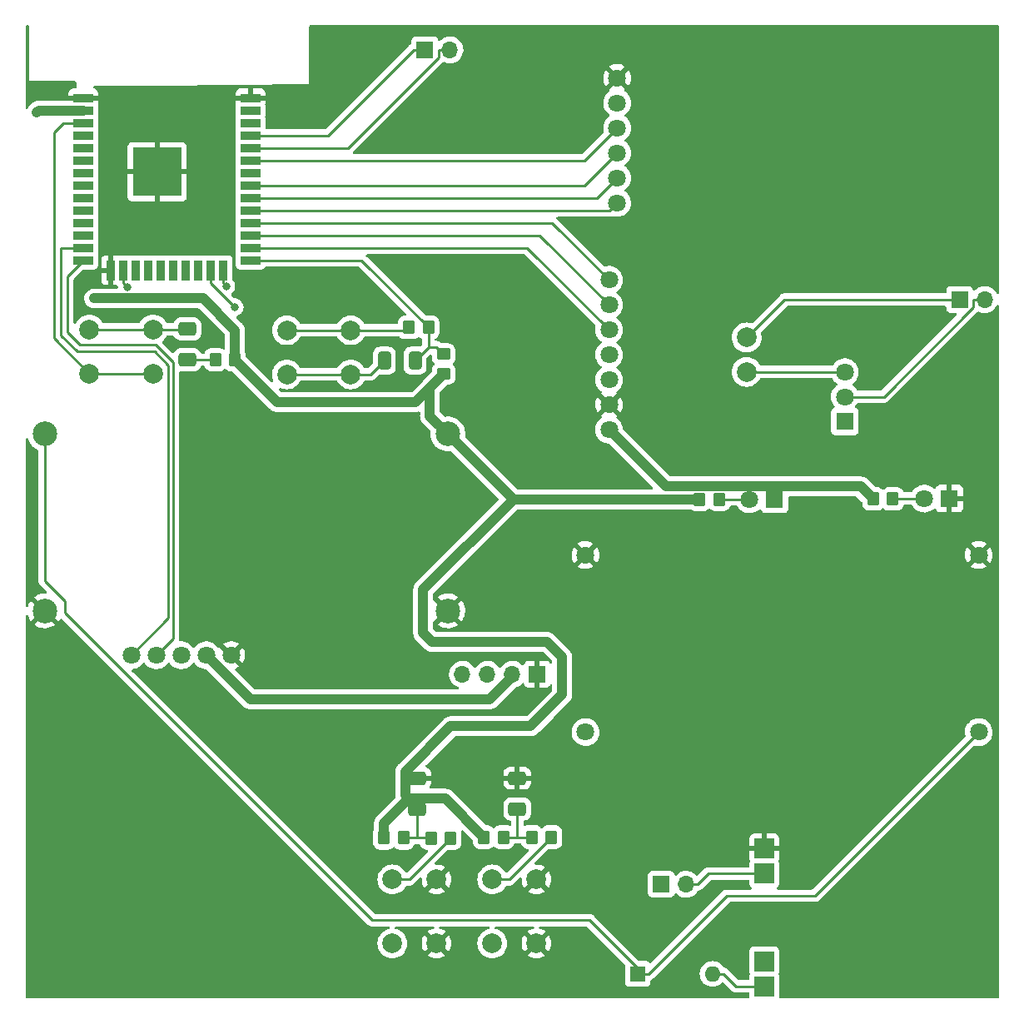
<source format=gbr>
%TF.GenerationSoftware,KiCad,Pcbnew,(6.0.2)*%
%TF.CreationDate,2022-05-24T08:49:35-05:00*%
%TF.ProjectId,Placa-Final,506c6163-612d-4466-996e-616c2e6b6963,rev?*%
%TF.SameCoordinates,Original*%
%TF.FileFunction,Copper,L1,Top*%
%TF.FilePolarity,Positive*%
%FSLAX46Y46*%
G04 Gerber Fmt 4.6, Leading zero omitted, Abs format (unit mm)*
G04 Created by KiCad (PCBNEW (6.0.2)) date 2022-05-24 08:49:35*
%MOMM*%
%LPD*%
G01*
G04 APERTURE LIST*
G04 Aperture macros list*
%AMRoundRect*
0 Rectangle with rounded corners*
0 $1 Rounding radius*
0 $2 $3 $4 $5 $6 $7 $8 $9 X,Y pos of 4 corners*
0 Add a 4 corners polygon primitive as box body*
4,1,4,$2,$3,$4,$5,$6,$7,$8,$9,$2,$3,0*
0 Add four circle primitives for the rounded corners*
1,1,$1+$1,$2,$3*
1,1,$1+$1,$4,$5*
1,1,$1+$1,$6,$7*
1,1,$1+$1,$8,$9*
0 Add four rect primitives between the rounded corners*
20,1,$1+$1,$2,$3,$4,$5,0*
20,1,$1+$1,$4,$5,$6,$7,0*
20,1,$1+$1,$6,$7,$8,$9,0*
20,1,$1+$1,$8,$9,$2,$3,0*%
G04 Aperture macros list end*
%TA.AperFunction,ComponentPad*%
%ADD10C,1.800000*%
%TD*%
%TA.AperFunction,SMDPad,CuDef*%
%ADD11RoundRect,0.250000X-0.350000X-0.450000X0.350000X-0.450000X0.350000X0.450000X-0.350000X0.450000X0*%
%TD*%
%TA.AperFunction,SMDPad,CuDef*%
%ADD12RoundRect,0.250000X0.450000X-0.350000X0.450000X0.350000X-0.450000X0.350000X-0.450000X-0.350000X0*%
%TD*%
%TA.AperFunction,ComponentPad*%
%ADD13R,1.800000X1.800000*%
%TD*%
%TA.AperFunction,SMDPad,CuDef*%
%ADD14RoundRect,0.250000X-0.650000X0.412500X-0.650000X-0.412500X0.650000X-0.412500X0.650000X0.412500X0*%
%TD*%
%TA.AperFunction,ComponentPad*%
%ADD15C,2.500000*%
%TD*%
%TA.AperFunction,ComponentPad*%
%ADD16R,1.700000X1.700000*%
%TD*%
%TA.AperFunction,ComponentPad*%
%ADD17O,1.700000X1.700000*%
%TD*%
%TA.AperFunction,SMDPad,CuDef*%
%ADD18RoundRect,0.250000X0.412500X0.650000X-0.412500X0.650000X-0.412500X-0.650000X0.412500X-0.650000X0*%
%TD*%
%TA.AperFunction,ComponentPad*%
%ADD19C,2.000000*%
%TD*%
%TA.AperFunction,SMDPad,CuDef*%
%ADD20R,5.000000X5.000000*%
%TD*%
%TA.AperFunction,SMDPad,CuDef*%
%ADD21R,2.000000X0.900000*%
%TD*%
%TA.AperFunction,SMDPad,CuDef*%
%ADD22R,0.900000X2.000000*%
%TD*%
%TA.AperFunction,ComponentPad*%
%ADD23R,2.000000X2.000000*%
%TD*%
%TA.AperFunction,ComponentPad*%
%ADD24R,1.600000X1.600000*%
%TD*%
%TA.AperFunction,ComponentPad*%
%ADD25O,1.600000X1.600000*%
%TD*%
%TA.AperFunction,SMDPad,CuDef*%
%ADD26RoundRect,0.250000X0.350000X0.450000X-0.350000X0.450000X-0.350000X-0.450000X0.350000X-0.450000X0*%
%TD*%
%TA.AperFunction,ViaPad*%
%ADD27C,0.800000*%
%TD*%
%TA.AperFunction,Conductor*%
%ADD28C,0.250000*%
%TD*%
%TA.AperFunction,Conductor*%
%ADD29C,1.000000*%
%TD*%
G04 APERTURE END LIST*
D10*
%TO.P,U3,6,CS*%
%TO.N,CS*%
X90658400Y-48583900D03*
%TO.P,U3,5,SCK*%
%TO.N,SCK*%
X90658400Y-46043900D03*
%TO.P,U3,4,MOSI*%
%TO.N,MOSI*%
X90658400Y-43503900D03*
%TO.P,U3,3,MISO*%
%TO.N,MISO*%
X90658400Y-40963900D03*
%TO.P,U3,2,Vcc*%
%TO.N,+5V*%
X90658400Y-38423900D03*
%TO.P,U3,1,Gnd*%
%TO.N,GND*%
X90658400Y-35883900D03*
%TD*%
D11*
%TO.P,R7,1*%
%TO.N,B2*%
X81979600Y-113094400D03*
%TO.P,R7,2*%
%TO.N,Net-(R7-Pad2)*%
X83979600Y-113094400D03*
%TD*%
D12*
%TO.P,R2,1*%
%TO.N,+3V3*%
X73021100Y-65982500D03*
%TO.P,R2,2*%
%TO.N,Net-(C2-Pad1)*%
X73021100Y-63982500D03*
%TD*%
D11*
%TO.P,R8,1*%
%TO.N,+5V*%
X116695200Y-78691900D03*
%TO.P,R8,2*%
%TO.N,Net-(D1-Pad2)*%
X118695200Y-78691900D03*
%TD*%
D13*
%TO.P,RV1,1,1*%
%TO.N,unconnected-(RV1-Pad1)*%
X113813300Y-70804800D03*
D10*
%TO.P,RV1,2,2*%
%TO.N,Net-(LS1-Pad2)*%
X113813300Y-68304800D03*
%TO.P,RV1,3,3*%
%TO.N,Net-(RV1-Pad3)*%
X113813300Y-65804800D03*
%TD*%
D14*
%TO.P,C3,2*%
%TO.N,B1*%
X70341400Y-110217800D03*
%TO.P,C3,1*%
%TO.N,GND*%
X70341400Y-107092800D03*
%TD*%
D15*
%TO.P,U5,4,OUT-*%
%TO.N,GND*%
X73447100Y-90079700D03*
%TO.P,U5,3,OUT+*%
%TO.N,+3V3*%
X73447100Y-72079700D03*
%TO.P,U5,2,IN-*%
%TO.N,GND*%
X32447100Y-90079700D03*
%TO.P,U5,1,IN+*%
%TO.N,+4V*%
X32447100Y-72079700D03*
%TD*%
D16*
%TO.P,BT1,1,+*%
%TO.N,Net-(BT1-Pad1)*%
X95159100Y-117885000D03*
D17*
%TO.P,BT1,2,-*%
%TO.N,Net-(BT1-Pad2)*%
X97699100Y-117885000D03*
%TD*%
D18*
%TO.P,C2,1*%
%TO.N,Net-(C2-Pad1)*%
X70112500Y-64630000D03*
%TO.P,C2,2*%
%TO.N,Net-(C2-Pad2)*%
X66987500Y-64630000D03*
%TD*%
D19*
%TO.P,U8,9,P+*%
%TO.N,Net-(RV1-Pad3)*%
X103837200Y-65778700D03*
%TO.P,U8,8,P-*%
%TO.N,Net-(LS1-Pad1)*%
X103837200Y-62278700D03*
D10*
%TO.P,U8,7,Vin*%
%TO.N,+5V*%
X89837200Y-71648700D03*
%TO.P,U8,6,GND*%
%TO.N,GND*%
X89837200Y-69108700D03*
%TO.P,U8,5,SD*%
%TO.N,unconnected-(U8-Pad5)*%
X89837200Y-66568700D03*
%TO.P,U8,4,GAIN*%
%TO.N,unconnected-(U8-Pad4)*%
X89837200Y-64028700D03*
%TO.P,U8,3,DIN*%
%TO.N,DIN*%
X89837200Y-61488700D03*
%TO.P,U8,2,BCLK*%
%TO.N,BCLK*%
X89837200Y-58948700D03*
%TO.P,U8,1,LRC*%
%TO.N,LRC*%
X89837200Y-56408700D03*
%TD*%
D20*
%TO.P,U1,39,GND*%
%TO.N,GND*%
X43880000Y-45423400D03*
D21*
%TO.P,U1,38,GND*%
X53380000Y-37923400D03*
%TO.P,U1,37,IO23*%
%TO.N,unconnected-(U1-Pad37)*%
X53380000Y-39193400D03*
%TO.P,U1,36,IO22*%
%TO.N,unconnected-(U1-Pad36)*%
X53380000Y-40463400D03*
%TO.P,U1,35,TXD0/IO1*%
%TO.N,TX*%
X53380000Y-41733400D03*
%TO.P,U1,34,RXD0/IO3*%
%TO.N,RX*%
X53380000Y-43003400D03*
%TO.P,U1,33,IO21*%
%TO.N,MISO*%
X53380000Y-44273400D03*
%TO.P,U1,32,NC*%
%TO.N,unconnected-(U1-Pad32)*%
X53380000Y-45543400D03*
%TO.P,U1,31,IO19*%
%TO.N,MOSI*%
X53380000Y-46813400D03*
%TO.P,U1,30,IO18*%
%TO.N,SCK*%
X53380000Y-48083400D03*
%TO.P,U1,29,IO5*%
%TO.N,CS*%
X53380000Y-49353400D03*
%TO.P,U1,28,IO17*%
%TO.N,LRC*%
X53380000Y-50623400D03*
%TO.P,U1,27,IO16*%
%TO.N,BCLK*%
X53380000Y-51893400D03*
%TO.P,U1,26,IO4*%
%TO.N,DIN*%
X53380000Y-53163400D03*
%TO.P,U1,25,IO0*%
%TO.N,Net-(C2-Pad1)*%
X53380000Y-54433400D03*
D22*
%TO.P,U1,24,IO2*%
%TO.N,SCLi2c*%
X50595000Y-55433400D03*
%TO.P,U1,23,IO15*%
%TO.N,SADi2c*%
X49325000Y-55433400D03*
%TO.P,U1,22,SDI/SD1*%
%TO.N,unconnected-(U1-Pad22)*%
X48055000Y-55433400D03*
%TO.P,U1,21,SDO/SD0*%
%TO.N,unconnected-(U1-Pad21)*%
X46785000Y-55433400D03*
%TO.P,U1,20,SCK/CLK*%
%TO.N,unconnected-(U1-Pad20)*%
X45515000Y-55433400D03*
%TO.P,U1,19,SCS/CMD*%
%TO.N,unconnected-(U1-Pad19)*%
X44245000Y-55433400D03*
%TO.P,U1,18,SWP/SD3*%
%TO.N,unconnected-(U1-Pad18)*%
X42975000Y-55433400D03*
%TO.P,U1,17,SHD/SD2*%
%TO.N,unconnected-(U1-Pad17)*%
X41705000Y-55433400D03*
%TO.P,U1,16,IO13*%
%TO.N,VRX*%
X40435000Y-55433400D03*
%TO.P,U1,15,GND*%
%TO.N,GND*%
X39165000Y-55433400D03*
D21*
%TO.P,U1,14,IO12*%
%TO.N,VRY*%
X36380000Y-54433400D03*
%TO.P,U1,13,IO14*%
%TO.N,SW*%
X36380000Y-53163400D03*
%TO.P,U1,12,IO27*%
%TO.N,unconnected-(U1-Pad12)*%
X36380000Y-51893400D03*
%TO.P,U1,11,IO26*%
%TO.N,unconnected-(U1-Pad11)*%
X36380000Y-50623400D03*
%TO.P,U1,10,IO25*%
%TO.N,unconnected-(U1-Pad10)*%
X36380000Y-49353400D03*
%TO.P,U1,9,IO33*%
%TO.N,unconnected-(U1-Pad9)*%
X36380000Y-48083400D03*
%TO.P,U1,8,IO32*%
%TO.N,unconnected-(U1-Pad8)*%
X36380000Y-46813400D03*
%TO.P,U1,7,IO35*%
%TO.N,unconnected-(U1-Pad7)*%
X36380000Y-45543400D03*
%TO.P,U1,6,IO34*%
%TO.N,unconnected-(U1-Pad6)*%
X36380000Y-44273400D03*
%TO.P,U1,5,SENSOR_VN*%
%TO.N,unconnected-(U1-Pad5)*%
X36380000Y-43003400D03*
%TO.P,U1,4,SENSOR_VP*%
%TO.N,unconnected-(U1-Pad4)*%
X36380000Y-41733400D03*
%TO.P,U1,3,EN*%
%TO.N,Net-(SW1-Pad2)*%
X36380000Y-40463400D03*
%TO.P,U1,2,VDD*%
%TO.N,+3V3*%
X36380000Y-39193400D03*
%TO.P,U1,1,GND*%
%TO.N,GND*%
X36380000Y-37923400D03*
%TD*%
D14*
%TO.P,C1,1*%
%TO.N,Net-(C1-Pad1)*%
X46959100Y-61410500D03*
%TO.P,C1,2*%
%TO.N,Net-(C1-Pad2)*%
X46959100Y-64535500D03*
%TD*%
D11*
%TO.P,R5,2*%
%TO.N,Net-(R5-Pad2)*%
X73722800Y-113190500D03*
%TO.P,R5,1*%
%TO.N,B1*%
X71722800Y-113190500D03*
%TD*%
D10*
%TO.P,D1,2,A*%
%TO.N,Net-(D1-Pad2)*%
X121920000Y-78660000D03*
D13*
%TO.P,D1,1,K*%
%TO.N,GND*%
X124460000Y-78660000D03*
%TD*%
D11*
%TO.P,R6,1*%
%TO.N,+3V3*%
X77108700Y-113094300D03*
%TO.P,R6,2*%
%TO.N,B2*%
X79108700Y-113094300D03*
%TD*%
D23*
%TO.P,U9,4,Out-*%
%TO.N,GND*%
X105640100Y-114247000D03*
%TO.P,U9,3,Bat-*%
%TO.N,Net-(BT1-Pad2)*%
X105640100Y-116787000D03*
%TO.P,U9,2,Bat+*%
%TO.N,Net-(BT1-Pad1)*%
X105640100Y-125707000D03*
%TO.P,U9,1,Out+*%
%TO.N,Net-(CB1-Pad2)*%
X105640100Y-128247000D03*
%TD*%
D11*
%TO.P,R4,2*%
%TO.N,B1*%
X68948000Y-113158500D03*
%TO.P,R4,1*%
%TO.N,+3V3*%
X66948000Y-113158500D03*
%TD*%
D10*
%TO.P,U4,1,GND*%
%TO.N,GND*%
X51416100Y-94588300D03*
%TO.P,U4,2,VCC*%
%TO.N,+5V*%
X48876100Y-94588300D03*
%TO.P,U4,3,VRx*%
%TO.N,VRX*%
X46336100Y-94588300D03*
%TO.P,U4,4,VRy*%
%TO.N,VRY*%
X43796100Y-94588300D03*
%TO.P,U4,5,SW*%
%TO.N,SW*%
X41256100Y-94588300D03*
%TD*%
D24*
%TO.P,CB1,1*%
%TO.N,+4V*%
X92752500Y-127000000D03*
D25*
%TO.P,CB1,2*%
%TO.N,Net-(CB1-Pad2)*%
X100372500Y-127000000D03*
%TD*%
D14*
%TO.P,C4,1*%
%TO.N,GND*%
X80501400Y-107092800D03*
%TO.P,C4,2*%
%TO.N,B2*%
X80501400Y-110217800D03*
%TD*%
D16*
%TO.P,U2,1,TXD*%
%TO.N,TX*%
X71120000Y-33020000D03*
D17*
%TO.P,U2,2,RXD*%
%TO.N,RX*%
X73660000Y-33020000D03*
%TD*%
D13*
%TO.P,D2,1,K*%
%TO.N,+5V*%
X106680000Y-78740000D03*
D10*
%TO.P,D2,2,A*%
%TO.N,Net-(D2-Pad2)*%
X104140000Y-78740000D03*
%TD*%
D19*
%TO.P,SW4,1,1*%
%TO.N,Net-(R7-Pad2)*%
X77961400Y-117395300D03*
X77961400Y-123895300D03*
%TO.P,SW4,2,2*%
%TO.N,GND*%
X82461400Y-117395300D03*
X82461400Y-123895300D03*
%TD*%
D11*
%TO.P,R9,1*%
%TO.N,+3V3*%
X99060000Y-78740000D03*
%TO.P,R9,2*%
%TO.N,Net-(D2-Pad2)*%
X101060000Y-78740000D03*
%TD*%
D26*
%TO.P,R3,1*%
%TO.N,Net-(C2-Pad1)*%
X71481100Y-61248400D03*
%TO.P,R3,2*%
%TO.N,Net-(R3-Pad2)*%
X69481100Y-61248400D03*
%TD*%
D10*
%TO.P,U6,1,IN+*%
%TO.N,+4V*%
X127440300Y-102400500D03*
%TO.P,U6,2,IN-*%
%TO.N,GND*%
X127440300Y-84400500D03*
%TO.P,U6,3,OUT+*%
%TO.N,+5V*%
X87440300Y-102400500D03*
%TO.P,U6,4,OUT-*%
%TO.N,GND*%
X87440300Y-84400500D03*
%TD*%
D19*
%TO.P,SW1,2,2*%
%TO.N,Net-(SW1-Pad2)*%
X36975000Y-65975100D03*
X43475000Y-65975100D03*
%TO.P,SW1,1,1*%
%TO.N,Net-(C1-Pad1)*%
X36975000Y-61475100D03*
X43475000Y-61475100D03*
%TD*%
D11*
%TO.P,R1,1*%
%TO.N,Net-(C1-Pad2)*%
X49791600Y-64533900D03*
%TO.P,R1,2*%
%TO.N,+3V3*%
X51791600Y-64533900D03*
%TD*%
D19*
%TO.P,SW2,1,1*%
%TO.N,Net-(R3-Pad2)*%
X63571100Y-61538400D03*
X57071100Y-61538400D03*
%TO.P,SW2,2,2*%
%TO.N,Net-(C2-Pad2)*%
X57071100Y-66038400D03*
X63571100Y-66038400D03*
%TD*%
D17*
%TO.P,U7,4,SCL*%
%TO.N,SCLi2c*%
X74920000Y-96520000D03*
%TO.P,U7,3,SDA*%
%TO.N,SADi2c*%
X77460000Y-96520000D03*
%TO.P,U7,2,VCC*%
%TO.N,+5V*%
X80000000Y-96520000D03*
D16*
%TO.P,U7,1,GND*%
%TO.N,GND*%
X82540000Y-96520000D03*
%TD*%
D19*
%TO.P,SW3,1,1*%
%TO.N,Net-(R5-Pad2)*%
X67801400Y-117395300D03*
X67801400Y-123895300D03*
%TO.P,SW3,2,2*%
%TO.N,GND*%
X72301400Y-117395300D03*
X72301400Y-123895300D03*
%TD*%
D16*
%TO.P,LS1,1,1*%
%TO.N,Net-(LS1-Pad1)*%
X125493100Y-58420000D03*
D17*
%TO.P,LS1,2,2*%
%TO.N,Net-(LS1-Pad2)*%
X128033100Y-58420000D03*
%TD*%
D27*
%TO.N,+3V3*%
X31650000Y-39390000D03*
X31650000Y-39390000D03*
X37487775Y-58309503D03*
%TO.N,SCLi2c*%
X50903500Y-57067200D03*
%TO.N,SADi2c*%
X51754400Y-59195900D03*
%TO.N,VRX*%
X40814800Y-57138500D03*
%TD*%
D28*
%TO.N,SW*%
X45030996Y-65115569D02*
X45030996Y-90813404D01*
X34100000Y-62073990D02*
X35746762Y-63720752D01*
X35746762Y-63720752D02*
X43636179Y-63720752D01*
X45030996Y-90813404D02*
X41256100Y-94588300D01*
X34100000Y-53163400D02*
X34100000Y-62073990D01*
X36380000Y-53163400D02*
X34100000Y-53163400D01*
X43636179Y-63720752D02*
X45030996Y-65115569D01*
%TO.N,VRY*%
X34750000Y-56063400D02*
X36380000Y-54433400D01*
X36068767Y-63030900D02*
X34750000Y-61712133D01*
X43740900Y-63030900D02*
X36068767Y-63030900D01*
X45500000Y-92884400D02*
X45500000Y-64790000D01*
X45500000Y-64790000D02*
X43740900Y-63030900D01*
X43796100Y-94588300D02*
X45500000Y-92884400D01*
X34750000Y-61712133D02*
X34750000Y-56063400D01*
%TO.N,Net-(SW1-Pad2)*%
X33374421Y-62374521D02*
X36975000Y-65975100D01*
X33374421Y-41436927D02*
X33374421Y-62374521D01*
X36380000Y-40463400D02*
X34347948Y-40463400D01*
X34347948Y-40463400D02*
X33374421Y-41436927D01*
%TO.N,+4V*%
X32447100Y-87055547D02*
X32447100Y-72079700D01*
X33130876Y-87727219D02*
X33118772Y-87727219D01*
X34474369Y-89070712D02*
X33130876Y-87727219D01*
X87856300Y-121541100D02*
X65748674Y-121541100D01*
X65748674Y-121541100D02*
X34474369Y-90266795D01*
X34474369Y-90266795D02*
X34474369Y-89070712D01*
X33118772Y-87727219D02*
X32447100Y-87055547D01*
X93315200Y-127000000D02*
X87856300Y-121541100D01*
D29*
%TO.N,+3V3*%
X56097700Y-68840000D02*
X70163600Y-68840000D01*
X70163600Y-68840000D02*
X71625700Y-67377900D01*
X51791600Y-64533900D02*
X56097700Y-68840000D01*
X31846600Y-39193400D02*
X36380000Y-39193400D01*
X31650000Y-39390000D02*
X31846600Y-39193400D01*
X48544368Y-58309503D02*
X51791600Y-61556735D01*
X37487775Y-58309503D02*
X48544368Y-58309503D01*
X51791600Y-61556735D02*
X51791600Y-64533900D01*
D28*
%TO.N,Net-(BT1-Pad2)*%
X99972400Y-116787000D02*
X105640100Y-116787000D01*
X97699100Y-117885000D02*
X98874400Y-117885000D01*
X98874400Y-117885000D02*
X99972400Y-116787000D01*
%TO.N,Net-(C1-Pad1)*%
X46894500Y-61475100D02*
X46959100Y-61410500D01*
X43475000Y-61475100D02*
X46894500Y-61475100D01*
X36975000Y-61475100D02*
X43475000Y-61475100D01*
%TO.N,Net-(C1-Pad2)*%
X46960700Y-64533900D02*
X46959100Y-64535500D01*
X49791600Y-64533900D02*
X46960700Y-64533900D01*
%TO.N,Net-(C2-Pad1)*%
X71481100Y-63261400D02*
X72300000Y-63261400D01*
X53380000Y-54433400D02*
X64666100Y-54433400D01*
X64666100Y-54433400D02*
X71481100Y-61248400D01*
X71481100Y-63261400D02*
X71481100Y-61248400D01*
X70112500Y-64630000D02*
X71481100Y-63261400D01*
X72300000Y-63261400D02*
X73021100Y-63982500D01*
%TO.N,Net-(C2-Pad2)*%
X66987500Y-64630000D02*
X65579100Y-66038400D01*
X63571100Y-66038400D02*
X57071100Y-66038400D01*
X65579100Y-66038400D02*
X63571100Y-66038400D01*
%TO.N,B1*%
X70341400Y-113158500D02*
X71690800Y-113158500D01*
X71690800Y-113158500D02*
X71722800Y-113190500D01*
X70341400Y-113158500D02*
X70341400Y-110217800D01*
X68948000Y-113158500D02*
X70341400Y-113158500D01*
%TO.N,+4V*%
X101817400Y-119060400D02*
X93877800Y-127000000D01*
X93315200Y-127000000D02*
X93877800Y-127000000D01*
X92752500Y-127000000D02*
X93315200Y-127000000D01*
X127440300Y-102400500D02*
X110780400Y-119060400D01*
X110780400Y-119060400D02*
X101817400Y-119060400D01*
%TO.N,Net-(CB1-Pad2)*%
X101497800Y-127000000D02*
X102744800Y-128247000D01*
X100372500Y-127000000D02*
X101497800Y-127000000D01*
X102744800Y-128247000D02*
X105640100Y-128247000D01*
%TO.N,Net-(D1-Pad2)*%
X118727100Y-78660000D02*
X118695200Y-78691900D01*
X121920000Y-78660000D02*
X118727100Y-78660000D01*
%TO.N,Net-(D2-Pad2)*%
X101060000Y-78740000D02*
X104140000Y-78740000D01*
%TO.N,Net-(LS1-Pad1)*%
X125493100Y-58420000D02*
X107695900Y-58420000D01*
X107695900Y-58420000D02*
X103837200Y-62278700D01*
%TO.N,Net-(LS1-Pad2)*%
X126857800Y-58420000D02*
X126857800Y-59228000D01*
X117781000Y-68304800D02*
X113813300Y-68304800D01*
X126857800Y-59228000D02*
X117781000Y-68304800D01*
X128033100Y-58420000D02*
X126857800Y-58420000D01*
D29*
%TO.N,+3V3*%
X71856397Y-93248300D02*
X83532200Y-93248300D01*
X71625700Y-70258300D02*
X73447100Y-72079700D01*
X80107400Y-78740000D02*
X99060000Y-78740000D01*
X70934773Y-87912627D02*
X70934773Y-92326676D01*
X71625700Y-67377900D02*
X71625700Y-70258300D01*
X85076013Y-94792113D02*
X85076013Y-98593927D01*
X81857840Y-101812100D02*
X73741900Y-101812100D01*
X69470000Y-109181700D02*
X73196100Y-109181700D01*
X73741900Y-101812100D02*
X69111700Y-106442300D01*
X69111700Y-106442300D02*
X69111700Y-108823400D01*
X70934773Y-92326676D02*
X71856397Y-93248300D01*
X66948000Y-111703700D02*
X69470000Y-109181700D01*
X69111700Y-108823400D02*
X69470000Y-109181700D01*
X66948000Y-113158500D02*
X66948000Y-111703700D01*
X73447100Y-72079700D02*
X80107400Y-78740000D01*
X71625700Y-67377900D02*
X73021100Y-65982500D01*
X80107400Y-78740000D02*
X70934773Y-87912627D01*
X85076013Y-98593927D02*
X81857840Y-101812100D01*
X83532200Y-93248300D02*
X85076013Y-94792113D01*
X73196100Y-109181700D02*
X77108700Y-113094300D01*
D28*
%TO.N,Net-(R3-Pad2)*%
X69191100Y-61538400D02*
X69481100Y-61248400D01*
X57071100Y-61538400D02*
X63571100Y-61538400D01*
X63571100Y-61538400D02*
X69191100Y-61538400D01*
%TO.N,Net-(R5-Pad2)*%
X67801400Y-117395300D02*
X69518000Y-117395300D01*
X69518000Y-117395300D02*
X73722800Y-113190500D01*
%TO.N,Net-(R7-Pad2)*%
X79678700Y-117395300D02*
X83979600Y-113094400D01*
X77961400Y-117395300D02*
X79678700Y-117395300D01*
D29*
%TO.N,+5V*%
X116695200Y-78691900D02*
X115438000Y-77434700D01*
X80000000Y-96756000D02*
X77696000Y-99060000D01*
X80000000Y-96520000D02*
X80000000Y-96756000D01*
X77696000Y-99060000D02*
X53347800Y-99060000D01*
X53347800Y-99060000D02*
X48876100Y-94588300D01*
X115438000Y-77434700D02*
X95623200Y-77434700D01*
X95623200Y-77434700D02*
X89837200Y-71648700D01*
D28*
%TO.N,Net-(RV1-Pad3)*%
X113787200Y-65778700D02*
X113813300Y-65804800D01*
X103837200Y-65778700D02*
X113787200Y-65778700D01*
%TO.N,DIN*%
X81511900Y-53163400D02*
X89837200Y-61488700D01*
X53380000Y-53163400D02*
X81511900Y-53163400D01*
%TO.N,MOSI*%
X90658400Y-43503900D02*
X87348900Y-46813400D01*
X87348900Y-46813400D02*
X53380000Y-46813400D01*
%TO.N,SCLi2c*%
X50595000Y-56758700D02*
X50903500Y-57067200D01*
X50595000Y-55433400D02*
X50595000Y-56758700D01*
%TO.N,MISO*%
X87348900Y-44273400D02*
X53380000Y-44273400D01*
X90658400Y-40963900D02*
X87348900Y-44273400D01*
%TO.N,SCK*%
X88618900Y-48083400D02*
X90658400Y-46043900D01*
X53380000Y-48083400D02*
X88618900Y-48083400D01*
%TO.N,CS*%
X53380000Y-49353400D02*
X89888900Y-49353400D01*
X89888900Y-49353400D02*
X90658400Y-48583900D01*
%TO.N,SADi2c*%
X49325000Y-56766500D02*
X49325000Y-55433400D01*
X51754400Y-59195900D02*
X49325000Y-56766500D01*
%TO.N,VRX*%
X40814800Y-57138500D02*
X40435000Y-56758700D01*
X40435000Y-55433400D02*
X40435000Y-56758700D01*
%TO.N,RX*%
X72484700Y-33020000D02*
X72484700Y-33828000D01*
X72484700Y-33828000D02*
X63309300Y-43003400D01*
X63309300Y-43003400D02*
X53380000Y-43003400D01*
X73660000Y-33020000D02*
X72484700Y-33020000D01*
%TO.N,TX*%
X61231300Y-41733400D02*
X53380000Y-41733400D01*
X71120000Y-33020000D02*
X69944700Y-33020000D01*
X69944700Y-33020000D02*
X61231300Y-41733400D01*
%TO.N,LRC*%
X53380000Y-50623400D02*
X84051900Y-50623400D01*
X84051900Y-50623400D02*
X89837200Y-56408700D01*
%TO.N,BCLK*%
X53380000Y-51893400D02*
X82781900Y-51893400D01*
X82781900Y-51893400D02*
X89837200Y-58948700D01*
%TO.N,Net-(SW1-Pad2)*%
X43475000Y-65975100D02*
X36975000Y-65975100D01*
%TO.N,B2*%
X79108700Y-113094300D02*
X80501400Y-113094300D01*
X81979500Y-113094300D02*
X81979600Y-113094400D01*
X80501400Y-113094300D02*
X81979500Y-113094300D01*
X80501400Y-110217800D02*
X80501400Y-113094300D01*
%TD*%
%TA.AperFunction,Conductor*%
%TO.N,GND*%
G36*
X30822121Y-30528002D02*
G01*
X30868614Y-30581658D01*
X30880000Y-30634000D01*
X30880000Y-36208400D01*
X35529996Y-36208400D01*
X35598117Y-36228402D01*
X35644610Y-36282058D01*
X35655981Y-36336264D01*
X35652237Y-36588997D01*
X35650902Y-36679142D01*
X35650000Y-36740000D01*
X35657575Y-36739920D01*
X35663723Y-36745409D01*
X35701218Y-36805698D01*
X35700166Y-36876686D01*
X35660902Y-36935837D01*
X35595891Y-36964370D01*
X35579809Y-36965401D01*
X35335331Y-36965401D01*
X35328510Y-36965771D01*
X35277648Y-36971295D01*
X35262396Y-36974921D01*
X35141946Y-37020076D01*
X35126351Y-37028614D01*
X35024276Y-37105115D01*
X35011715Y-37117676D01*
X34935214Y-37219751D01*
X34926676Y-37235346D01*
X34881522Y-37355794D01*
X34877895Y-37371049D01*
X34872369Y-37421914D01*
X34872000Y-37428728D01*
X34872000Y-37651285D01*
X34876475Y-37666524D01*
X34877865Y-37667729D01*
X34885548Y-37669400D01*
X37869884Y-37669400D01*
X37885123Y-37664925D01*
X37886328Y-37663535D01*
X37887999Y-37655852D01*
X37887999Y-37651285D01*
X51872000Y-37651285D01*
X51876475Y-37666524D01*
X51877865Y-37667729D01*
X51885548Y-37669400D01*
X53107885Y-37669400D01*
X53123124Y-37664925D01*
X53124329Y-37663535D01*
X53126000Y-37655852D01*
X53126000Y-37651285D01*
X53634000Y-37651285D01*
X53638475Y-37666524D01*
X53639865Y-37667729D01*
X53647548Y-37669400D01*
X54869884Y-37669400D01*
X54885123Y-37664925D01*
X54886328Y-37663535D01*
X54887999Y-37655852D01*
X54887999Y-37428731D01*
X54887629Y-37421910D01*
X54882105Y-37371048D01*
X54878479Y-37355796D01*
X54833324Y-37235346D01*
X54824786Y-37219751D01*
X54748285Y-37117676D01*
X54735724Y-37105115D01*
X54633649Y-37028614D01*
X54618054Y-37020076D01*
X54497606Y-36974922D01*
X54482351Y-36971295D01*
X54431486Y-36965769D01*
X54424672Y-36965400D01*
X53652115Y-36965400D01*
X53636876Y-36969875D01*
X53635671Y-36971265D01*
X53634000Y-36978948D01*
X53634000Y-37651285D01*
X53126000Y-37651285D01*
X53126000Y-36983516D01*
X53121525Y-36968277D01*
X53120135Y-36967072D01*
X53112452Y-36965401D01*
X52335331Y-36965401D01*
X52328510Y-36965771D01*
X52277648Y-36971295D01*
X52262396Y-36974921D01*
X52141946Y-37020076D01*
X52126351Y-37028614D01*
X52024276Y-37105115D01*
X52011715Y-37117676D01*
X51935214Y-37219751D01*
X51926676Y-37235346D01*
X51881522Y-37355794D01*
X51877895Y-37371049D01*
X51872369Y-37421914D01*
X51872000Y-37428728D01*
X51872000Y-37651285D01*
X37887999Y-37651285D01*
X37887999Y-37428731D01*
X37887629Y-37421910D01*
X37882105Y-37371048D01*
X37878479Y-37355796D01*
X37833324Y-37235346D01*
X37824786Y-37219751D01*
X37748285Y-37117676D01*
X37735724Y-37105115D01*
X37633649Y-37028614D01*
X37618054Y-37020076D01*
X37497606Y-36974922D01*
X37474669Y-36969468D01*
X37475222Y-36967141D01*
X37420672Y-36944479D01*
X37380242Y-36886119D01*
X37377783Y-36815165D01*
X37414074Y-36754144D01*
X37477594Y-36722432D01*
X37498504Y-36720460D01*
X44160089Y-36650041D01*
X59300000Y-36490000D01*
X59301376Y-36311192D01*
X59317708Y-34187892D01*
X59345054Y-30633029D01*
X59365578Y-30565066D01*
X59419590Y-30518987D01*
X59471049Y-30508000D01*
X129366000Y-30508000D01*
X129434121Y-30528002D01*
X129480614Y-30581658D01*
X129492000Y-30634000D01*
X129492000Y-57762387D01*
X129471998Y-57830508D01*
X129418342Y-57877001D01*
X129348068Y-57887105D01*
X129283488Y-57857611D01*
X129250451Y-57812630D01*
X129240318Y-57789326D01*
X129234454Y-57775840D01*
X129138589Y-57627655D01*
X129115922Y-57592617D01*
X129115920Y-57592614D01*
X129113114Y-57588277D01*
X128962770Y-57423051D01*
X128958719Y-57419852D01*
X128958715Y-57419848D01*
X128791514Y-57287800D01*
X128791510Y-57287798D01*
X128787459Y-57284598D01*
X128591889Y-57176638D01*
X128587020Y-57174914D01*
X128587016Y-57174912D01*
X128386187Y-57103795D01*
X128386183Y-57103794D01*
X128381312Y-57102069D01*
X128376219Y-57101162D01*
X128376216Y-57101161D01*
X128166473Y-57063800D01*
X128166467Y-57063799D01*
X128161384Y-57062894D01*
X128087552Y-57061992D01*
X127943181Y-57060228D01*
X127943179Y-57060228D01*
X127938011Y-57060165D01*
X127717191Y-57093955D01*
X127504856Y-57163357D01*
X127306707Y-57266507D01*
X127302574Y-57269610D01*
X127302571Y-57269612D01*
X127132200Y-57397530D01*
X127128065Y-57400635D01*
X127068904Y-57462544D01*
X127047383Y-57485064D01*
X126985859Y-57520494D01*
X126914946Y-57517037D01*
X126857160Y-57475791D01*
X126838307Y-57442243D01*
X126796867Y-57331703D01*
X126793715Y-57323295D01*
X126706361Y-57206739D01*
X126589805Y-57119385D01*
X126453416Y-57068255D01*
X126391234Y-57061500D01*
X124594966Y-57061500D01*
X124532784Y-57068255D01*
X124396395Y-57119385D01*
X124279839Y-57206739D01*
X124192485Y-57323295D01*
X124141355Y-57459684D01*
X124134600Y-57521866D01*
X124134600Y-57660500D01*
X124114598Y-57728621D01*
X124060942Y-57775114D01*
X124008600Y-57786500D01*
X107774667Y-57786500D01*
X107763484Y-57785973D01*
X107755991Y-57784298D01*
X107748065Y-57784547D01*
X107748064Y-57784547D01*
X107687901Y-57786438D01*
X107683943Y-57786500D01*
X107656044Y-57786500D01*
X107652054Y-57787004D01*
X107640220Y-57787936D01*
X107596011Y-57789326D01*
X107588397Y-57791538D01*
X107588392Y-57791539D01*
X107576559Y-57794977D01*
X107557196Y-57798988D01*
X107537103Y-57801526D01*
X107529736Y-57804443D01*
X107529731Y-57804444D01*
X107495992Y-57817802D01*
X107484765Y-57821646D01*
X107442307Y-57833982D01*
X107435481Y-57838019D01*
X107424872Y-57844293D01*
X107407124Y-57852988D01*
X107388283Y-57860448D01*
X107381867Y-57865110D01*
X107381866Y-57865110D01*
X107352513Y-57886436D01*
X107342593Y-57892952D01*
X107311365Y-57911420D01*
X107311362Y-57911422D01*
X107304538Y-57915458D01*
X107290217Y-57929779D01*
X107275184Y-57942619D01*
X107258793Y-57954528D01*
X107253742Y-57960634D01*
X107230602Y-57988605D01*
X107222612Y-57997384D01*
X104415659Y-60804336D01*
X104353347Y-60838362D01*
X104297151Y-60837760D01*
X104226636Y-60820831D01*
X104078724Y-60785320D01*
X104078718Y-60785319D01*
X104073911Y-60784165D01*
X103837200Y-60765535D01*
X103600489Y-60784165D01*
X103595682Y-60785319D01*
X103595676Y-60785320D01*
X103465833Y-60816493D01*
X103369606Y-60839595D01*
X103365035Y-60841488D01*
X103365033Y-60841489D01*
X103154811Y-60928565D01*
X103154807Y-60928567D01*
X103150237Y-60930460D01*
X103146017Y-60933046D01*
X102951998Y-61051941D01*
X102951992Y-61051945D01*
X102947784Y-61054524D01*
X102767231Y-61208731D01*
X102613024Y-61389284D01*
X102610445Y-61393492D01*
X102610441Y-61393498D01*
X102507671Y-61561204D01*
X102488960Y-61591737D01*
X102487067Y-61596307D01*
X102487065Y-61596311D01*
X102399989Y-61806533D01*
X102398095Y-61811106D01*
X102386407Y-61859789D01*
X102347671Y-62021138D01*
X102342665Y-62041989D01*
X102324035Y-62278700D01*
X102342665Y-62515411D01*
X102343819Y-62520218D01*
X102343820Y-62520224D01*
X102377426Y-62660201D01*
X102398095Y-62746294D01*
X102399988Y-62750865D01*
X102399989Y-62750867D01*
X102478490Y-62940385D01*
X102488960Y-62965663D01*
X102491546Y-62969883D01*
X102610441Y-63163902D01*
X102610445Y-63163908D01*
X102613024Y-63168116D01*
X102767231Y-63348669D01*
X102947784Y-63502876D01*
X102951992Y-63505455D01*
X102951998Y-63505459D01*
X103123568Y-63610597D01*
X103150237Y-63626940D01*
X103154807Y-63628833D01*
X103154811Y-63628835D01*
X103255917Y-63670714D01*
X103369606Y-63717805D01*
X103449630Y-63737017D01*
X103595676Y-63772080D01*
X103595682Y-63772081D01*
X103600489Y-63773235D01*
X103837200Y-63791865D01*
X104073911Y-63773235D01*
X104078718Y-63772081D01*
X104078724Y-63772080D01*
X104224770Y-63737017D01*
X104304794Y-63717805D01*
X104418483Y-63670714D01*
X104519589Y-63628835D01*
X104519593Y-63628833D01*
X104524163Y-63626940D01*
X104550832Y-63610597D01*
X104722402Y-63505459D01*
X104722408Y-63505455D01*
X104726616Y-63502876D01*
X104907169Y-63348669D01*
X105061376Y-63168116D01*
X105063955Y-63163908D01*
X105063959Y-63163902D01*
X105182854Y-62969883D01*
X105185440Y-62965663D01*
X105195911Y-62940385D01*
X105274411Y-62750867D01*
X105274412Y-62750865D01*
X105276305Y-62746294D01*
X105296974Y-62660201D01*
X105330580Y-62520224D01*
X105330581Y-62520218D01*
X105331735Y-62515411D01*
X105350365Y-62278700D01*
X105331735Y-62041989D01*
X105326730Y-62021138D01*
X105278140Y-61818749D01*
X105281687Y-61747841D01*
X105311564Y-61700240D01*
X106606674Y-60405131D01*
X107921400Y-59090405D01*
X107983712Y-59056379D01*
X108010495Y-59053500D01*
X124008600Y-59053500D01*
X124076721Y-59073502D01*
X124123214Y-59127158D01*
X124134600Y-59179500D01*
X124134600Y-59318134D01*
X124141355Y-59380316D01*
X124192485Y-59516705D01*
X124279839Y-59633261D01*
X124396395Y-59720615D01*
X124532784Y-59771745D01*
X124594966Y-59778500D01*
X125107206Y-59778500D01*
X125175327Y-59798502D01*
X125221820Y-59852158D01*
X125231924Y-59922432D01*
X125202430Y-59987012D01*
X125196301Y-59993595D01*
X121375827Y-63814068D01*
X117555500Y-67634395D01*
X117493188Y-67668421D01*
X117466405Y-67671300D01*
X115149659Y-67671300D01*
X115081538Y-67651298D01*
X115043867Y-67613740D01*
X114991592Y-67532935D01*
X114933064Y-67442465D01*
X114908401Y-67415360D01*
X114826393Y-67325235D01*
X114777187Y-67271158D01*
X114773136Y-67267959D01*
X114773132Y-67267955D01*
X114626990Y-67152540D01*
X114585927Y-67094623D01*
X114582695Y-67023700D01*
X114618320Y-66962289D01*
X114631913Y-66951079D01*
X114667359Y-66925796D01*
X114725543Y-66884294D01*
X114889603Y-66720805D01*
X115024758Y-66532717D01*
X115036712Y-66508531D01*
X115125084Y-66329722D01*
X115125085Y-66329720D01*
X115127378Y-66325080D01*
X115194708Y-66103471D01*
X115224940Y-65873841D01*
X115226627Y-65804800D01*
X115215999Y-65675527D01*
X115208073Y-65579118D01*
X115208072Y-65579112D01*
X115207649Y-65573967D01*
X115169303Y-65421303D01*
X115152484Y-65354344D01*
X115152483Y-65354340D01*
X115151225Y-65349333D01*
X115144406Y-65333650D01*
X115060930Y-65141668D01*
X115060928Y-65141665D01*
X115058870Y-65136931D01*
X114933064Y-64942465D01*
X114902511Y-64908887D01*
X114851571Y-64852905D01*
X114777187Y-64771158D01*
X114773136Y-64767959D01*
X114773132Y-64767955D01*
X114599477Y-64630811D01*
X114599472Y-64630808D01*
X114595423Y-64627610D01*
X114590907Y-64625117D01*
X114590904Y-64625115D01*
X114397179Y-64518173D01*
X114397175Y-64518171D01*
X114392655Y-64515676D01*
X114387786Y-64513952D01*
X114387782Y-64513950D01*
X114179203Y-64440088D01*
X114179199Y-64440087D01*
X114174328Y-64438362D01*
X114169235Y-64437455D01*
X114169232Y-64437454D01*
X113951395Y-64398651D01*
X113951389Y-64398650D01*
X113946306Y-64397745D01*
X113873396Y-64396854D01*
X113719881Y-64394979D01*
X113719879Y-64394979D01*
X113714711Y-64394916D01*
X113485764Y-64429950D01*
X113265614Y-64501906D01*
X113261026Y-64504294D01*
X113261022Y-64504296D01*
X113064761Y-64606463D01*
X113060172Y-64608852D01*
X113056039Y-64611955D01*
X113056036Y-64611957D01*
X112922143Y-64712487D01*
X112874955Y-64747917D01*
X112855806Y-64767955D01*
X112721129Y-64908887D01*
X112714939Y-64915364D01*
X112712025Y-64919636D01*
X112712024Y-64919637D01*
X112595671Y-65090204D01*
X112540760Y-65135207D01*
X112491583Y-65145200D01*
X105288766Y-65145200D01*
X105220645Y-65125198D01*
X105181333Y-65085035D01*
X105063959Y-64893498D01*
X105063955Y-64893492D01*
X105061376Y-64889284D01*
X104907169Y-64708731D01*
X104726616Y-64554524D01*
X104722408Y-64551945D01*
X104722402Y-64551941D01*
X104528383Y-64433046D01*
X104524163Y-64430460D01*
X104519593Y-64428567D01*
X104519589Y-64428565D01*
X104309367Y-64341489D01*
X104309365Y-64341488D01*
X104304794Y-64339595D01*
X104214840Y-64317999D01*
X104078724Y-64285320D01*
X104078718Y-64285319D01*
X104073911Y-64284165D01*
X103837200Y-64265535D01*
X103600489Y-64284165D01*
X103595682Y-64285319D01*
X103595676Y-64285320D01*
X103459560Y-64317999D01*
X103369606Y-64339595D01*
X103365035Y-64341488D01*
X103365033Y-64341489D01*
X103154811Y-64428565D01*
X103154807Y-64428567D01*
X103150237Y-64430460D01*
X103146017Y-64433046D01*
X102951998Y-64551941D01*
X102951992Y-64551945D01*
X102947784Y-64554524D01*
X102767231Y-64708731D01*
X102613024Y-64889284D01*
X102610445Y-64893492D01*
X102610441Y-64893498D01*
X102519570Y-65041786D01*
X102488960Y-65091737D01*
X102487067Y-65096307D01*
X102487065Y-65096311D01*
X102401232Y-65303532D01*
X102398095Y-65311106D01*
X102387314Y-65356011D01*
X102344329Y-65535058D01*
X102342665Y-65541989D01*
X102324035Y-65778700D01*
X102342665Y-66015411D01*
X102343819Y-66020218D01*
X102343820Y-66020224D01*
X102357068Y-66075405D01*
X102398095Y-66246294D01*
X102399988Y-66250865D01*
X102399989Y-66250867D01*
X102479174Y-66442037D01*
X102488960Y-66465663D01*
X102491546Y-66469883D01*
X102610441Y-66663902D01*
X102610445Y-66663908D01*
X102613024Y-66668116D01*
X102767231Y-66848669D01*
X102947784Y-67002876D01*
X102951992Y-67005455D01*
X102951998Y-67005459D01*
X103113803Y-67104613D01*
X103150237Y-67126940D01*
X103154807Y-67128833D01*
X103154811Y-67128835D01*
X103351586Y-67210341D01*
X103369606Y-67217805D01*
X103449809Y-67237060D01*
X103595676Y-67272080D01*
X103595682Y-67272081D01*
X103600489Y-67273235D01*
X103837200Y-67291865D01*
X104073911Y-67273235D01*
X104078718Y-67272081D01*
X104078724Y-67272080D01*
X104224591Y-67237060D01*
X104304794Y-67217805D01*
X104322814Y-67210341D01*
X104519589Y-67128835D01*
X104519593Y-67128833D01*
X104524163Y-67126940D01*
X104560597Y-67104613D01*
X104722402Y-67005459D01*
X104722408Y-67005455D01*
X104726616Y-67002876D01*
X104907169Y-66848669D01*
X105061376Y-66668116D01*
X105063955Y-66663908D01*
X105063959Y-66663902D01*
X105181333Y-66472365D01*
X105233981Y-66424734D01*
X105288766Y-66412200D01*
X112462936Y-66412200D01*
X112531057Y-66432202D01*
X112570369Y-66472365D01*
X112669659Y-66634391D01*
X112672801Y-66639519D01*
X112824447Y-66814584D01*
X112969287Y-66934832D01*
X112999762Y-66960133D01*
X113039397Y-67019035D01*
X113040895Y-67090016D01*
X113003781Y-67150539D01*
X112994930Y-67157837D01*
X112937243Y-67201150D01*
X112874955Y-67247917D01*
X112871383Y-67251655D01*
X112730560Y-67399018D01*
X112714939Y-67415364D01*
X112712025Y-67419636D01*
X112712024Y-67419637D01*
X112696452Y-67442465D01*
X112584419Y-67606699D01*
X112486902Y-67816781D01*
X112425007Y-68039969D01*
X112400395Y-68270269D01*
X112400692Y-68275422D01*
X112400692Y-68275425D01*
X112409992Y-68436720D01*
X112413727Y-68501497D01*
X112414864Y-68506543D01*
X112414865Y-68506549D01*
X112439567Y-68616159D01*
X112464646Y-68727442D01*
X112466588Y-68732224D01*
X112466589Y-68732228D01*
X112549840Y-68937250D01*
X112551784Y-68942037D01*
X112672801Y-69139519D01*
X112676182Y-69143422D01*
X112758449Y-69238394D01*
X112787931Y-69302979D01*
X112777816Y-69373252D01*
X112731315Y-69426900D01*
X112707439Y-69438873D01*
X112675007Y-69451031D01*
X112675004Y-69451033D01*
X112666595Y-69454185D01*
X112550039Y-69541539D01*
X112462685Y-69658095D01*
X112411555Y-69794484D01*
X112404800Y-69856666D01*
X112404800Y-71752934D01*
X112411555Y-71815116D01*
X112462685Y-71951505D01*
X112550039Y-72068061D01*
X112666595Y-72155415D01*
X112802984Y-72206545D01*
X112865166Y-72213300D01*
X114761434Y-72213300D01*
X114823616Y-72206545D01*
X114960005Y-72155415D01*
X115076561Y-72068061D01*
X115163915Y-71951505D01*
X115215045Y-71815116D01*
X115221800Y-71752934D01*
X115221800Y-69856666D01*
X115215045Y-69794484D01*
X115163915Y-69658095D01*
X115076561Y-69541539D01*
X114960005Y-69454185D01*
X114951596Y-69451033D01*
X114951595Y-69451032D01*
X114922271Y-69440039D01*
X114865506Y-69397398D01*
X114840806Y-69330837D01*
X114856013Y-69261488D01*
X114877560Y-69232806D01*
X114885942Y-69224453D01*
X114889603Y-69220805D01*
X115024758Y-69032717D01*
X115036740Y-69008472D01*
X115084853Y-68956266D01*
X115149697Y-68938300D01*
X117702233Y-68938300D01*
X117713416Y-68938827D01*
X117720909Y-68940502D01*
X117728835Y-68940253D01*
X117728836Y-68940253D01*
X117788986Y-68938362D01*
X117792945Y-68938300D01*
X117820856Y-68938300D01*
X117824791Y-68937803D01*
X117824856Y-68937795D01*
X117836693Y-68936862D01*
X117868951Y-68935848D01*
X117872970Y-68935722D01*
X117880889Y-68935473D01*
X117900343Y-68929821D01*
X117919700Y-68925813D01*
X117931930Y-68924268D01*
X117931931Y-68924268D01*
X117939797Y-68923274D01*
X117947168Y-68920355D01*
X117947170Y-68920355D01*
X117980912Y-68906996D01*
X117992142Y-68903151D01*
X118026983Y-68893029D01*
X118026984Y-68893029D01*
X118034593Y-68890818D01*
X118041412Y-68886785D01*
X118041417Y-68886783D01*
X118052028Y-68880507D01*
X118069776Y-68871812D01*
X118088617Y-68864352D01*
X118124387Y-68838364D01*
X118134307Y-68831848D01*
X118165535Y-68813380D01*
X118165538Y-68813378D01*
X118172362Y-68809342D01*
X118186683Y-68795021D01*
X118201717Y-68782180D01*
X118211694Y-68774931D01*
X118218107Y-68770272D01*
X118246298Y-68736195D01*
X118254288Y-68727416D01*
X127250047Y-59731657D01*
X127258337Y-59724113D01*
X127264818Y-59720000D01*
X127303392Y-59678922D01*
X127364603Y-59642957D01*
X127435543Y-59645794D01*
X127443737Y-59649126D01*
X127444100Y-59649338D01*
X127446709Y-59650334D01*
X127446728Y-59650342D01*
X127552314Y-59690661D01*
X127652792Y-59729030D01*
X127657860Y-59730061D01*
X127657863Y-59730062D01*
X127765117Y-59751883D01*
X127871697Y-59773567D01*
X127876872Y-59773757D01*
X127876874Y-59773757D01*
X128089773Y-59781564D01*
X128089777Y-59781564D01*
X128094937Y-59781753D01*
X128100057Y-59781097D01*
X128100059Y-59781097D01*
X128311388Y-59754025D01*
X128311389Y-59754025D01*
X128316516Y-59753368D01*
X128321466Y-59751883D01*
X128525529Y-59690661D01*
X128525534Y-59690659D01*
X128530484Y-59689174D01*
X128731094Y-59590896D01*
X128912960Y-59461173D01*
X129071196Y-59303489D01*
X129201553Y-59122077D01*
X129253043Y-59017894D01*
X129301156Y-58965687D01*
X129369857Y-58947780D01*
X129437334Y-58969858D01*
X129482162Y-59024912D01*
X129492000Y-59073721D01*
X129492000Y-129366000D01*
X129471998Y-129434121D01*
X129418342Y-129480614D01*
X129366000Y-129492000D01*
X107267643Y-129492000D01*
X107199522Y-129471998D01*
X107153029Y-129418342D01*
X107142380Y-129352393D01*
X107148231Y-129298533D01*
X107148231Y-129298529D01*
X107148600Y-129295134D01*
X107148600Y-127198866D01*
X107141845Y-127136684D01*
X107098563Y-127021229D01*
X107093380Y-126950423D01*
X107098563Y-126932770D01*
X107139071Y-126824715D01*
X107141845Y-126817316D01*
X107148600Y-126755134D01*
X107148600Y-124658866D01*
X107141845Y-124596684D01*
X107090715Y-124460295D01*
X107003361Y-124343739D01*
X106886805Y-124256385D01*
X106750416Y-124205255D01*
X106688234Y-124198500D01*
X104591966Y-124198500D01*
X104529784Y-124205255D01*
X104393395Y-124256385D01*
X104276839Y-124343739D01*
X104189485Y-124460295D01*
X104138355Y-124596684D01*
X104131600Y-124658866D01*
X104131600Y-126755134D01*
X104138355Y-126817316D01*
X104141129Y-126824715D01*
X104181637Y-126932770D01*
X104186820Y-127003577D01*
X104181638Y-127021228D01*
X104138355Y-127136684D01*
X104131600Y-127198866D01*
X104131600Y-127487500D01*
X104111598Y-127555621D01*
X104057942Y-127602114D01*
X104005600Y-127613500D01*
X103059395Y-127613500D01*
X102991274Y-127593498D01*
X102970300Y-127576595D01*
X102001452Y-126607747D01*
X101993912Y-126599461D01*
X101989800Y-126592982D01*
X101940148Y-126546356D01*
X101937307Y-126543602D01*
X101917570Y-126523865D01*
X101914373Y-126521385D01*
X101905351Y-126513680D01*
X101878900Y-126488841D01*
X101873121Y-126483414D01*
X101866175Y-126479595D01*
X101866172Y-126479593D01*
X101855366Y-126473652D01*
X101838847Y-126462801D01*
X101838383Y-126462441D01*
X101822841Y-126450386D01*
X101815572Y-126447241D01*
X101815568Y-126447238D01*
X101782263Y-126432826D01*
X101771613Y-126427609D01*
X101732860Y-126406305D01*
X101713237Y-126401267D01*
X101694534Y-126394863D01*
X101683220Y-126389967D01*
X101683219Y-126389967D01*
X101675945Y-126386819D01*
X101668122Y-126385580D01*
X101668112Y-126385577D01*
X101632276Y-126379901D01*
X101620656Y-126377495D01*
X101585511Y-126368472D01*
X101585510Y-126368472D01*
X101577830Y-126366500D01*
X101575277Y-126366500D01*
X101512392Y-126339075D01*
X101490045Y-126314720D01*
X101381857Y-126160211D01*
X101381855Y-126160208D01*
X101378698Y-126155700D01*
X101216800Y-125993802D01*
X101212292Y-125990645D01*
X101212289Y-125990643D01*
X101134111Y-125935902D01*
X101029249Y-125862477D01*
X101024267Y-125860154D01*
X101024262Y-125860151D01*
X100826725Y-125768039D01*
X100826724Y-125768039D01*
X100821743Y-125765716D01*
X100816435Y-125764294D01*
X100816433Y-125764293D01*
X100605902Y-125707881D01*
X100605900Y-125707881D01*
X100600587Y-125706457D01*
X100372500Y-125686502D01*
X100144413Y-125706457D01*
X100139100Y-125707881D01*
X100139098Y-125707881D01*
X99928567Y-125764293D01*
X99928565Y-125764294D01*
X99923257Y-125765716D01*
X99918276Y-125768039D01*
X99918275Y-125768039D01*
X99720738Y-125860151D01*
X99720733Y-125860154D01*
X99715751Y-125862477D01*
X99610889Y-125935902D01*
X99532711Y-125990643D01*
X99532708Y-125990645D01*
X99528200Y-125993802D01*
X99366302Y-126155700D01*
X99234977Y-126343251D01*
X99232654Y-126348233D01*
X99232651Y-126348238D01*
X99151909Y-126521392D01*
X99138216Y-126550757D01*
X99136794Y-126556065D01*
X99136793Y-126556067D01*
X99083453Y-126755134D01*
X99078957Y-126771913D01*
X99059002Y-127000000D01*
X99078957Y-127228087D01*
X99080381Y-127233400D01*
X99080381Y-127233402D01*
X99133434Y-127431395D01*
X99138216Y-127449243D01*
X99140539Y-127454224D01*
X99140539Y-127454225D01*
X99232651Y-127651762D01*
X99232654Y-127651767D01*
X99234977Y-127656749D01*
X99308402Y-127761611D01*
X99338504Y-127804600D01*
X99366302Y-127844300D01*
X99528200Y-128006198D01*
X99532708Y-128009355D01*
X99532711Y-128009357D01*
X99574042Y-128038297D01*
X99715751Y-128137523D01*
X99720733Y-128139846D01*
X99720738Y-128139849D01*
X99918275Y-128231961D01*
X99923257Y-128234284D01*
X99928565Y-128235706D01*
X99928567Y-128235707D01*
X100139098Y-128292119D01*
X100139100Y-128292119D01*
X100144413Y-128293543D01*
X100372500Y-128313498D01*
X100600587Y-128293543D01*
X100605900Y-128292119D01*
X100605902Y-128292119D01*
X100816433Y-128235707D01*
X100816435Y-128235706D01*
X100821743Y-128234284D01*
X100826725Y-128231961D01*
X101024262Y-128139849D01*
X101024267Y-128139846D01*
X101029249Y-128137523D01*
X101170958Y-128038297D01*
X101212289Y-128009357D01*
X101212292Y-128009355D01*
X101216800Y-128006198D01*
X101323352Y-127899646D01*
X101385664Y-127865620D01*
X101456479Y-127870685D01*
X101501542Y-127899646D01*
X102241143Y-128639247D01*
X102248687Y-128647537D01*
X102252800Y-128654018D01*
X102258577Y-128659443D01*
X102302467Y-128700658D01*
X102305309Y-128703413D01*
X102325030Y-128723134D01*
X102328225Y-128725612D01*
X102337247Y-128733318D01*
X102369479Y-128763586D01*
X102376428Y-128767406D01*
X102387232Y-128773346D01*
X102403756Y-128784199D01*
X102419759Y-128796613D01*
X102460343Y-128814176D01*
X102470973Y-128819383D01*
X102509740Y-128840695D01*
X102517417Y-128842666D01*
X102517422Y-128842668D01*
X102529358Y-128845732D01*
X102548066Y-128852137D01*
X102566655Y-128860181D01*
X102574483Y-128861421D01*
X102574490Y-128861423D01*
X102610324Y-128867099D01*
X102621944Y-128869505D01*
X102657089Y-128878528D01*
X102664770Y-128880500D01*
X102685024Y-128880500D01*
X102704734Y-128882051D01*
X102724743Y-128885220D01*
X102732635Y-128884474D01*
X102768761Y-128881059D01*
X102780619Y-128880500D01*
X104005600Y-128880500D01*
X104073721Y-128900502D01*
X104120214Y-128954158D01*
X104131600Y-129006500D01*
X104131600Y-129295134D01*
X104131969Y-129298529D01*
X104131969Y-129298533D01*
X104137820Y-129352393D01*
X104125292Y-129422275D01*
X104076971Y-129474291D01*
X104012557Y-129492000D01*
X30634000Y-129492000D01*
X30565879Y-129471998D01*
X30519386Y-129418342D01*
X30508000Y-129366000D01*
X30508000Y-91488833D01*
X31402712Y-91488833D01*
X31411425Y-91500353D01*
X31509118Y-91571984D01*
X31517028Y-91576927D01*
X31739990Y-91694233D01*
X31748553Y-91697956D01*
X31986404Y-91781018D01*
X31995413Y-91783432D01*
X32242942Y-91830427D01*
X32252198Y-91831481D01*
X32503957Y-91841373D01*
X32513271Y-91841047D01*
X32763715Y-91813620D01*
X32772892Y-91811919D01*
X33016531Y-91747774D01*
X33025351Y-91744737D01*
X33256836Y-91645283D01*
X33265108Y-91640976D01*
X33479349Y-91508400D01*
X33486288Y-91503358D01*
X33494618Y-91490719D01*
X33488556Y-91480366D01*
X32459912Y-90451722D01*
X32445968Y-90444108D01*
X32444135Y-90444239D01*
X32437520Y-90448490D01*
X31409370Y-91476640D01*
X31402712Y-91488833D01*
X30508000Y-91488833D01*
X30508000Y-90605379D01*
X30528002Y-90537258D01*
X30581658Y-90490765D01*
X30651932Y-90480661D01*
X30716512Y-90510155D01*
X30752588Y-90562802D01*
X30835000Y-90792339D01*
X30838800Y-90800874D01*
X30958046Y-91022801D01*
X30963057Y-91030668D01*
X31026546Y-91115690D01*
X31037804Y-91124139D01*
X31050223Y-91117367D01*
X32075078Y-90092512D01*
X32082692Y-90078568D01*
X32082561Y-90076735D01*
X32078310Y-90070120D01*
X31048421Y-89040231D01*
X31035113Y-89032964D01*
X31025074Y-89040086D01*
X31014861Y-89052366D01*
X31009446Y-89059958D01*
X30878746Y-89275346D01*
X30874508Y-89283663D01*
X30777081Y-89515999D01*
X30774120Y-89524849D01*
X30756123Y-89595713D01*
X30719968Y-89656815D01*
X30656519Y-89688669D01*
X30585920Y-89681164D01*
X30530586Y-89636682D01*
X30508000Y-89564698D01*
X30508000Y-72606858D01*
X30528002Y-72538737D01*
X30581658Y-72492244D01*
X30651932Y-72482140D01*
X30716512Y-72511634D01*
X30752588Y-72564279D01*
X30836126Y-72796952D01*
X30838342Y-72801076D01*
X30947411Y-73004064D01*
X30959837Y-73027191D01*
X30962632Y-73030934D01*
X30962634Y-73030937D01*
X31113430Y-73232877D01*
X31113435Y-73232883D01*
X31116222Y-73236615D01*
X31119531Y-73239895D01*
X31119536Y-73239901D01*
X31298526Y-73417335D01*
X31301843Y-73420623D01*
X31305605Y-73423381D01*
X31305608Y-73423384D01*
X31508850Y-73572407D01*
X31512624Y-73575174D01*
X31516767Y-73577354D01*
X31516769Y-73577355D01*
X31743934Y-73696872D01*
X31743184Y-73698298D01*
X31792352Y-73739374D01*
X31813600Y-73809395D01*
X31813600Y-86976780D01*
X31813073Y-86987963D01*
X31811398Y-86995456D01*
X31811647Y-87003382D01*
X31811647Y-87003383D01*
X31813538Y-87063533D01*
X31813600Y-87067492D01*
X31813600Y-87095403D01*
X31814097Y-87099337D01*
X31814097Y-87099338D01*
X31814105Y-87099403D01*
X31815038Y-87111240D01*
X31816427Y-87155436D01*
X31822078Y-87174886D01*
X31826087Y-87194247D01*
X31826997Y-87201446D01*
X31828626Y-87214344D01*
X31831545Y-87221715D01*
X31831545Y-87221717D01*
X31844904Y-87255459D01*
X31848749Y-87266689D01*
X31850360Y-87272235D01*
X31861082Y-87309140D01*
X31865115Y-87315959D01*
X31865117Y-87315964D01*
X31871393Y-87326575D01*
X31880088Y-87344323D01*
X31887548Y-87363164D01*
X31892210Y-87369580D01*
X31892210Y-87369581D01*
X31913536Y-87398934D01*
X31920052Y-87408854D01*
X31932980Y-87430713D01*
X31942558Y-87446909D01*
X31956879Y-87461230D01*
X31969719Y-87476263D01*
X31981628Y-87492654D01*
X32007103Y-87513729D01*
X32015705Y-87520845D01*
X32024484Y-87528835D01*
X32602883Y-88107234D01*
X32636909Y-88169546D01*
X32631844Y-88240361D01*
X32589297Y-88297197D01*
X32522777Y-88322008D01*
X32512139Y-88322318D01*
X32344153Y-88320119D01*
X32334842Y-88320689D01*
X32085197Y-88354664D01*
X32076078Y-88356602D01*
X31834198Y-88427104D01*
X31825467Y-88430367D01*
X31596658Y-88535851D01*
X31588506Y-88540370D01*
X31409453Y-88657762D01*
X31400316Y-88668503D01*
X31404889Y-88678279D01*
X33847013Y-91120403D01*
X33859393Y-91127163D01*
X33867734Y-91120919D01*
X33993865Y-90924827D01*
X33998734Y-90915860D01*
X34048818Y-90865539D01*
X34118156Y-90850284D01*
X34184735Y-90874938D01*
X34198559Y-90886889D01*
X65245017Y-121933347D01*
X65252561Y-121941637D01*
X65256674Y-121948118D01*
X65262451Y-121953543D01*
X65306341Y-121994758D01*
X65309183Y-121997513D01*
X65328904Y-122017234D01*
X65332099Y-122019712D01*
X65341121Y-122027418D01*
X65373353Y-122057686D01*
X65380302Y-122061506D01*
X65391106Y-122067446D01*
X65407630Y-122078299D01*
X65423633Y-122090713D01*
X65464217Y-122108276D01*
X65474847Y-122113483D01*
X65513614Y-122134795D01*
X65521291Y-122136766D01*
X65521296Y-122136768D01*
X65533232Y-122139832D01*
X65551940Y-122146237D01*
X65570529Y-122154281D01*
X65578357Y-122155521D01*
X65578364Y-122155523D01*
X65614198Y-122161199D01*
X65625818Y-122163605D01*
X65660963Y-122172628D01*
X65668644Y-122174600D01*
X65688898Y-122174600D01*
X65708608Y-122176151D01*
X65728617Y-122179320D01*
X65736509Y-122178574D01*
X65772635Y-122175159D01*
X65784493Y-122174600D01*
X67442164Y-122174600D01*
X67510285Y-122194602D01*
X67556778Y-122248258D01*
X67566882Y-122318532D01*
X67537388Y-122383112D01*
X67471578Y-122423119D01*
X67333806Y-122456195D01*
X67329235Y-122458088D01*
X67329233Y-122458089D01*
X67119011Y-122545165D01*
X67119007Y-122545167D01*
X67114437Y-122547060D01*
X67110217Y-122549646D01*
X66916198Y-122668541D01*
X66916192Y-122668545D01*
X66911984Y-122671124D01*
X66731431Y-122825331D01*
X66577224Y-123005884D01*
X66574645Y-123010092D01*
X66574641Y-123010098D01*
X66455746Y-123204117D01*
X66453160Y-123208337D01*
X66451267Y-123212907D01*
X66451265Y-123212911D01*
X66364189Y-123423133D01*
X66362295Y-123427706D01*
X66306865Y-123658589D01*
X66288235Y-123895300D01*
X66306865Y-124132011D01*
X66308019Y-124136818D01*
X66308020Y-124136824D01*
X66338574Y-124264090D01*
X66362295Y-124362894D01*
X66364188Y-124367465D01*
X66364189Y-124367467D01*
X66451172Y-124577463D01*
X66453160Y-124582263D01*
X66455746Y-124586483D01*
X66574641Y-124780502D01*
X66574645Y-124780508D01*
X66577224Y-124784716D01*
X66731431Y-124965269D01*
X66911984Y-125119476D01*
X66916192Y-125122055D01*
X66916198Y-125122059D01*
X67109484Y-125240505D01*
X67114437Y-125243540D01*
X67119007Y-125245433D01*
X67119011Y-125245435D01*
X67329233Y-125332511D01*
X67333806Y-125334405D01*
X67414009Y-125353660D01*
X67559876Y-125388680D01*
X67559882Y-125388681D01*
X67564689Y-125389835D01*
X67801400Y-125408465D01*
X68038111Y-125389835D01*
X68042918Y-125388681D01*
X68042924Y-125388680D01*
X68188791Y-125353660D01*
X68268994Y-125334405D01*
X68273567Y-125332511D01*
X68483789Y-125245435D01*
X68483793Y-125245433D01*
X68488363Y-125243540D01*
X68493316Y-125240505D01*
X68676956Y-125127970D01*
X71433560Y-125127970D01*
X71439287Y-125135620D01*
X71610442Y-125240505D01*
X71619237Y-125244987D01*
X71829388Y-125332034D01*
X71838773Y-125335083D01*
X72059954Y-125388185D01*
X72069701Y-125389728D01*
X72296470Y-125407575D01*
X72306330Y-125407575D01*
X72533099Y-125389728D01*
X72542846Y-125388185D01*
X72764027Y-125335083D01*
X72773412Y-125332034D01*
X72983563Y-125244987D01*
X72992358Y-125240505D01*
X73159845Y-125137868D01*
X73169307Y-125127410D01*
X73165524Y-125118634D01*
X72314212Y-124267322D01*
X72300268Y-124259708D01*
X72298435Y-124259839D01*
X72291820Y-124264090D01*
X71440320Y-125115590D01*
X71433560Y-125127970D01*
X68676956Y-125127970D01*
X68686602Y-125122059D01*
X68686608Y-125122055D01*
X68690816Y-125119476D01*
X68871369Y-124965269D01*
X69025576Y-124784716D01*
X69028155Y-124780508D01*
X69028159Y-124780502D01*
X69147054Y-124586483D01*
X69149640Y-124582263D01*
X69151629Y-124577463D01*
X69238611Y-124367467D01*
X69238612Y-124367465D01*
X69240505Y-124362894D01*
X69264226Y-124264090D01*
X69294780Y-124136824D01*
X69294781Y-124136818D01*
X69295935Y-124132011D01*
X69314177Y-123900230D01*
X70789125Y-123900230D01*
X70806972Y-124126999D01*
X70808515Y-124136746D01*
X70861617Y-124357927D01*
X70864666Y-124367312D01*
X70951713Y-124577463D01*
X70956195Y-124586258D01*
X71058832Y-124753745D01*
X71069290Y-124763207D01*
X71078066Y-124759424D01*
X71929378Y-123908112D01*
X71935756Y-123896432D01*
X72665808Y-123896432D01*
X72665939Y-123898265D01*
X72670190Y-123904880D01*
X73521690Y-124756380D01*
X73534070Y-124763140D01*
X73541720Y-124757413D01*
X73646605Y-124586258D01*
X73651087Y-124577463D01*
X73738134Y-124367312D01*
X73741183Y-124357927D01*
X73794285Y-124136746D01*
X73795828Y-124126999D01*
X73813675Y-123900230D01*
X73813675Y-123890370D01*
X73795828Y-123663601D01*
X73794285Y-123653854D01*
X73741183Y-123432673D01*
X73738134Y-123423288D01*
X73651087Y-123213137D01*
X73646605Y-123204342D01*
X73543968Y-123036855D01*
X73533510Y-123027393D01*
X73524734Y-123031176D01*
X72673422Y-123882488D01*
X72665808Y-123896432D01*
X71935756Y-123896432D01*
X71936992Y-123894168D01*
X71936861Y-123892335D01*
X71932610Y-123885720D01*
X71081110Y-123034220D01*
X71068730Y-123027460D01*
X71061080Y-123033187D01*
X70956195Y-123204342D01*
X70951713Y-123213137D01*
X70864666Y-123423288D01*
X70861617Y-123432673D01*
X70808515Y-123653854D01*
X70806972Y-123663601D01*
X70789125Y-123890370D01*
X70789125Y-123900230D01*
X69314177Y-123900230D01*
X69314565Y-123895300D01*
X69295935Y-123658589D01*
X69240505Y-123427706D01*
X69238611Y-123423133D01*
X69151535Y-123212911D01*
X69151533Y-123212907D01*
X69149640Y-123208337D01*
X69147054Y-123204117D01*
X69028159Y-123010098D01*
X69028155Y-123010092D01*
X69025576Y-123005884D01*
X68871369Y-122825331D01*
X68690816Y-122671124D01*
X68686608Y-122668545D01*
X68686602Y-122668541D01*
X68492583Y-122549646D01*
X68488363Y-122547060D01*
X68483793Y-122545167D01*
X68483789Y-122545165D01*
X68273567Y-122458089D01*
X68273565Y-122458088D01*
X68268994Y-122456195D01*
X68131222Y-122423119D01*
X68069653Y-122387767D01*
X68036970Y-122324740D01*
X68043550Y-122254049D01*
X68087305Y-122198138D01*
X68160636Y-122174600D01*
X71944304Y-122174600D01*
X72012425Y-122194602D01*
X72058918Y-122248258D01*
X72069022Y-122318532D01*
X72039528Y-122383112D01*
X71973718Y-122423119D01*
X71838773Y-122455517D01*
X71829388Y-122458566D01*
X71619237Y-122545613D01*
X71610442Y-122550095D01*
X71442955Y-122652732D01*
X71433493Y-122663190D01*
X71437276Y-122671966D01*
X72288588Y-123523278D01*
X72302532Y-123530892D01*
X72304365Y-123530761D01*
X72310980Y-123526510D01*
X73162480Y-122675010D01*
X73169240Y-122662630D01*
X73163513Y-122654980D01*
X72992358Y-122550095D01*
X72983563Y-122545613D01*
X72773412Y-122458566D01*
X72764027Y-122455517D01*
X72629082Y-122423119D01*
X72567513Y-122387767D01*
X72534830Y-122324740D01*
X72541411Y-122254049D01*
X72585165Y-122198138D01*
X72658496Y-122174600D01*
X77602164Y-122174600D01*
X77670285Y-122194602D01*
X77716778Y-122248258D01*
X77726882Y-122318532D01*
X77697388Y-122383112D01*
X77631578Y-122423119D01*
X77493806Y-122456195D01*
X77489235Y-122458088D01*
X77489233Y-122458089D01*
X77279011Y-122545165D01*
X77279007Y-122545167D01*
X77274437Y-122547060D01*
X77270217Y-122549646D01*
X77076198Y-122668541D01*
X77076192Y-122668545D01*
X77071984Y-122671124D01*
X76891431Y-122825331D01*
X76737224Y-123005884D01*
X76734645Y-123010092D01*
X76734641Y-123010098D01*
X76615746Y-123204117D01*
X76613160Y-123208337D01*
X76611267Y-123212907D01*
X76611265Y-123212911D01*
X76524189Y-123423133D01*
X76522295Y-123427706D01*
X76466865Y-123658589D01*
X76448235Y-123895300D01*
X76466865Y-124132011D01*
X76468019Y-124136818D01*
X76468020Y-124136824D01*
X76498574Y-124264090D01*
X76522295Y-124362894D01*
X76524188Y-124367465D01*
X76524189Y-124367467D01*
X76611172Y-124577463D01*
X76613160Y-124582263D01*
X76615746Y-124586483D01*
X76734641Y-124780502D01*
X76734645Y-124780508D01*
X76737224Y-124784716D01*
X76891431Y-124965269D01*
X77071984Y-125119476D01*
X77076192Y-125122055D01*
X77076198Y-125122059D01*
X77269484Y-125240505D01*
X77274437Y-125243540D01*
X77279007Y-125245433D01*
X77279011Y-125245435D01*
X77489233Y-125332511D01*
X77493806Y-125334405D01*
X77574009Y-125353660D01*
X77719876Y-125388680D01*
X77719882Y-125388681D01*
X77724689Y-125389835D01*
X77961400Y-125408465D01*
X78198111Y-125389835D01*
X78202918Y-125388681D01*
X78202924Y-125388680D01*
X78348791Y-125353660D01*
X78428994Y-125334405D01*
X78433567Y-125332511D01*
X78643789Y-125245435D01*
X78643793Y-125245433D01*
X78648363Y-125243540D01*
X78653316Y-125240505D01*
X78836956Y-125127970D01*
X81593560Y-125127970D01*
X81599287Y-125135620D01*
X81770442Y-125240505D01*
X81779237Y-125244987D01*
X81989388Y-125332034D01*
X81998773Y-125335083D01*
X82219954Y-125388185D01*
X82229701Y-125389728D01*
X82456470Y-125407575D01*
X82466330Y-125407575D01*
X82693099Y-125389728D01*
X82702846Y-125388185D01*
X82924027Y-125335083D01*
X82933412Y-125332034D01*
X83143563Y-125244987D01*
X83152358Y-125240505D01*
X83319845Y-125137868D01*
X83329307Y-125127410D01*
X83325524Y-125118634D01*
X82474212Y-124267322D01*
X82460268Y-124259708D01*
X82458435Y-124259839D01*
X82451820Y-124264090D01*
X81600320Y-125115590D01*
X81593560Y-125127970D01*
X78836956Y-125127970D01*
X78846602Y-125122059D01*
X78846608Y-125122055D01*
X78850816Y-125119476D01*
X79031369Y-124965269D01*
X79185576Y-124784716D01*
X79188155Y-124780508D01*
X79188159Y-124780502D01*
X79307054Y-124586483D01*
X79309640Y-124582263D01*
X79311629Y-124577463D01*
X79398611Y-124367467D01*
X79398612Y-124367465D01*
X79400505Y-124362894D01*
X79424226Y-124264090D01*
X79454780Y-124136824D01*
X79454781Y-124136818D01*
X79455935Y-124132011D01*
X79474177Y-123900230D01*
X80949125Y-123900230D01*
X80966972Y-124126999D01*
X80968515Y-124136746D01*
X81021617Y-124357927D01*
X81024666Y-124367312D01*
X81111713Y-124577463D01*
X81116195Y-124586258D01*
X81218832Y-124753745D01*
X81229290Y-124763207D01*
X81238066Y-124759424D01*
X82089378Y-123908112D01*
X82095756Y-123896432D01*
X82825808Y-123896432D01*
X82825939Y-123898265D01*
X82830190Y-123904880D01*
X83681690Y-124756380D01*
X83694070Y-124763140D01*
X83701720Y-124757413D01*
X83806605Y-124586258D01*
X83811087Y-124577463D01*
X83898134Y-124367312D01*
X83901183Y-124357927D01*
X83954285Y-124136746D01*
X83955828Y-124126999D01*
X83973675Y-123900230D01*
X83973675Y-123890370D01*
X83955828Y-123663601D01*
X83954285Y-123653854D01*
X83901183Y-123432673D01*
X83898134Y-123423288D01*
X83811087Y-123213137D01*
X83806605Y-123204342D01*
X83703968Y-123036855D01*
X83693510Y-123027393D01*
X83684734Y-123031176D01*
X82833422Y-123882488D01*
X82825808Y-123896432D01*
X82095756Y-123896432D01*
X82096992Y-123894168D01*
X82096861Y-123892335D01*
X82092610Y-123885720D01*
X81241110Y-123034220D01*
X81228730Y-123027460D01*
X81221080Y-123033187D01*
X81116195Y-123204342D01*
X81111713Y-123213137D01*
X81024666Y-123423288D01*
X81021617Y-123432673D01*
X80968515Y-123653854D01*
X80966972Y-123663601D01*
X80949125Y-123890370D01*
X80949125Y-123900230D01*
X79474177Y-123900230D01*
X79474565Y-123895300D01*
X79455935Y-123658589D01*
X79400505Y-123427706D01*
X79398611Y-123423133D01*
X79311535Y-123212911D01*
X79311533Y-123212907D01*
X79309640Y-123208337D01*
X79307054Y-123204117D01*
X79188159Y-123010098D01*
X79188155Y-123010092D01*
X79185576Y-123005884D01*
X79031369Y-122825331D01*
X78850816Y-122671124D01*
X78846608Y-122668545D01*
X78846602Y-122668541D01*
X78652583Y-122549646D01*
X78648363Y-122547060D01*
X78643793Y-122545167D01*
X78643789Y-122545165D01*
X78433567Y-122458089D01*
X78433565Y-122458088D01*
X78428994Y-122456195D01*
X78291222Y-122423119D01*
X78229653Y-122387767D01*
X78196970Y-122324740D01*
X78203550Y-122254049D01*
X78247305Y-122198138D01*
X78320636Y-122174600D01*
X82104304Y-122174600D01*
X82172425Y-122194602D01*
X82218918Y-122248258D01*
X82229022Y-122318532D01*
X82199528Y-122383112D01*
X82133718Y-122423119D01*
X81998773Y-122455517D01*
X81989388Y-122458566D01*
X81779237Y-122545613D01*
X81770442Y-122550095D01*
X81602955Y-122652732D01*
X81593493Y-122663190D01*
X81597276Y-122671966D01*
X82448588Y-123523278D01*
X82462532Y-123530892D01*
X82464365Y-123530761D01*
X82470980Y-123526510D01*
X83322480Y-122675010D01*
X83329240Y-122662630D01*
X83323513Y-122654980D01*
X83152358Y-122550095D01*
X83143563Y-122545613D01*
X82933412Y-122458566D01*
X82924027Y-122455517D01*
X82789082Y-122423119D01*
X82727513Y-122387767D01*
X82694830Y-122324740D01*
X82701411Y-122254049D01*
X82745165Y-122198138D01*
X82818496Y-122174600D01*
X87541706Y-122174600D01*
X87609827Y-122194602D01*
X87630801Y-122211505D01*
X91413773Y-125994477D01*
X91447799Y-126056789D01*
X91449941Y-126097178D01*
X91444000Y-126151866D01*
X91444000Y-127848134D01*
X91450755Y-127910316D01*
X91501885Y-128046705D01*
X91589239Y-128163261D01*
X91705795Y-128250615D01*
X91842184Y-128301745D01*
X91904366Y-128308500D01*
X93600634Y-128308500D01*
X93662816Y-128301745D01*
X93799205Y-128250615D01*
X93915761Y-128163261D01*
X94003115Y-128046705D01*
X94054245Y-127910316D01*
X94061000Y-127848134D01*
X94061000Y-127698163D01*
X94081002Y-127630042D01*
X94131879Y-127586842D01*
X94131392Y-127586019D01*
X94136192Y-127583180D01*
X94136193Y-127583179D01*
X94148828Y-127575707D01*
X94166576Y-127567012D01*
X94185417Y-127559552D01*
X94221187Y-127533564D01*
X94231107Y-127527048D01*
X94262335Y-127508580D01*
X94262338Y-127508578D01*
X94269162Y-127504542D01*
X94283483Y-127490221D01*
X94298517Y-127477380D01*
X94308494Y-127470131D01*
X94314907Y-127465472D01*
X94343098Y-127431395D01*
X94351088Y-127422616D01*
X102042900Y-119730805D01*
X102105212Y-119696779D01*
X102131995Y-119693900D01*
X110701633Y-119693900D01*
X110712816Y-119694427D01*
X110720309Y-119696102D01*
X110728235Y-119695853D01*
X110728236Y-119695853D01*
X110788386Y-119693962D01*
X110792345Y-119693900D01*
X110820256Y-119693900D01*
X110824191Y-119693403D01*
X110824256Y-119693395D01*
X110836093Y-119692462D01*
X110868351Y-119691448D01*
X110872370Y-119691322D01*
X110880289Y-119691073D01*
X110899743Y-119685421D01*
X110919100Y-119681413D01*
X110931330Y-119679868D01*
X110931331Y-119679868D01*
X110939197Y-119678874D01*
X110946568Y-119675955D01*
X110946570Y-119675955D01*
X110980312Y-119662596D01*
X110991542Y-119658751D01*
X111026383Y-119648629D01*
X111026384Y-119648629D01*
X111033993Y-119646418D01*
X111040812Y-119642385D01*
X111040817Y-119642383D01*
X111051428Y-119636107D01*
X111069176Y-119627412D01*
X111088017Y-119619952D01*
X111123787Y-119593964D01*
X111133707Y-119587448D01*
X111164935Y-119568980D01*
X111164938Y-119568978D01*
X111171762Y-119564942D01*
X111186083Y-119550621D01*
X111201117Y-119537780D01*
X111211094Y-119530531D01*
X111217507Y-119525872D01*
X111245698Y-119491795D01*
X111253688Y-119483016D01*
X126942448Y-103794256D01*
X127004760Y-103760230D01*
X127056663Y-103759880D01*
X127162714Y-103781456D01*
X127272956Y-103803885D01*
X127403624Y-103808676D01*
X127499249Y-103812183D01*
X127499253Y-103812183D01*
X127504413Y-103812372D01*
X127509533Y-103811716D01*
X127509535Y-103811716D01*
X127582570Y-103802360D01*
X127734147Y-103782942D01*
X127739095Y-103781457D01*
X127739102Y-103781456D01*
X127951047Y-103717869D01*
X127955990Y-103716386D01*
X128036536Y-103676927D01*
X128159349Y-103616762D01*
X128159352Y-103616760D01*
X128163984Y-103614491D01*
X128352543Y-103479994D01*
X128516603Y-103316505D01*
X128651758Y-103128417D01*
X128698941Y-103032950D01*
X128752084Y-102925422D01*
X128752085Y-102925420D01*
X128754378Y-102920780D01*
X128821708Y-102699171D01*
X128851940Y-102469541D01*
X128853627Y-102400500D01*
X128847332Y-102323934D01*
X128835073Y-102174818D01*
X128835072Y-102174812D01*
X128834649Y-102169667D01*
X128778225Y-101945033D01*
X128776166Y-101940297D01*
X128687930Y-101737368D01*
X128687928Y-101737365D01*
X128685870Y-101732631D01*
X128560064Y-101538165D01*
X128404187Y-101366858D01*
X128400136Y-101363659D01*
X128400132Y-101363655D01*
X128226477Y-101226511D01*
X128226472Y-101226508D01*
X128222423Y-101223310D01*
X128217907Y-101220817D01*
X128217904Y-101220815D01*
X128024179Y-101113873D01*
X128024175Y-101113871D01*
X128019655Y-101111376D01*
X128014786Y-101109652D01*
X128014782Y-101109650D01*
X127806203Y-101035788D01*
X127806199Y-101035787D01*
X127801328Y-101034062D01*
X127796235Y-101033155D01*
X127796232Y-101033154D01*
X127578395Y-100994351D01*
X127578389Y-100994350D01*
X127573306Y-100993445D01*
X127500396Y-100992554D01*
X127346881Y-100990679D01*
X127346879Y-100990679D01*
X127341711Y-100990616D01*
X127112764Y-101025650D01*
X126892614Y-101097606D01*
X126888026Y-101099994D01*
X126888022Y-101099996D01*
X126691761Y-101202163D01*
X126687172Y-101204552D01*
X126683039Y-101207655D01*
X126683036Y-101207657D01*
X126657925Y-101226511D01*
X126501955Y-101343617D01*
X126341939Y-101511064D01*
X126339025Y-101515336D01*
X126339024Y-101515337D01*
X126323452Y-101538165D01*
X126211419Y-101702399D01*
X126113902Y-101912481D01*
X126052007Y-102135669D01*
X126027395Y-102365969D01*
X126027692Y-102371122D01*
X126027692Y-102371125D01*
X126033367Y-102469541D01*
X126040727Y-102597197D01*
X126041866Y-102602249D01*
X126041866Y-102602252D01*
X126081923Y-102780000D01*
X126077387Y-102850851D01*
X126048101Y-102896795D01*
X110554900Y-118389995D01*
X110492588Y-118424021D01*
X110465805Y-118426900D01*
X107012461Y-118426900D01*
X106944340Y-118406898D01*
X106897847Y-118353242D01*
X106887743Y-118282968D01*
X106917237Y-118218388D01*
X106936896Y-118200074D01*
X106996180Y-118155643D01*
X106996181Y-118155642D01*
X107003361Y-118150261D01*
X107090715Y-118033705D01*
X107141845Y-117897316D01*
X107148600Y-117835134D01*
X107148600Y-115738866D01*
X107141845Y-115676684D01*
X107098296Y-115560517D01*
X107093113Y-115489711D01*
X107098296Y-115472058D01*
X107138578Y-115364606D01*
X107142205Y-115349351D01*
X107147731Y-115298486D01*
X107148100Y-115291672D01*
X107148100Y-114519115D01*
X107143625Y-114503876D01*
X107142235Y-114502671D01*
X107134552Y-114501000D01*
X104150216Y-114501000D01*
X104134977Y-114505475D01*
X104133772Y-114506865D01*
X104132101Y-114514548D01*
X104132101Y-115291669D01*
X104132471Y-115298490D01*
X104137995Y-115349352D01*
X104141621Y-115364604D01*
X104181904Y-115472058D01*
X104187087Y-115542865D01*
X104181905Y-115560515D01*
X104138355Y-115676684D01*
X104131600Y-115738866D01*
X104131600Y-116027500D01*
X104111598Y-116095621D01*
X104057942Y-116142114D01*
X104005600Y-116153500D01*
X100051163Y-116153500D01*
X100039979Y-116152973D01*
X100032491Y-116151299D01*
X100024568Y-116151548D01*
X99964433Y-116153438D01*
X99960475Y-116153500D01*
X99932544Y-116153500D01*
X99928629Y-116153995D01*
X99928625Y-116153995D01*
X99928567Y-116154003D01*
X99928538Y-116154006D01*
X99916696Y-116154939D01*
X99872510Y-116156327D01*
X99855144Y-116161372D01*
X99853058Y-116161978D01*
X99833706Y-116165986D01*
X99821468Y-116167532D01*
X99821466Y-116167533D01*
X99813603Y-116168526D01*
X99772486Y-116184806D01*
X99761285Y-116188641D01*
X99718806Y-116200982D01*
X99711987Y-116205015D01*
X99711982Y-116205017D01*
X99701371Y-116211293D01*
X99683621Y-116219990D01*
X99664783Y-116227448D01*
X99658367Y-116232109D01*
X99658366Y-116232110D01*
X99629025Y-116253428D01*
X99619101Y-116259947D01*
X99587860Y-116278422D01*
X99587855Y-116278426D01*
X99581037Y-116282458D01*
X99566713Y-116296782D01*
X99551681Y-116309621D01*
X99535293Y-116321528D01*
X99529040Y-116329087D01*
X99507112Y-116355593D01*
X99499122Y-116364373D01*
X98887329Y-116976166D01*
X98825017Y-117010192D01*
X98754202Y-117005127D01*
X98705040Y-116971870D01*
X98632251Y-116891876D01*
X98632248Y-116891873D01*
X98628770Y-116888051D01*
X98624719Y-116884852D01*
X98624715Y-116884848D01*
X98457514Y-116752800D01*
X98457510Y-116752798D01*
X98453459Y-116749598D01*
X98257889Y-116641638D01*
X98253020Y-116639914D01*
X98253016Y-116639912D01*
X98052187Y-116568795D01*
X98052183Y-116568794D01*
X98047312Y-116567069D01*
X98042219Y-116566162D01*
X98042216Y-116566161D01*
X97832473Y-116528800D01*
X97832467Y-116528799D01*
X97827384Y-116527894D01*
X97753552Y-116526992D01*
X97609181Y-116525228D01*
X97609179Y-116525228D01*
X97604011Y-116525165D01*
X97383191Y-116558955D01*
X97170856Y-116628357D01*
X97140543Y-116644137D01*
X97008430Y-116712911D01*
X96972707Y-116731507D01*
X96968574Y-116734610D01*
X96968571Y-116734612D01*
X96798200Y-116862530D01*
X96794065Y-116865635D01*
X96737637Y-116924684D01*
X96713383Y-116950064D01*
X96651859Y-116985494D01*
X96580946Y-116982037D01*
X96523160Y-116940791D01*
X96504307Y-116907243D01*
X96462867Y-116796703D01*
X96459715Y-116788295D01*
X96372361Y-116671739D01*
X96255805Y-116584385D01*
X96119416Y-116533255D01*
X96057234Y-116526500D01*
X94260966Y-116526500D01*
X94198784Y-116533255D01*
X94062395Y-116584385D01*
X93945839Y-116671739D01*
X93858485Y-116788295D01*
X93807355Y-116924684D01*
X93800600Y-116986866D01*
X93800600Y-118783134D01*
X93807355Y-118845316D01*
X93858485Y-118981705D01*
X93945839Y-119098261D01*
X94062395Y-119185615D01*
X94198784Y-119236745D01*
X94260966Y-119243500D01*
X96057234Y-119243500D01*
X96119416Y-119236745D01*
X96255805Y-119185615D01*
X96372361Y-119098261D01*
X96459715Y-118981705D01*
X96481899Y-118922529D01*
X96503698Y-118864382D01*
X96546340Y-118807618D01*
X96612902Y-118782918D01*
X96682250Y-118798126D01*
X96716917Y-118826114D01*
X96745350Y-118858938D01*
X96917226Y-119001632D01*
X97110100Y-119114338D01*
X97318792Y-119194030D01*
X97323860Y-119195061D01*
X97323863Y-119195062D01*
X97431117Y-119216883D01*
X97537697Y-119238567D01*
X97542872Y-119238757D01*
X97542874Y-119238757D01*
X97755773Y-119246564D01*
X97755777Y-119246564D01*
X97760937Y-119246753D01*
X97766057Y-119246097D01*
X97766059Y-119246097D01*
X97977388Y-119219025D01*
X97977389Y-119219025D01*
X97982516Y-119218368D01*
X97987466Y-119216883D01*
X98191529Y-119155661D01*
X98191534Y-119155659D01*
X98196484Y-119154174D01*
X98397094Y-119055896D01*
X98578960Y-118926173D01*
X98597120Y-118908077D01*
X98722716Y-118782918D01*
X98737196Y-118768489D01*
X98757305Y-118740505D01*
X98864535Y-118591277D01*
X98867553Y-118587077D01*
X98869846Y-118582438D01*
X98872505Y-118578012D01*
X98874208Y-118579035D01*
X98916520Y-118533097D01*
X98961684Y-118516663D01*
X98966362Y-118515922D01*
X98974289Y-118515673D01*
X98993743Y-118510021D01*
X99013100Y-118506013D01*
X99025330Y-118504468D01*
X99025331Y-118504468D01*
X99033197Y-118503474D01*
X99040568Y-118500555D01*
X99040570Y-118500555D01*
X99074312Y-118487196D01*
X99085542Y-118483351D01*
X99120383Y-118473229D01*
X99120384Y-118473229D01*
X99127993Y-118471018D01*
X99134812Y-118466985D01*
X99134817Y-118466983D01*
X99145428Y-118460707D01*
X99163176Y-118452012D01*
X99182017Y-118444552D01*
X99204592Y-118428151D01*
X99217787Y-118418564D01*
X99227707Y-118412048D01*
X99258935Y-118393580D01*
X99258938Y-118393578D01*
X99265762Y-118389542D01*
X99280083Y-118375221D01*
X99295117Y-118362380D01*
X99305094Y-118355131D01*
X99311507Y-118350472D01*
X99339698Y-118316395D01*
X99347688Y-118307616D01*
X100197899Y-117457405D01*
X100260211Y-117423379D01*
X100286994Y-117420500D01*
X104005600Y-117420500D01*
X104073721Y-117440502D01*
X104120214Y-117494158D01*
X104131600Y-117546500D01*
X104131600Y-117835134D01*
X104138355Y-117897316D01*
X104189485Y-118033705D01*
X104276839Y-118150261D01*
X104284019Y-118155642D01*
X104284020Y-118155643D01*
X104343304Y-118200074D01*
X104385819Y-118256933D01*
X104390845Y-118327752D01*
X104356785Y-118390045D01*
X104294453Y-118424035D01*
X104267739Y-118426900D01*
X101896167Y-118426900D01*
X101884984Y-118426373D01*
X101877491Y-118424698D01*
X101869565Y-118424947D01*
X101869564Y-118424947D01*
X101809414Y-118426838D01*
X101805455Y-118426900D01*
X101777544Y-118426900D01*
X101773610Y-118427397D01*
X101773609Y-118427397D01*
X101773544Y-118427405D01*
X101761707Y-118428338D01*
X101729449Y-118429352D01*
X101725430Y-118429478D01*
X101717511Y-118429727D01*
X101698057Y-118435379D01*
X101678700Y-118439387D01*
X101666470Y-118440932D01*
X101666469Y-118440932D01*
X101658603Y-118441926D01*
X101651232Y-118444845D01*
X101651230Y-118444845D01*
X101617488Y-118458204D01*
X101606258Y-118462049D01*
X101571417Y-118472171D01*
X101571416Y-118472171D01*
X101563807Y-118474382D01*
X101556988Y-118478415D01*
X101556983Y-118478417D01*
X101546372Y-118484693D01*
X101528624Y-118493388D01*
X101509783Y-118500848D01*
X101503367Y-118505510D01*
X101503366Y-118505510D01*
X101474013Y-118526836D01*
X101464093Y-118533352D01*
X101432865Y-118551820D01*
X101432862Y-118551822D01*
X101426038Y-118555858D01*
X101411717Y-118570179D01*
X101396684Y-118583019D01*
X101380293Y-118594928D01*
X101352958Y-118627970D01*
X101352102Y-118629005D01*
X101344112Y-118637784D01*
X94116796Y-125865099D01*
X94054484Y-125899125D01*
X93983669Y-125894060D01*
X93926875Y-125851569D01*
X93915761Y-125836739D01*
X93799205Y-125749385D01*
X93662816Y-125698255D01*
X93600634Y-125691500D01*
X92954795Y-125691500D01*
X92886674Y-125671498D01*
X92865700Y-125654595D01*
X88359952Y-121148847D01*
X88352412Y-121140561D01*
X88348300Y-121134082D01*
X88298648Y-121087456D01*
X88295807Y-121084702D01*
X88276070Y-121064965D01*
X88272873Y-121062485D01*
X88263851Y-121054780D01*
X88237400Y-121029941D01*
X88231621Y-121024514D01*
X88224675Y-121020695D01*
X88224672Y-121020693D01*
X88213866Y-121014752D01*
X88197347Y-121003901D01*
X88196883Y-121003541D01*
X88181341Y-120991486D01*
X88174072Y-120988341D01*
X88174068Y-120988338D01*
X88140763Y-120973926D01*
X88130113Y-120968709D01*
X88091360Y-120947405D01*
X88071737Y-120942367D01*
X88053034Y-120935963D01*
X88041720Y-120931067D01*
X88041719Y-120931067D01*
X88034445Y-120927919D01*
X88026622Y-120926680D01*
X88026612Y-120926677D01*
X87990776Y-120921001D01*
X87979156Y-120918595D01*
X87944011Y-120909572D01*
X87944010Y-120909572D01*
X87936330Y-120907600D01*
X87916076Y-120907600D01*
X87896365Y-120906049D01*
X87884186Y-120904120D01*
X87876357Y-120902880D01*
X87868465Y-120903626D01*
X87832339Y-120907041D01*
X87820481Y-120907600D01*
X66063269Y-120907600D01*
X65995148Y-120887598D01*
X65974174Y-120870695D01*
X41309708Y-96206229D01*
X41275682Y-96143917D01*
X41280747Y-96073102D01*
X41323294Y-96016266D01*
X41382792Y-95992155D01*
X41549947Y-95970742D01*
X41554895Y-95969257D01*
X41554902Y-95969256D01*
X41766847Y-95905669D01*
X41771790Y-95904186D01*
X41829652Y-95875840D01*
X41975149Y-95804562D01*
X41975152Y-95804560D01*
X41979784Y-95802291D01*
X42168343Y-95667794D01*
X42332403Y-95504305D01*
X42335417Y-95500111D01*
X42335426Y-95500100D01*
X42423060Y-95378144D01*
X42479054Y-95334496D01*
X42549758Y-95328050D01*
X42612722Y-95360853D01*
X42632815Y-95385836D01*
X42652900Y-95418613D01*
X42652906Y-95418621D01*
X42655601Y-95423019D01*
X42807247Y-95598084D01*
X42985449Y-95746030D01*
X43185422Y-95862884D01*
X43401794Y-95945509D01*
X43406860Y-95946540D01*
X43406861Y-95946540D01*
X43459946Y-95957340D01*
X43628756Y-95991685D01*
X43759424Y-95996476D01*
X43855049Y-95999983D01*
X43855053Y-95999983D01*
X43860213Y-96000172D01*
X43865333Y-95999516D01*
X43865335Y-95999516D01*
X43938370Y-95990160D01*
X44089947Y-95970742D01*
X44094895Y-95969257D01*
X44094902Y-95969256D01*
X44306847Y-95905669D01*
X44311790Y-95904186D01*
X44369652Y-95875840D01*
X44515149Y-95804562D01*
X44515152Y-95804560D01*
X44519784Y-95802291D01*
X44708343Y-95667794D01*
X44872403Y-95504305D01*
X44875417Y-95500111D01*
X44875426Y-95500100D01*
X44963060Y-95378144D01*
X45019054Y-95334496D01*
X45089758Y-95328050D01*
X45152722Y-95360853D01*
X45172815Y-95385836D01*
X45192900Y-95418613D01*
X45192906Y-95418621D01*
X45195601Y-95423019D01*
X45347247Y-95598084D01*
X45525449Y-95746030D01*
X45725422Y-95862884D01*
X45941794Y-95945509D01*
X45946860Y-95946540D01*
X45946861Y-95946540D01*
X45999946Y-95957340D01*
X46168756Y-95991685D01*
X46299424Y-95996476D01*
X46395049Y-95999983D01*
X46395053Y-95999983D01*
X46400213Y-96000172D01*
X46405333Y-95999516D01*
X46405335Y-95999516D01*
X46478370Y-95990160D01*
X46629947Y-95970742D01*
X46634895Y-95969257D01*
X46634902Y-95969256D01*
X46846847Y-95905669D01*
X46851790Y-95904186D01*
X46909652Y-95875840D01*
X47055149Y-95804562D01*
X47055152Y-95804560D01*
X47059784Y-95802291D01*
X47248343Y-95667794D01*
X47412403Y-95504305D01*
X47415417Y-95500111D01*
X47415426Y-95500100D01*
X47503060Y-95378144D01*
X47559054Y-95334496D01*
X47629758Y-95328050D01*
X47692722Y-95360853D01*
X47712815Y-95385836D01*
X47732900Y-95418613D01*
X47732906Y-95418621D01*
X47735601Y-95423019D01*
X47887247Y-95598084D01*
X48065449Y-95746030D01*
X48265422Y-95862884D01*
X48481794Y-95945509D01*
X48486860Y-95946540D01*
X48486861Y-95946540D01*
X48539946Y-95957340D01*
X48708756Y-95991685D01*
X48800699Y-95995056D01*
X48809278Y-95995371D01*
X48876620Y-96017855D01*
X48893756Y-96032191D01*
X52590945Y-99729379D01*
X52600047Y-99739522D01*
X52623768Y-99769025D01*
X52628496Y-99772992D01*
X52662221Y-99801291D01*
X52665869Y-99804472D01*
X52667681Y-99806115D01*
X52669875Y-99808309D01*
X52703149Y-99835642D01*
X52703947Y-99836304D01*
X52775274Y-99896154D01*
X52779944Y-99898722D01*
X52784061Y-99902103D01*
X52865920Y-99945995D01*
X52867080Y-99946624D01*
X52943189Y-99988466D01*
X52943194Y-99988468D01*
X52948587Y-99991433D01*
X52953665Y-99993044D01*
X52958363Y-99995563D01*
X53047298Y-100022753D01*
X53048502Y-100023128D01*
X53137106Y-100051235D01*
X53142397Y-100051828D01*
X53147498Y-100053388D01*
X53153630Y-100054011D01*
X53153636Y-100054012D01*
X53214138Y-100060157D01*
X53240063Y-100062790D01*
X53241250Y-100062916D01*
X53270638Y-100066213D01*
X53287530Y-100068108D01*
X53287535Y-100068108D01*
X53291027Y-100068500D01*
X53294552Y-100068500D01*
X53295537Y-100068555D01*
X53301232Y-100069003D01*
X53313142Y-100070213D01*
X53338134Y-100072752D01*
X53338139Y-100072752D01*
X53344262Y-100073374D01*
X53389911Y-100069059D01*
X53401768Y-100068500D01*
X77634157Y-100068500D01*
X77647764Y-100069237D01*
X77679262Y-100072659D01*
X77679267Y-100072659D01*
X77685388Y-100073324D01*
X77711638Y-100071027D01*
X77735388Y-100068950D01*
X77740214Y-100068621D01*
X77742686Y-100068500D01*
X77745769Y-100068500D01*
X77757738Y-100067326D01*
X77788506Y-100064310D01*
X77789819Y-100064188D01*
X77834084Y-100060315D01*
X77882413Y-100056087D01*
X77887532Y-100054600D01*
X77892833Y-100054080D01*
X77981834Y-100027209D01*
X77982967Y-100026874D01*
X78066414Y-100002630D01*
X78066418Y-100002628D01*
X78072336Y-100000909D01*
X78077068Y-99998456D01*
X78082169Y-99996916D01*
X78098062Y-99988466D01*
X78164260Y-99953269D01*
X78165426Y-99952657D01*
X78242453Y-99912729D01*
X78247926Y-99909892D01*
X78252089Y-99906569D01*
X78256796Y-99904066D01*
X78328918Y-99845245D01*
X78329774Y-99844554D01*
X78368973Y-99813262D01*
X78371477Y-99810758D01*
X78372195Y-99810116D01*
X78376528Y-99806415D01*
X78410062Y-99779065D01*
X78439288Y-99743737D01*
X78447277Y-99734958D01*
X79383686Y-98798549D01*
X80325883Y-97856351D01*
X80378769Y-97824761D01*
X80423588Y-97811314D01*
X80492429Y-97790661D01*
X80492433Y-97790659D01*
X80497384Y-97789174D01*
X80697994Y-97690896D01*
X80879860Y-97561173D01*
X80947331Y-97493938D01*
X80988479Y-97452933D01*
X81050851Y-97419017D01*
X81121658Y-97424205D01*
X81178419Y-97466851D01*
X81195401Y-97497954D01*
X81236676Y-97608054D01*
X81245214Y-97623649D01*
X81321715Y-97725724D01*
X81334276Y-97738285D01*
X81436351Y-97814786D01*
X81451946Y-97823324D01*
X81572394Y-97868478D01*
X81587649Y-97872105D01*
X81638514Y-97877631D01*
X81645328Y-97878000D01*
X82267885Y-97878000D01*
X82283124Y-97873525D01*
X82284329Y-97872135D01*
X82286000Y-97864452D01*
X82286000Y-95180116D01*
X82281525Y-95164877D01*
X82280135Y-95163672D01*
X82272452Y-95162001D01*
X81645331Y-95162001D01*
X81638510Y-95162371D01*
X81587648Y-95167895D01*
X81572396Y-95171521D01*
X81451946Y-95216676D01*
X81436351Y-95225214D01*
X81334276Y-95301715D01*
X81321715Y-95314276D01*
X81245214Y-95416351D01*
X81236676Y-95431946D01*
X81195297Y-95542322D01*
X81152655Y-95599087D01*
X81086093Y-95623786D01*
X81016744Y-95608578D01*
X80984121Y-95582891D01*
X80933151Y-95526876D01*
X80933145Y-95526870D01*
X80929670Y-95523051D01*
X80925619Y-95519852D01*
X80925615Y-95519848D01*
X80758414Y-95387800D01*
X80758410Y-95387798D01*
X80754359Y-95384598D01*
X80558789Y-95276638D01*
X80553920Y-95274914D01*
X80553916Y-95274912D01*
X80353087Y-95203795D01*
X80353083Y-95203794D01*
X80348212Y-95202069D01*
X80343119Y-95201162D01*
X80343116Y-95201161D01*
X80133373Y-95163800D01*
X80133367Y-95163799D01*
X80128284Y-95162894D01*
X80054452Y-95161992D01*
X79910081Y-95160228D01*
X79910079Y-95160228D01*
X79904911Y-95160165D01*
X79684091Y-95193955D01*
X79471756Y-95263357D01*
X79441443Y-95279137D01*
X79362641Y-95320159D01*
X79273607Y-95366507D01*
X79269474Y-95369610D01*
X79269471Y-95369612D01*
X79099100Y-95497530D01*
X79094965Y-95500635D01*
X78940629Y-95662138D01*
X78833201Y-95819621D01*
X78778293Y-95864621D01*
X78707768Y-95872792D01*
X78644021Y-95841538D01*
X78623324Y-95817054D01*
X78542822Y-95692617D01*
X78542820Y-95692614D01*
X78540014Y-95688277D01*
X78389670Y-95523051D01*
X78385619Y-95519852D01*
X78385615Y-95519848D01*
X78218414Y-95387800D01*
X78218410Y-95387798D01*
X78214359Y-95384598D01*
X78018789Y-95276638D01*
X78013920Y-95274914D01*
X78013916Y-95274912D01*
X77813087Y-95203795D01*
X77813083Y-95203794D01*
X77808212Y-95202069D01*
X77803119Y-95201162D01*
X77803116Y-95201161D01*
X77593373Y-95163800D01*
X77593367Y-95163799D01*
X77588284Y-95162894D01*
X77514452Y-95161992D01*
X77370081Y-95160228D01*
X77370079Y-95160228D01*
X77364911Y-95160165D01*
X77144091Y-95193955D01*
X76931756Y-95263357D01*
X76901443Y-95279137D01*
X76822641Y-95320159D01*
X76733607Y-95366507D01*
X76729474Y-95369610D01*
X76729471Y-95369612D01*
X76559100Y-95497530D01*
X76554965Y-95500635D01*
X76400629Y-95662138D01*
X76293201Y-95819621D01*
X76238293Y-95864621D01*
X76167768Y-95872792D01*
X76104021Y-95841538D01*
X76083324Y-95817054D01*
X76002822Y-95692617D01*
X76002820Y-95692614D01*
X76000014Y-95688277D01*
X75849670Y-95523051D01*
X75845619Y-95519852D01*
X75845615Y-95519848D01*
X75678414Y-95387800D01*
X75678410Y-95387798D01*
X75674359Y-95384598D01*
X75478789Y-95276638D01*
X75473920Y-95274914D01*
X75473916Y-95274912D01*
X75273087Y-95203795D01*
X75273083Y-95203794D01*
X75268212Y-95202069D01*
X75263119Y-95201162D01*
X75263116Y-95201161D01*
X75053373Y-95163800D01*
X75053367Y-95163799D01*
X75048284Y-95162894D01*
X74974452Y-95161992D01*
X74830081Y-95160228D01*
X74830079Y-95160228D01*
X74824911Y-95160165D01*
X74604091Y-95193955D01*
X74391756Y-95263357D01*
X74361443Y-95279137D01*
X74282641Y-95320159D01*
X74193607Y-95366507D01*
X74189474Y-95369610D01*
X74189471Y-95369612D01*
X74019100Y-95497530D01*
X74014965Y-95500635D01*
X73860629Y-95662138D01*
X73857720Y-95666403D01*
X73857714Y-95666411D01*
X73845404Y-95684457D01*
X73734743Y-95846680D01*
X73708050Y-95904186D01*
X73655287Y-96017855D01*
X73640688Y-96049305D01*
X73580989Y-96264570D01*
X73557251Y-96486695D01*
X73570110Y-96709715D01*
X73571247Y-96714761D01*
X73571248Y-96714767D01*
X73592275Y-96808069D01*
X73619222Y-96927639D01*
X73703266Y-97134616D01*
X73754942Y-97218944D01*
X73817291Y-97320688D01*
X73819987Y-97325088D01*
X73966250Y-97493938D01*
X74138126Y-97636632D01*
X74331000Y-97749338D01*
X74335825Y-97751180D01*
X74335826Y-97751181D01*
X74484070Y-97807790D01*
X74540573Y-97850778D01*
X74564866Y-97917489D01*
X74549236Y-97986743D01*
X74498645Y-98036554D01*
X74439121Y-98051500D01*
X53817724Y-98051500D01*
X53749603Y-98031498D01*
X53728629Y-98014595D01*
X51839347Y-96125313D01*
X51805321Y-96063001D01*
X51810386Y-95992186D01*
X51852933Y-95935350D01*
X51892235Y-95915532D01*
X51926657Y-95905205D01*
X51936252Y-95901444D01*
X52134878Y-95804138D01*
X52143736Y-95798859D01*
X52201197Y-95757872D01*
X52209597Y-95747174D01*
X52202609Y-95734020D01*
X51058022Y-94589432D01*
X51780508Y-94589432D01*
X51780639Y-94591266D01*
X51784890Y-94597880D01*
X52562407Y-95375396D01*
X52574413Y-95381952D01*
X52586152Y-95372984D01*
X52624110Y-95320159D01*
X52629421Y-95311320D01*
X52727418Y-95113037D01*
X52731217Y-95103442D01*
X52795515Y-94891817D01*
X52797694Y-94881736D01*
X52826802Y-94660638D01*
X52827321Y-94653963D01*
X52828844Y-94591664D01*
X52828650Y-94584946D01*
X52810379Y-94362700D01*
X52808696Y-94352538D01*
X52754810Y-94138008D01*
X52751489Y-94128253D01*
X52663293Y-93925418D01*
X52658415Y-93916320D01*
X52585324Y-93803338D01*
X52574638Y-93794135D01*
X52565073Y-93798538D01*
X51788121Y-94575489D01*
X51780508Y-94589432D01*
X51058022Y-94589432D01*
X51056890Y-94588300D01*
X50269964Y-93801375D01*
X50258430Y-93795077D01*
X50230773Y-93816745D01*
X50229633Y-93815290D01*
X50195795Y-93843024D01*
X50125271Y-93851198D01*
X50061522Y-93819946D01*
X50040822Y-93795459D01*
X49998675Y-93730309D01*
X49998670Y-93730303D01*
X49995864Y-93725965D01*
X49839987Y-93554658D01*
X49835936Y-93551459D01*
X49835932Y-93551455D01*
X49680890Y-93429011D01*
X50621608Y-93429011D01*
X50628351Y-93441340D01*
X51403289Y-94216279D01*
X51417232Y-94223892D01*
X51419066Y-94223761D01*
X51425680Y-94219510D01*
X52205094Y-93440095D01*
X52212111Y-93427244D01*
X52204337Y-93416574D01*
X52202002Y-93414730D01*
X52193420Y-93409029D01*
X51999778Y-93302133D01*
X51990372Y-93297906D01*
X51781872Y-93224072D01*
X51771909Y-93221440D01*
X51554147Y-93182650D01*
X51543896Y-93181681D01*
X51322716Y-93178979D01*
X51312432Y-93179699D01*
X51093793Y-93213155D01*
X51083766Y-93215544D01*
X50873526Y-93284261D01*
X50864016Y-93288258D01*
X50667825Y-93390389D01*
X50659107Y-93395878D01*
X50630061Y-93417686D01*
X50621608Y-93429011D01*
X49680890Y-93429011D01*
X49662277Y-93414311D01*
X49662272Y-93414308D01*
X49658223Y-93411110D01*
X49653707Y-93408617D01*
X49653704Y-93408615D01*
X49459979Y-93301673D01*
X49459975Y-93301671D01*
X49455455Y-93299176D01*
X49450586Y-93297452D01*
X49450582Y-93297450D01*
X49242003Y-93223588D01*
X49241999Y-93223587D01*
X49237128Y-93221862D01*
X49232035Y-93220955D01*
X49232032Y-93220954D01*
X49014195Y-93182151D01*
X49014189Y-93182150D01*
X49009106Y-93181245D01*
X48936196Y-93180354D01*
X48782681Y-93178479D01*
X48782679Y-93178479D01*
X48777511Y-93178416D01*
X48548564Y-93213450D01*
X48328414Y-93285406D01*
X48323826Y-93287794D01*
X48323822Y-93287796D01*
X48127561Y-93389963D01*
X48122972Y-93392352D01*
X48118839Y-93395455D01*
X48118836Y-93395457D01*
X48059384Y-93440095D01*
X47937755Y-93531417D01*
X47777739Y-93698864D01*
X47710406Y-93797571D01*
X47655497Y-93842571D01*
X47584972Y-93850742D01*
X47521225Y-93819488D01*
X47500528Y-93795005D01*
X47458671Y-93730304D01*
X47455864Y-93725965D01*
X47299987Y-93554658D01*
X47295936Y-93551459D01*
X47295932Y-93551455D01*
X47122277Y-93414311D01*
X47122272Y-93414308D01*
X47118223Y-93411110D01*
X47113707Y-93408617D01*
X47113704Y-93408615D01*
X46919979Y-93301673D01*
X46919975Y-93301671D01*
X46915455Y-93299176D01*
X46910586Y-93297452D01*
X46910582Y-93297450D01*
X46702003Y-93223588D01*
X46701999Y-93223587D01*
X46697128Y-93221862D01*
X46692035Y-93220955D01*
X46692032Y-93220954D01*
X46474195Y-93182151D01*
X46474189Y-93182150D01*
X46469106Y-93181245D01*
X46421319Y-93180661D01*
X46240809Y-93178456D01*
X46172938Y-93157623D01*
X46127104Y-93103403D01*
X46117901Y-93032746D01*
X46120099Y-93018874D01*
X46122504Y-93007260D01*
X46131528Y-92972111D01*
X46131528Y-92972110D01*
X46133500Y-92964430D01*
X46133500Y-92944169D01*
X46135051Y-92924458D01*
X46136979Y-92912285D01*
X46138219Y-92904457D01*
X46134059Y-92860446D01*
X46133500Y-92848589D01*
X46133500Y-65832500D01*
X46153502Y-65764379D01*
X46207158Y-65717886D01*
X46259500Y-65706500D01*
X47659500Y-65706500D01*
X47662746Y-65706163D01*
X47662750Y-65706163D01*
X47758408Y-65696238D01*
X47758412Y-65696237D01*
X47765266Y-65695526D01*
X47771802Y-65693345D01*
X47771804Y-65693345D01*
X47926098Y-65641868D01*
X47933046Y-65639550D01*
X48083448Y-65546478D01*
X48208405Y-65421303D01*
X48223608Y-65396640D01*
X48297375Y-65276968D01*
X48297376Y-65276966D01*
X48301215Y-65270738D01*
X48306855Y-65253734D01*
X48347284Y-65195374D01*
X48412848Y-65168136D01*
X48426448Y-65167400D01*
X48612403Y-65167400D01*
X48680524Y-65187402D01*
X48727017Y-65241058D01*
X48731926Y-65253523D01*
X48746597Y-65297495D01*
X48750050Y-65307846D01*
X48753901Y-65314070D01*
X48753902Y-65314071D01*
X48810109Y-65404900D01*
X48843122Y-65458248D01*
X48968297Y-65583205D01*
X48974527Y-65587045D01*
X48974528Y-65587046D01*
X49111690Y-65671594D01*
X49118862Y-65676015D01*
X49157764Y-65688918D01*
X49280211Y-65729532D01*
X49280213Y-65729532D01*
X49286739Y-65731697D01*
X49293575Y-65732397D01*
X49293578Y-65732398D01*
X49336631Y-65736809D01*
X49391200Y-65742400D01*
X50192000Y-65742400D01*
X50195246Y-65742063D01*
X50195250Y-65742063D01*
X50290908Y-65732138D01*
X50290912Y-65732137D01*
X50297766Y-65731426D01*
X50304302Y-65729245D01*
X50304304Y-65729245D01*
X50454114Y-65679264D01*
X50465546Y-65675450D01*
X50615948Y-65582378D01*
X50702384Y-65495791D01*
X50764666Y-65461712D01*
X50835486Y-65466715D01*
X50880576Y-65495636D01*
X50968297Y-65583205D01*
X50974527Y-65587045D01*
X50974528Y-65587046D01*
X51111690Y-65671594D01*
X51118862Y-65676015D01*
X51157764Y-65688918D01*
X51280211Y-65729532D01*
X51280213Y-65729532D01*
X51286739Y-65731697D01*
X51293575Y-65732397D01*
X51293578Y-65732398D01*
X51336631Y-65736809D01*
X51391200Y-65742400D01*
X51521675Y-65742400D01*
X51589796Y-65762402D01*
X51610770Y-65779305D01*
X55340845Y-69509379D01*
X55349947Y-69519522D01*
X55373668Y-69549025D01*
X55378396Y-69552992D01*
X55412121Y-69581291D01*
X55415769Y-69584472D01*
X55417581Y-69586115D01*
X55419775Y-69588309D01*
X55453049Y-69615642D01*
X55453847Y-69616304D01*
X55525174Y-69676154D01*
X55529844Y-69678722D01*
X55533961Y-69682103D01*
X55591845Y-69713140D01*
X55615786Y-69725977D01*
X55616945Y-69726606D01*
X55693081Y-69768462D01*
X55693089Y-69768465D01*
X55698487Y-69771433D01*
X55703569Y-69773045D01*
X55708263Y-69775562D01*
X55797231Y-69802762D01*
X55798259Y-69803082D01*
X55887006Y-69831235D01*
X55892302Y-69831829D01*
X55897398Y-69833387D01*
X55989957Y-69842790D01*
X55991093Y-69842911D01*
X56024708Y-69846681D01*
X56037430Y-69848108D01*
X56037434Y-69848108D01*
X56040927Y-69848500D01*
X56044454Y-69848500D01*
X56045439Y-69848555D01*
X56051119Y-69849002D01*
X56080525Y-69851989D01*
X56088037Y-69852752D01*
X56088039Y-69852752D01*
X56094162Y-69853374D01*
X56139808Y-69849059D01*
X56151667Y-69848500D01*
X70101757Y-69848500D01*
X70115364Y-69849237D01*
X70146862Y-69852659D01*
X70146867Y-69852659D01*
X70152988Y-69853324D01*
X70179238Y-69851027D01*
X70202988Y-69848950D01*
X70207814Y-69848621D01*
X70210286Y-69848500D01*
X70213369Y-69848500D01*
X70225338Y-69847326D01*
X70256106Y-69844310D01*
X70257419Y-69844188D01*
X70301684Y-69840315D01*
X70350013Y-69836087D01*
X70355132Y-69834600D01*
X70360433Y-69834080D01*
X70449432Y-69807210D01*
X70450564Y-69806875D01*
X70456043Y-69805283D01*
X70527039Y-69805484D01*
X70586657Y-69844036D01*
X70615968Y-69908699D01*
X70617200Y-69926279D01*
X70617200Y-70196457D01*
X70616463Y-70210064D01*
X70613340Y-70238816D01*
X70612376Y-70247688D01*
X70612913Y-70253823D01*
X70616750Y-70297688D01*
X70617079Y-70302514D01*
X70617200Y-70304986D01*
X70617200Y-70308069D01*
X70617501Y-70311137D01*
X70621390Y-70350806D01*
X70621512Y-70352119D01*
X70625020Y-70392211D01*
X70629613Y-70444713D01*
X70631100Y-70449832D01*
X70631620Y-70455133D01*
X70658491Y-70544134D01*
X70658826Y-70545267D01*
X70680214Y-70618881D01*
X70684791Y-70634636D01*
X70687244Y-70639368D01*
X70688784Y-70644469D01*
X70691678Y-70649912D01*
X70732431Y-70726560D01*
X70733043Y-70727726D01*
X70775808Y-70810226D01*
X70779131Y-70814389D01*
X70781634Y-70819096D01*
X70840455Y-70891218D01*
X70841146Y-70892074D01*
X70872438Y-70931273D01*
X70874942Y-70933777D01*
X70875584Y-70934495D01*
X70879285Y-70938828D01*
X70906635Y-70972362D01*
X70941967Y-71001591D01*
X70950737Y-71009572D01*
X71325035Y-71383869D01*
X71668584Y-71727418D01*
X71702609Y-71789731D01*
X71704855Y-71829137D01*
X71684273Y-72033539D01*
X71684497Y-72038205D01*
X71684497Y-72038211D01*
X71690543Y-72164073D01*
X71696813Y-72294608D01*
X71747804Y-72550956D01*
X71836126Y-72796952D01*
X71838342Y-72801076D01*
X71947411Y-73004064D01*
X71959837Y-73027191D01*
X71962632Y-73030934D01*
X71962634Y-73030937D01*
X72113430Y-73232877D01*
X72113435Y-73232883D01*
X72116222Y-73236615D01*
X72119531Y-73239895D01*
X72119536Y-73239901D01*
X72298526Y-73417335D01*
X72301843Y-73420623D01*
X72305605Y-73423381D01*
X72305608Y-73423384D01*
X72508850Y-73572407D01*
X72512624Y-73575174D01*
X72516767Y-73577354D01*
X72516769Y-73577355D01*
X72739784Y-73694689D01*
X72739789Y-73694691D01*
X72743934Y-73696872D01*
X72990690Y-73783044D01*
X72995283Y-73783916D01*
X73242885Y-73830924D01*
X73242888Y-73830924D01*
X73247474Y-73831795D01*
X73378059Y-73836926D01*
X73503975Y-73841874D01*
X73503981Y-73841874D01*
X73508643Y-73842057D01*
X73696043Y-73821533D01*
X73765935Y-73834000D01*
X73798854Y-73857689D01*
X78592071Y-78650905D01*
X78626097Y-78713217D01*
X78621032Y-78784032D01*
X78592071Y-78829095D01*
X70265394Y-87155772D01*
X70255251Y-87164874D01*
X70230956Y-87184408D01*
X70225748Y-87188595D01*
X70210743Y-87206477D01*
X70193482Y-87227048D01*
X70190301Y-87230696D01*
X70188658Y-87232508D01*
X70186464Y-87234702D01*
X70159131Y-87267976D01*
X70158469Y-87268774D01*
X70098619Y-87340101D01*
X70096051Y-87344771D01*
X70092670Y-87348888D01*
X70081575Y-87369581D01*
X70048796Y-87430713D01*
X70048167Y-87431872D01*
X70006311Y-87508008D01*
X70006308Y-87508016D01*
X70003340Y-87513414D01*
X70001728Y-87518496D01*
X69999211Y-87523190D01*
X69972011Y-87612158D01*
X69971691Y-87613186D01*
X69943538Y-87701933D01*
X69942944Y-87707229D01*
X69941386Y-87712325D01*
X69940763Y-87718461D01*
X69931991Y-87804814D01*
X69931862Y-87806020D01*
X69926273Y-87855854D01*
X69926273Y-87859381D01*
X69926218Y-87860366D01*
X69925771Y-87866046D01*
X69921399Y-87909089D01*
X69921979Y-87915220D01*
X69925714Y-87954736D01*
X69926273Y-87966594D01*
X69926273Y-92264833D01*
X69925536Y-92278440D01*
X69924803Y-92285192D01*
X69921449Y-92316064D01*
X69921986Y-92322199D01*
X69925823Y-92366064D01*
X69926152Y-92370890D01*
X69926273Y-92373362D01*
X69926273Y-92376445D01*
X69926574Y-92379513D01*
X69930463Y-92419182D01*
X69930585Y-92420495D01*
X69938686Y-92513089D01*
X69940173Y-92518208D01*
X69940693Y-92523509D01*
X69967564Y-92612510D01*
X69967899Y-92613643D01*
X69993864Y-92703012D01*
X69996317Y-92707744D01*
X69997857Y-92712845D01*
X70000751Y-92718288D01*
X70041504Y-92794936D01*
X70042116Y-92796102D01*
X70072404Y-92854532D01*
X70084881Y-92878602D01*
X70088204Y-92882765D01*
X70090707Y-92887472D01*
X70149528Y-92959594D01*
X70150219Y-92960450D01*
X70181511Y-92999649D01*
X70184015Y-93002153D01*
X70184657Y-93002871D01*
X70188358Y-93007204D01*
X70215708Y-93040738D01*
X70251040Y-93069967D01*
X70259810Y-93077948D01*
X71099546Y-93917683D01*
X71108648Y-93927827D01*
X71132365Y-93957325D01*
X71137093Y-93961292D01*
X71170818Y-93989591D01*
X71174466Y-93992772D01*
X71176278Y-93994415D01*
X71178472Y-93996609D01*
X71211746Y-94023942D01*
X71212544Y-94024604D01*
X71283871Y-94084454D01*
X71288541Y-94087022D01*
X71292658Y-94090403D01*
X71332122Y-94111563D01*
X71374483Y-94134277D01*
X71375642Y-94134906D01*
X71451778Y-94176762D01*
X71451786Y-94176765D01*
X71457184Y-94179733D01*
X71462266Y-94181345D01*
X71466960Y-94183862D01*
X71555928Y-94211062D01*
X71556956Y-94211382D01*
X71645703Y-94239535D01*
X71650999Y-94240129D01*
X71656095Y-94241687D01*
X71748654Y-94251090D01*
X71749790Y-94251211D01*
X71783405Y-94254981D01*
X71796127Y-94256408D01*
X71796131Y-94256408D01*
X71799624Y-94256800D01*
X71803151Y-94256800D01*
X71804136Y-94256855D01*
X71809816Y-94257302D01*
X71839222Y-94260289D01*
X71846734Y-94261052D01*
X71846736Y-94261052D01*
X71852859Y-94261674D01*
X71898505Y-94257359D01*
X71910364Y-94256800D01*
X83062274Y-94256800D01*
X83130395Y-94276802D01*
X83151369Y-94293704D01*
X84030608Y-95172942D01*
X84064633Y-95235255D01*
X84067513Y-95262038D01*
X84067513Y-95348914D01*
X84047511Y-95417035D01*
X83993855Y-95463528D01*
X83923581Y-95473632D01*
X83859001Y-95444138D01*
X83841550Y-95422505D01*
X83840172Y-95423538D01*
X83758285Y-95314276D01*
X83745724Y-95301715D01*
X83643649Y-95225214D01*
X83628054Y-95216676D01*
X83507606Y-95171522D01*
X83492351Y-95167895D01*
X83441486Y-95162369D01*
X83434672Y-95162000D01*
X82812115Y-95162000D01*
X82796876Y-95166475D01*
X82795671Y-95167865D01*
X82794000Y-95175548D01*
X82794000Y-97859884D01*
X82798475Y-97875123D01*
X82799865Y-97876328D01*
X82807548Y-97877999D01*
X83434669Y-97877999D01*
X83441490Y-97877629D01*
X83492352Y-97872105D01*
X83507604Y-97868479D01*
X83628054Y-97823324D01*
X83643649Y-97814786D01*
X83745724Y-97738285D01*
X83758285Y-97725724D01*
X83840172Y-97616462D01*
X83843011Y-97618590D01*
X83881234Y-97580440D01*
X83950623Y-97565416D01*
X84017119Y-97590290D01*
X84059611Y-97647167D01*
X84067513Y-97691086D01*
X84067513Y-98124002D01*
X84047511Y-98192123D01*
X84030608Y-98213097D01*
X81477011Y-100766695D01*
X81414699Y-100800720D01*
X81387916Y-100803600D01*
X73803750Y-100803600D01*
X73790142Y-100802863D01*
X73789562Y-100802800D01*
X73752512Y-100798775D01*
X73702470Y-100803153D01*
X73697688Y-100803479D01*
X73695210Y-100803600D01*
X73692131Y-100803600D01*
X73689077Y-100803899D01*
X73689066Y-100803900D01*
X73649429Y-100807787D01*
X73648115Y-100807909D01*
X73612588Y-100811017D01*
X73555487Y-100816013D01*
X73550368Y-100817500D01*
X73545067Y-100818020D01*
X73456066Y-100844891D01*
X73454933Y-100845226D01*
X73371486Y-100869470D01*
X73371482Y-100869472D01*
X73365564Y-100871191D01*
X73360832Y-100873644D01*
X73355731Y-100875184D01*
X73350288Y-100878078D01*
X73273640Y-100918831D01*
X73272474Y-100919443D01*
X73195447Y-100959371D01*
X73189974Y-100962208D01*
X73185811Y-100965531D01*
X73181104Y-100968034D01*
X73176329Y-100971928D01*
X73176328Y-100971929D01*
X73109002Y-101026839D01*
X73107975Y-101027667D01*
X73071692Y-101056631D01*
X73071687Y-101056636D01*
X73068928Y-101058838D01*
X73066427Y-101061339D01*
X73065709Y-101061981D01*
X73061361Y-101065694D01*
X73027838Y-101093035D01*
X73023915Y-101097777D01*
X73023913Y-101097779D01*
X72998603Y-101128373D01*
X72990613Y-101137153D01*
X68442321Y-105685445D01*
X68432178Y-105694547D01*
X68402675Y-105718268D01*
X68398708Y-105722996D01*
X68370409Y-105756721D01*
X68367228Y-105760369D01*
X68365585Y-105762181D01*
X68363391Y-105764375D01*
X68336058Y-105797649D01*
X68335396Y-105798447D01*
X68275546Y-105869774D01*
X68272978Y-105874444D01*
X68269597Y-105878561D01*
X68246145Y-105922300D01*
X68225723Y-105960386D01*
X68225094Y-105961545D01*
X68183238Y-106037681D01*
X68183235Y-106037689D01*
X68180267Y-106043087D01*
X68178655Y-106048169D01*
X68176138Y-106052863D01*
X68148938Y-106141831D01*
X68148618Y-106142859D01*
X68120465Y-106231606D01*
X68119871Y-106236902D01*
X68118313Y-106241998D01*
X68117690Y-106248134D01*
X68108918Y-106334487D01*
X68108789Y-106335693D01*
X68103200Y-106385527D01*
X68103200Y-106389054D01*
X68103145Y-106390039D01*
X68102698Y-106395719D01*
X68098326Y-106438762D01*
X68098906Y-106444893D01*
X68102641Y-106484409D01*
X68103200Y-106496267D01*
X68103200Y-108761557D01*
X68102463Y-108775164D01*
X68098376Y-108812788D01*
X68098913Y-108818923D01*
X68102750Y-108862788D01*
X68103079Y-108867614D01*
X68103200Y-108870086D01*
X68103200Y-108873169D01*
X68103501Y-108876237D01*
X68107390Y-108915906D01*
X68107512Y-108917219D01*
X68115613Y-109009813D01*
X68117100Y-109014932D01*
X68117620Y-109020233D01*
X68119399Y-109026126D01*
X68119545Y-109026862D01*
X68113153Y-109097570D01*
X68085039Y-109140427D01*
X66278621Y-110946845D01*
X66268478Y-110955947D01*
X66238975Y-110979668D01*
X66235008Y-110984396D01*
X66206709Y-111018121D01*
X66203528Y-111021769D01*
X66201885Y-111023581D01*
X66199691Y-111025775D01*
X66172358Y-111059049D01*
X66171696Y-111059847D01*
X66111846Y-111131174D01*
X66109278Y-111135844D01*
X66105897Y-111139961D01*
X66074860Y-111197845D01*
X66062023Y-111221786D01*
X66061394Y-111222945D01*
X66019538Y-111299081D01*
X66019535Y-111299089D01*
X66016567Y-111304487D01*
X66014955Y-111309569D01*
X66012438Y-111314263D01*
X65985238Y-111403231D01*
X65984918Y-111404259D01*
X65956765Y-111493006D01*
X65956171Y-111498302D01*
X65954613Y-111503398D01*
X65953990Y-111509534D01*
X65945218Y-111595887D01*
X65945089Y-111597093D01*
X65939500Y-111646927D01*
X65939500Y-111650454D01*
X65939445Y-111651439D01*
X65938998Y-111657119D01*
X65934626Y-111700162D01*
X65935206Y-111706293D01*
X65938941Y-111745809D01*
X65939500Y-111757667D01*
X65939500Y-112295515D01*
X65920759Y-112361632D01*
X65909726Y-112379530D01*
X65909724Y-112379533D01*
X65905885Y-112385762D01*
X65850203Y-112553639D01*
X65839500Y-112658100D01*
X65839500Y-113658900D01*
X65839837Y-113662146D01*
X65839837Y-113662150D01*
X65847041Y-113731575D01*
X65850474Y-113764666D01*
X65852655Y-113771202D01*
X65852655Y-113771204D01*
X65866907Y-113813923D01*
X65906450Y-113932446D01*
X65999522Y-114082848D01*
X66124697Y-114207805D01*
X66130927Y-114211645D01*
X66130928Y-114211646D01*
X66268090Y-114296194D01*
X66275262Y-114300615D01*
X66352158Y-114326120D01*
X66436611Y-114354132D01*
X66436613Y-114354132D01*
X66443139Y-114356297D01*
X66449975Y-114356997D01*
X66449978Y-114356998D01*
X66493031Y-114361409D01*
X66547600Y-114367000D01*
X67348400Y-114367000D01*
X67351646Y-114366663D01*
X67351650Y-114366663D01*
X67447308Y-114356738D01*
X67447312Y-114356737D01*
X67454166Y-114356026D01*
X67460702Y-114353845D01*
X67460704Y-114353845D01*
X67612699Y-114303135D01*
X67621946Y-114300050D01*
X67772348Y-114206978D01*
X67858784Y-114120391D01*
X67921066Y-114086312D01*
X67991886Y-114091315D01*
X68036975Y-114120236D01*
X68059657Y-114142878D01*
X68124697Y-114207805D01*
X68130927Y-114211645D01*
X68130928Y-114211646D01*
X68268090Y-114296194D01*
X68275262Y-114300615D01*
X68352158Y-114326120D01*
X68436611Y-114354132D01*
X68436613Y-114354132D01*
X68443139Y-114356297D01*
X68449975Y-114356997D01*
X68449978Y-114356998D01*
X68493031Y-114361409D01*
X68547600Y-114367000D01*
X69348400Y-114367000D01*
X69351646Y-114366663D01*
X69351650Y-114366663D01*
X69447308Y-114356738D01*
X69447312Y-114356737D01*
X69454166Y-114356026D01*
X69460702Y-114353845D01*
X69460704Y-114353845D01*
X69612699Y-114303135D01*
X69621946Y-114300050D01*
X69772348Y-114206978D01*
X69897305Y-114081803D01*
X69936173Y-114018748D01*
X69986275Y-113937468D01*
X69986276Y-113937466D01*
X69990115Y-113931238D01*
X70007663Y-113878332D01*
X70048094Y-113819973D01*
X70113658Y-113792736D01*
X70127256Y-113792000D01*
X70269607Y-113792000D01*
X70293216Y-113794232D01*
X70293519Y-113794290D01*
X70293523Y-113794290D01*
X70301306Y-113795775D01*
X70357351Y-113792249D01*
X70365262Y-113792000D01*
X70532927Y-113792000D01*
X70601048Y-113812002D01*
X70647541Y-113865658D01*
X70652449Y-113878118D01*
X70681250Y-113964446D01*
X70774322Y-114114848D01*
X70899497Y-114239805D01*
X70905727Y-114243645D01*
X70905728Y-114243646D01*
X71042890Y-114328194D01*
X71050062Y-114332615D01*
X71122791Y-114356738D01*
X71211411Y-114386132D01*
X71211413Y-114386132D01*
X71217939Y-114388297D01*
X71224775Y-114388997D01*
X71224778Y-114388998D01*
X71310694Y-114397801D01*
X71322400Y-114399000D01*
X71322376Y-114399235D01*
X71388047Y-114422221D01*
X71431740Y-114478180D01*
X71438242Y-114548879D01*
X71403698Y-114613697D01*
X69323230Y-116694165D01*
X69260918Y-116728191D01*
X69190103Y-116723126D01*
X69133267Y-116680579D01*
X69126703Y-116670905D01*
X69028165Y-116510107D01*
X69028158Y-116510097D01*
X69025576Y-116505884D01*
X68871369Y-116325331D01*
X68861463Y-116316870D01*
X68743759Y-116216342D01*
X68690816Y-116171124D01*
X68686608Y-116168545D01*
X68686602Y-116168541D01*
X68492583Y-116049646D01*
X68488363Y-116047060D01*
X68483793Y-116045167D01*
X68483789Y-116045165D01*
X68273567Y-115958089D01*
X68273565Y-115958088D01*
X68268994Y-115956195D01*
X68188791Y-115936940D01*
X68042924Y-115901920D01*
X68042918Y-115901919D01*
X68038111Y-115900765D01*
X67801400Y-115882135D01*
X67564689Y-115900765D01*
X67559882Y-115901919D01*
X67559876Y-115901920D01*
X67414009Y-115936940D01*
X67333806Y-115956195D01*
X67329235Y-115958088D01*
X67329233Y-115958089D01*
X67119011Y-116045165D01*
X67119007Y-116045167D01*
X67114437Y-116047060D01*
X67110217Y-116049646D01*
X66916198Y-116168541D01*
X66916192Y-116168545D01*
X66911984Y-116171124D01*
X66859041Y-116216342D01*
X66741338Y-116316870D01*
X66731431Y-116325331D01*
X66577224Y-116505884D01*
X66574645Y-116510092D01*
X66574641Y-116510098D01*
X66475587Y-116671739D01*
X66453160Y-116708337D01*
X66451267Y-116712907D01*
X66451265Y-116712911D01*
X66377136Y-116891876D01*
X66362295Y-116927706D01*
X66351692Y-116971870D01*
X66338424Y-117027138D01*
X66306865Y-117158589D01*
X66288235Y-117395300D01*
X66306865Y-117632011D01*
X66362295Y-117862894D01*
X66364188Y-117867465D01*
X66364189Y-117867467D01*
X66451172Y-118077463D01*
X66453160Y-118082263D01*
X66455746Y-118086483D01*
X66574641Y-118280502D01*
X66574645Y-118280508D01*
X66577224Y-118284716D01*
X66731431Y-118465269D01*
X66911984Y-118619476D01*
X66916192Y-118622055D01*
X66916198Y-118622059D01*
X67109484Y-118740505D01*
X67114437Y-118743540D01*
X67119007Y-118745433D01*
X67119011Y-118745435D01*
X67329233Y-118832511D01*
X67333806Y-118834405D01*
X67379254Y-118845316D01*
X67559876Y-118888680D01*
X67559882Y-118888681D01*
X67564689Y-118889835D01*
X67801400Y-118908465D01*
X68038111Y-118889835D01*
X68042918Y-118888681D01*
X68042924Y-118888680D01*
X68223546Y-118845316D01*
X68268994Y-118834405D01*
X68273567Y-118832511D01*
X68483789Y-118745435D01*
X68483793Y-118745433D01*
X68488363Y-118743540D01*
X68493316Y-118740505D01*
X68676956Y-118627970D01*
X71433560Y-118627970D01*
X71439287Y-118635620D01*
X71610442Y-118740505D01*
X71619237Y-118744987D01*
X71829388Y-118832034D01*
X71838773Y-118835083D01*
X72059954Y-118888185D01*
X72069701Y-118889728D01*
X72296470Y-118907575D01*
X72306330Y-118907575D01*
X72533099Y-118889728D01*
X72542846Y-118888185D01*
X72764027Y-118835083D01*
X72773412Y-118832034D01*
X72983563Y-118744987D01*
X72992358Y-118740505D01*
X73159845Y-118637868D01*
X73169307Y-118627410D01*
X73165524Y-118618634D01*
X72314212Y-117767322D01*
X72300268Y-117759708D01*
X72298435Y-117759839D01*
X72291820Y-117764090D01*
X71440320Y-118615590D01*
X71433560Y-118627970D01*
X68676956Y-118627970D01*
X68686602Y-118622059D01*
X68686608Y-118622055D01*
X68690816Y-118619476D01*
X68871369Y-118465269D01*
X69025576Y-118284716D01*
X69028155Y-118280508D01*
X69028159Y-118280502D01*
X69145533Y-118088965D01*
X69198181Y-118041334D01*
X69252966Y-118028800D01*
X69439233Y-118028800D01*
X69450416Y-118029327D01*
X69457909Y-118031002D01*
X69465835Y-118030753D01*
X69465836Y-118030753D01*
X69525986Y-118028862D01*
X69529945Y-118028800D01*
X69557856Y-118028800D01*
X69561791Y-118028303D01*
X69561856Y-118028295D01*
X69573693Y-118027362D01*
X69605951Y-118026348D01*
X69609970Y-118026222D01*
X69617889Y-118025973D01*
X69637343Y-118020321D01*
X69656700Y-118016313D01*
X69668930Y-118014768D01*
X69668931Y-118014768D01*
X69676797Y-118013774D01*
X69684168Y-118010855D01*
X69684170Y-118010855D01*
X69717912Y-117997496D01*
X69729142Y-117993651D01*
X69763983Y-117983529D01*
X69763984Y-117983529D01*
X69771593Y-117981318D01*
X69778412Y-117977285D01*
X69778417Y-117977283D01*
X69789028Y-117971007D01*
X69806776Y-117962312D01*
X69825617Y-117954852D01*
X69861387Y-117928864D01*
X69871307Y-117922348D01*
X69902535Y-117903880D01*
X69902538Y-117903878D01*
X69909362Y-117899842D01*
X69923683Y-117885521D01*
X69938717Y-117872680D01*
X69945892Y-117867467D01*
X69955107Y-117860772D01*
X69983298Y-117826695D01*
X69991288Y-117817916D01*
X70579253Y-117229951D01*
X70641565Y-117195925D01*
X70712380Y-117200990D01*
X70769216Y-117243537D01*
X70794027Y-117310057D01*
X70793960Y-117328931D01*
X70789125Y-117390369D01*
X70789125Y-117400230D01*
X70806972Y-117626999D01*
X70808515Y-117636746D01*
X70861617Y-117857927D01*
X70864666Y-117867312D01*
X70951713Y-118077463D01*
X70956195Y-118086258D01*
X71058832Y-118253745D01*
X71069290Y-118263207D01*
X71078066Y-118259424D01*
X71941058Y-117396432D01*
X72665808Y-117396432D01*
X72665939Y-117398265D01*
X72670190Y-117404880D01*
X73521690Y-118256380D01*
X73534070Y-118263140D01*
X73541720Y-118257413D01*
X73646605Y-118086258D01*
X73651087Y-118077463D01*
X73738134Y-117867312D01*
X73741183Y-117857927D01*
X73794285Y-117636746D01*
X73795828Y-117626999D01*
X73813675Y-117400230D01*
X73813675Y-117390370D01*
X73795828Y-117163601D01*
X73794285Y-117153854D01*
X73741183Y-116932673D01*
X73738134Y-116923288D01*
X73651087Y-116713137D01*
X73646605Y-116704342D01*
X73543968Y-116536855D01*
X73533510Y-116527393D01*
X73524734Y-116531176D01*
X72673422Y-117382488D01*
X72665808Y-117396432D01*
X71941058Y-117396432D01*
X73162480Y-116175010D01*
X73169240Y-116162630D01*
X73163513Y-116154980D01*
X72992358Y-116050095D01*
X72983563Y-116045613D01*
X72773412Y-115958566D01*
X72764027Y-115955517D01*
X72542846Y-115902415D01*
X72533099Y-115900872D01*
X72306330Y-115883025D01*
X72296469Y-115883025D01*
X72235031Y-115887860D01*
X72165551Y-115873264D01*
X72114992Y-115823421D01*
X72099406Y-115754156D01*
X72123742Y-115687461D01*
X72136051Y-115673153D01*
X73373299Y-114435905D01*
X73435611Y-114401879D01*
X73462394Y-114399000D01*
X74123200Y-114399000D01*
X74126446Y-114398663D01*
X74126450Y-114398663D01*
X74222108Y-114388738D01*
X74222112Y-114388737D01*
X74228966Y-114388026D01*
X74235502Y-114385845D01*
X74235504Y-114385845D01*
X74367606Y-114341772D01*
X74396746Y-114332050D01*
X74547148Y-114238978D01*
X74672105Y-114113803D01*
X74707713Y-114056036D01*
X74761075Y-113969468D01*
X74761076Y-113969466D01*
X74764915Y-113963238D01*
X74799094Y-113860191D01*
X74818432Y-113801889D01*
X74818432Y-113801887D01*
X74820597Y-113795361D01*
X74831300Y-113690900D01*
X74831300Y-112690100D01*
X74820326Y-112584334D01*
X74813025Y-112562450D01*
X74810439Y-112491503D01*
X74846621Y-112430418D01*
X74910085Y-112398592D01*
X74980680Y-112406129D01*
X75021642Y-112433476D01*
X75963296Y-113375130D01*
X75997320Y-113437441D01*
X76000200Y-113464224D01*
X76000200Y-113594700D01*
X76000537Y-113597946D01*
X76000537Y-113597950D01*
X76009848Y-113687683D01*
X76011174Y-113700466D01*
X76013355Y-113707002D01*
X76013355Y-113707004D01*
X76042972Y-113795775D01*
X76067150Y-113868246D01*
X76160222Y-114018648D01*
X76285397Y-114143605D01*
X76291627Y-114147445D01*
X76291628Y-114147446D01*
X76428790Y-114231994D01*
X76435962Y-114236415D01*
X76446183Y-114239805D01*
X76597311Y-114289932D01*
X76597313Y-114289932D01*
X76603839Y-114292097D01*
X76610675Y-114292797D01*
X76610678Y-114292798D01*
X76649496Y-114296775D01*
X76708300Y-114302800D01*
X77509100Y-114302800D01*
X77512346Y-114302463D01*
X77512350Y-114302463D01*
X77608008Y-114292538D01*
X77608012Y-114292537D01*
X77614866Y-114291826D01*
X77621402Y-114289645D01*
X77621404Y-114289645D01*
X77773747Y-114238819D01*
X77782646Y-114235850D01*
X77933048Y-114142778D01*
X78019484Y-114056191D01*
X78081766Y-114022112D01*
X78152586Y-114027115D01*
X78197675Y-114056036D01*
X78273131Y-114131360D01*
X78285397Y-114143605D01*
X78291627Y-114147445D01*
X78291628Y-114147446D01*
X78428790Y-114231994D01*
X78435962Y-114236415D01*
X78446183Y-114239805D01*
X78597311Y-114289932D01*
X78597313Y-114289932D01*
X78603839Y-114292097D01*
X78610675Y-114292797D01*
X78610678Y-114292798D01*
X78649496Y-114296775D01*
X78708300Y-114302800D01*
X79509100Y-114302800D01*
X79512346Y-114302463D01*
X79512350Y-114302463D01*
X79608008Y-114292538D01*
X79608012Y-114292537D01*
X79614866Y-114291826D01*
X79621402Y-114289645D01*
X79621404Y-114289645D01*
X79773747Y-114238819D01*
X79782646Y-114235850D01*
X79933048Y-114142778D01*
X80058005Y-114017603D01*
X80074201Y-113991329D01*
X80146975Y-113873268D01*
X80146976Y-113873266D01*
X80150815Y-113867038D01*
X80168363Y-113814132D01*
X80208794Y-113755773D01*
X80274358Y-113728536D01*
X80287956Y-113727800D01*
X80429607Y-113727800D01*
X80453216Y-113730032D01*
X80453519Y-113730090D01*
X80453523Y-113730090D01*
X80461306Y-113731575D01*
X80517351Y-113728049D01*
X80525262Y-113727800D01*
X80800369Y-113727800D01*
X80868490Y-113747802D01*
X80914983Y-113801458D01*
X80919892Y-113813923D01*
X80935730Y-113861393D01*
X80938050Y-113868346D01*
X81031122Y-114018748D01*
X81156297Y-114143705D01*
X81162527Y-114147545D01*
X81162528Y-114147546D01*
X81299690Y-114232094D01*
X81306862Y-114236515D01*
X81386605Y-114262964D01*
X81468211Y-114290032D01*
X81468213Y-114290032D01*
X81474739Y-114292197D01*
X81481575Y-114292897D01*
X81481578Y-114292898D01*
X81551384Y-114300050D01*
X81579200Y-114302900D01*
X81579176Y-114303135D01*
X81644847Y-114326120D01*
X81688540Y-114382079D01*
X81695043Y-114452777D01*
X81660499Y-114517597D01*
X80508810Y-115669285D01*
X79483496Y-116694599D01*
X79421184Y-116728625D01*
X79350368Y-116723560D01*
X79293533Y-116681013D01*
X79286969Y-116671339D01*
X79188165Y-116510107D01*
X79188158Y-116510097D01*
X79185576Y-116505884D01*
X79031369Y-116325331D01*
X79021463Y-116316870D01*
X78903759Y-116216342D01*
X78850816Y-116171124D01*
X78846608Y-116168545D01*
X78846602Y-116168541D01*
X78652583Y-116049646D01*
X78648363Y-116047060D01*
X78643793Y-116045167D01*
X78643789Y-116045165D01*
X78433567Y-115958089D01*
X78433565Y-115958088D01*
X78428994Y-115956195D01*
X78348791Y-115936940D01*
X78202924Y-115901920D01*
X78202918Y-115901919D01*
X78198111Y-115900765D01*
X77961400Y-115882135D01*
X77724689Y-115900765D01*
X77719882Y-115901919D01*
X77719876Y-115901920D01*
X77574009Y-115936940D01*
X77493806Y-115956195D01*
X77489235Y-115958088D01*
X77489233Y-115958089D01*
X77279011Y-116045165D01*
X77279007Y-116045167D01*
X77274437Y-116047060D01*
X77270217Y-116049646D01*
X77076198Y-116168541D01*
X77076192Y-116168545D01*
X77071984Y-116171124D01*
X77019041Y-116216342D01*
X76901338Y-116316870D01*
X76891431Y-116325331D01*
X76737224Y-116505884D01*
X76734645Y-116510092D01*
X76734641Y-116510098D01*
X76635587Y-116671739D01*
X76613160Y-116708337D01*
X76611267Y-116712907D01*
X76611265Y-116712911D01*
X76537136Y-116891876D01*
X76522295Y-116927706D01*
X76511692Y-116971870D01*
X76498424Y-117027138D01*
X76466865Y-117158589D01*
X76448235Y-117395300D01*
X76466865Y-117632011D01*
X76522295Y-117862894D01*
X76524188Y-117867465D01*
X76524189Y-117867467D01*
X76611172Y-118077463D01*
X76613160Y-118082263D01*
X76615746Y-118086483D01*
X76734641Y-118280502D01*
X76734645Y-118280508D01*
X76737224Y-118284716D01*
X76891431Y-118465269D01*
X77071984Y-118619476D01*
X77076192Y-118622055D01*
X77076198Y-118622059D01*
X77269484Y-118740505D01*
X77274437Y-118743540D01*
X77279007Y-118745433D01*
X77279011Y-118745435D01*
X77489233Y-118832511D01*
X77493806Y-118834405D01*
X77539254Y-118845316D01*
X77719876Y-118888680D01*
X77719882Y-118888681D01*
X77724689Y-118889835D01*
X77961400Y-118908465D01*
X78198111Y-118889835D01*
X78202918Y-118888681D01*
X78202924Y-118888680D01*
X78383546Y-118845316D01*
X78428994Y-118834405D01*
X78433567Y-118832511D01*
X78643789Y-118745435D01*
X78643793Y-118745433D01*
X78648363Y-118743540D01*
X78653316Y-118740505D01*
X78836956Y-118627970D01*
X81593560Y-118627970D01*
X81599287Y-118635620D01*
X81770442Y-118740505D01*
X81779237Y-118744987D01*
X81989388Y-118832034D01*
X81998773Y-118835083D01*
X82219954Y-118888185D01*
X82229701Y-118889728D01*
X82456470Y-118907575D01*
X82466330Y-118907575D01*
X82693099Y-118889728D01*
X82702846Y-118888185D01*
X82924027Y-118835083D01*
X82933412Y-118832034D01*
X83143563Y-118744987D01*
X83152358Y-118740505D01*
X83319845Y-118637868D01*
X83329307Y-118627410D01*
X83325524Y-118618634D01*
X82474212Y-117767322D01*
X82460268Y-117759708D01*
X82458435Y-117759839D01*
X82451820Y-117764090D01*
X81600320Y-118615590D01*
X81593560Y-118627970D01*
X78836956Y-118627970D01*
X78846602Y-118622059D01*
X78846608Y-118622055D01*
X78850816Y-118619476D01*
X79031369Y-118465269D01*
X79185576Y-118284716D01*
X79188155Y-118280508D01*
X79188159Y-118280502D01*
X79305533Y-118088965D01*
X79358181Y-118041334D01*
X79412966Y-118028800D01*
X79599933Y-118028800D01*
X79611116Y-118029327D01*
X79618609Y-118031002D01*
X79626535Y-118030753D01*
X79626536Y-118030753D01*
X79686686Y-118028862D01*
X79690645Y-118028800D01*
X79718556Y-118028800D01*
X79722491Y-118028303D01*
X79722556Y-118028295D01*
X79734393Y-118027362D01*
X79766651Y-118026348D01*
X79770670Y-118026222D01*
X79778589Y-118025973D01*
X79798043Y-118020321D01*
X79817400Y-118016313D01*
X79829630Y-118014768D01*
X79829631Y-118014768D01*
X79837497Y-118013774D01*
X79844868Y-118010855D01*
X79844870Y-118010855D01*
X79878612Y-117997496D01*
X79889842Y-117993651D01*
X79924683Y-117983529D01*
X79924684Y-117983529D01*
X79932293Y-117981318D01*
X79939112Y-117977285D01*
X79939117Y-117977283D01*
X79949728Y-117971007D01*
X79967476Y-117962312D01*
X79986317Y-117954852D01*
X80022087Y-117928864D01*
X80032007Y-117922348D01*
X80063235Y-117903880D01*
X80063238Y-117903878D01*
X80070062Y-117899842D01*
X80084383Y-117885521D01*
X80099417Y-117872680D01*
X80106592Y-117867467D01*
X80115807Y-117860772D01*
X80120857Y-117854668D01*
X80120862Y-117854663D01*
X80143993Y-117826702D01*
X80151983Y-117817922D01*
X80739193Y-117230712D01*
X80801505Y-117196686D01*
X80872320Y-117201751D01*
X80929156Y-117244298D01*
X80953967Y-117310818D01*
X80953900Y-117329692D01*
X80949125Y-117390369D01*
X80949125Y-117400230D01*
X80966972Y-117626999D01*
X80968515Y-117636746D01*
X81021617Y-117857927D01*
X81024666Y-117867312D01*
X81111713Y-118077463D01*
X81116195Y-118086258D01*
X81218832Y-118253745D01*
X81229290Y-118263207D01*
X81238066Y-118259424D01*
X82101058Y-117396432D01*
X82825808Y-117396432D01*
X82825939Y-117398265D01*
X82830190Y-117404880D01*
X83681690Y-118256380D01*
X83694070Y-118263140D01*
X83701720Y-118257413D01*
X83806605Y-118086258D01*
X83811087Y-118077463D01*
X83898134Y-117867312D01*
X83901183Y-117857927D01*
X83954285Y-117636746D01*
X83955828Y-117626999D01*
X83973675Y-117400230D01*
X83973675Y-117390370D01*
X83955828Y-117163601D01*
X83954285Y-117153854D01*
X83901183Y-116932673D01*
X83898134Y-116923288D01*
X83811087Y-116713137D01*
X83806605Y-116704342D01*
X83703968Y-116536855D01*
X83693510Y-116527393D01*
X83684734Y-116531176D01*
X82833422Y-117382488D01*
X82825808Y-117396432D01*
X82101058Y-117396432D01*
X83322480Y-116175010D01*
X83329240Y-116162630D01*
X83323513Y-116154980D01*
X83152358Y-116050095D01*
X83143563Y-116045613D01*
X82933412Y-115958566D01*
X82924027Y-115955517D01*
X82702846Y-115902415D01*
X82693099Y-115900872D01*
X82466330Y-115883025D01*
X82456469Y-115883025D01*
X82395792Y-115887800D01*
X82326312Y-115873204D01*
X82275753Y-115823361D01*
X82260167Y-115754096D01*
X82284503Y-115687401D01*
X82296812Y-115673093D01*
X83630100Y-114339805D01*
X83692412Y-114305779D01*
X83719195Y-114302900D01*
X84380000Y-114302900D01*
X84383246Y-114302563D01*
X84383250Y-114302563D01*
X84478908Y-114292638D01*
X84478912Y-114292637D01*
X84485766Y-114291926D01*
X84492302Y-114289745D01*
X84492304Y-114289745D01*
X84644470Y-114238978D01*
X84653546Y-114235950D01*
X84803948Y-114142878D01*
X84928905Y-114017703D01*
X84946891Y-113988525D01*
X84955299Y-113974885D01*
X104132100Y-113974885D01*
X104136575Y-113990124D01*
X104137965Y-113991329D01*
X104145648Y-113993000D01*
X105367985Y-113993000D01*
X105383224Y-113988525D01*
X105384429Y-113987135D01*
X105386100Y-113979452D01*
X105386100Y-113974885D01*
X105894100Y-113974885D01*
X105898575Y-113990124D01*
X105899965Y-113991329D01*
X105907648Y-113993000D01*
X107129984Y-113993000D01*
X107145223Y-113988525D01*
X107146428Y-113987135D01*
X107148099Y-113979452D01*
X107148099Y-113202331D01*
X107147729Y-113195510D01*
X107142205Y-113144648D01*
X107138579Y-113129396D01*
X107093424Y-113008946D01*
X107084886Y-112993351D01*
X107008385Y-112891276D01*
X106995824Y-112878715D01*
X106893749Y-112802214D01*
X106878154Y-112793676D01*
X106757706Y-112748522D01*
X106742451Y-112744895D01*
X106691586Y-112739369D01*
X106684772Y-112739000D01*
X105912215Y-112739000D01*
X105896976Y-112743475D01*
X105895771Y-112744865D01*
X105894100Y-112752548D01*
X105894100Y-113974885D01*
X105386100Y-113974885D01*
X105386100Y-112757116D01*
X105381625Y-112741877D01*
X105380235Y-112740672D01*
X105372552Y-112739001D01*
X104595431Y-112739001D01*
X104588610Y-112739371D01*
X104537748Y-112744895D01*
X104522496Y-112748521D01*
X104402046Y-112793676D01*
X104386451Y-112802214D01*
X104284376Y-112878715D01*
X104271815Y-112891276D01*
X104195314Y-112993351D01*
X104186776Y-113008946D01*
X104141622Y-113129394D01*
X104137995Y-113144649D01*
X104132469Y-113195514D01*
X104132100Y-113202328D01*
X104132100Y-113974885D01*
X84955299Y-113974885D01*
X85017875Y-113873368D01*
X85017876Y-113873366D01*
X85021715Y-113867138D01*
X85077397Y-113699261D01*
X85078584Y-113687683D01*
X85087772Y-113597998D01*
X85088100Y-113594800D01*
X85088100Y-112594000D01*
X85084622Y-112560478D01*
X85077838Y-112495092D01*
X85077837Y-112495088D01*
X85077126Y-112488234D01*
X85021150Y-112320454D01*
X84928078Y-112170052D01*
X84802903Y-112045095D01*
X84796510Y-112041154D01*
X84658568Y-111956125D01*
X84658566Y-111956124D01*
X84652338Y-111952285D01*
X84491854Y-111899055D01*
X84490989Y-111898768D01*
X84490987Y-111898768D01*
X84484461Y-111896603D01*
X84477625Y-111895903D01*
X84477622Y-111895902D01*
X84434569Y-111891491D01*
X84380000Y-111885900D01*
X83579200Y-111885900D01*
X83575954Y-111886237D01*
X83575950Y-111886237D01*
X83480292Y-111896162D01*
X83480288Y-111896163D01*
X83473434Y-111896874D01*
X83466898Y-111899055D01*
X83466896Y-111899055D01*
X83371029Y-111931039D01*
X83305654Y-111952850D01*
X83155252Y-112045922D01*
X83150079Y-112051104D01*
X83068816Y-112132509D01*
X83006534Y-112166588D01*
X82935714Y-112161585D01*
X82890625Y-112132664D01*
X82808083Y-112050266D01*
X82802903Y-112045095D01*
X82796510Y-112041154D01*
X82658568Y-111956125D01*
X82658566Y-111956124D01*
X82652338Y-111952285D01*
X82491854Y-111899055D01*
X82490989Y-111898768D01*
X82490987Y-111898768D01*
X82484461Y-111896603D01*
X82477625Y-111895903D01*
X82477622Y-111895902D01*
X82434569Y-111891491D01*
X82380000Y-111885900D01*
X81579200Y-111885900D01*
X81575954Y-111886237D01*
X81575950Y-111886237D01*
X81480292Y-111896162D01*
X81480288Y-111896163D01*
X81473434Y-111896874D01*
X81466898Y-111899055D01*
X81466896Y-111899055D01*
X81305654Y-111952850D01*
X81305082Y-111951137D01*
X81244176Y-111960496D01*
X81179313Y-111931629D01*
X81140353Y-111872277D01*
X81134900Y-111835611D01*
X81134900Y-111509344D01*
X81154902Y-111441223D01*
X81208558Y-111394730D01*
X81247896Y-111384017D01*
X81259978Y-111382764D01*
X81300707Y-111378538D01*
X81300710Y-111378537D01*
X81307566Y-111377826D01*
X81314102Y-111375645D01*
X81314104Y-111375645D01*
X81446206Y-111331572D01*
X81475346Y-111321850D01*
X81625748Y-111228778D01*
X81750705Y-111103603D01*
X81798679Y-111025775D01*
X81839675Y-110959268D01*
X81839676Y-110959266D01*
X81843515Y-110953038D01*
X81899197Y-110785161D01*
X81909900Y-110680700D01*
X81909900Y-109754900D01*
X81898926Y-109649134D01*
X81842950Y-109481354D01*
X81749878Y-109330952D01*
X81624703Y-109205995D01*
X81518333Y-109140427D01*
X81480368Y-109117025D01*
X81480366Y-109117024D01*
X81474138Y-109113185D01*
X81313654Y-109059955D01*
X81312789Y-109059668D01*
X81312787Y-109059668D01*
X81306261Y-109057503D01*
X81299425Y-109056803D01*
X81299422Y-109056802D01*
X81256369Y-109052391D01*
X81201800Y-109046800D01*
X79801000Y-109046800D01*
X79797754Y-109047137D01*
X79797750Y-109047137D01*
X79702092Y-109057062D01*
X79702088Y-109057063D01*
X79695234Y-109057774D01*
X79688698Y-109059955D01*
X79688696Y-109059955D01*
X79575951Y-109097570D01*
X79527454Y-109113750D01*
X79377052Y-109206822D01*
X79252095Y-109331997D01*
X79159285Y-109482562D01*
X79103603Y-109650439D01*
X79092900Y-109754900D01*
X79092900Y-110680700D01*
X79103874Y-110786466D01*
X79159850Y-110954246D01*
X79252922Y-111104648D01*
X79258104Y-111109821D01*
X79284172Y-111135844D01*
X79378097Y-111229605D01*
X79384327Y-111233445D01*
X79384328Y-111233446D01*
X79521490Y-111317994D01*
X79528662Y-111322415D01*
X79608405Y-111348864D01*
X79690011Y-111375932D01*
X79690013Y-111375932D01*
X79696539Y-111378097D01*
X79703375Y-111378797D01*
X79703378Y-111378798D01*
X79754744Y-111384061D01*
X79820471Y-111410903D01*
X79861252Y-111469018D01*
X79867900Y-111509405D01*
X79867900Y-111806321D01*
X79847898Y-111874442D01*
X79794242Y-111920935D01*
X79723968Y-111931039D01*
X79702233Y-111925914D01*
X79620089Y-111898668D01*
X79620087Y-111898668D01*
X79613561Y-111896503D01*
X79606725Y-111895803D01*
X79606722Y-111895802D01*
X79563669Y-111891391D01*
X79509100Y-111885800D01*
X78708300Y-111885800D01*
X78705054Y-111886137D01*
X78705050Y-111886137D01*
X78609392Y-111896062D01*
X78609388Y-111896063D01*
X78602534Y-111896774D01*
X78595998Y-111898955D01*
X78595996Y-111898955D01*
X78498061Y-111931629D01*
X78434754Y-111952750D01*
X78284352Y-112045822D01*
X78279179Y-112051004D01*
X78197916Y-112132409D01*
X78135634Y-112166488D01*
X78064814Y-112161485D01*
X78019725Y-112132564D01*
X77937183Y-112050166D01*
X77932003Y-112044995D01*
X77851148Y-111995155D01*
X77787668Y-111956025D01*
X77787666Y-111956024D01*
X77781438Y-111952185D01*
X77664197Y-111913298D01*
X77620089Y-111898668D01*
X77620087Y-111898668D01*
X77613561Y-111896503D01*
X77606725Y-111895803D01*
X77606722Y-111895802D01*
X77563669Y-111891391D01*
X77509100Y-111885800D01*
X77378625Y-111885800D01*
X77310504Y-111865798D01*
X77289530Y-111848895D01*
X73952955Y-108512321D01*
X73943853Y-108502178D01*
X73923997Y-108477482D01*
X73920132Y-108472675D01*
X73881678Y-108440408D01*
X73878031Y-108437228D01*
X73876219Y-108435585D01*
X73874025Y-108433391D01*
X73840751Y-108406058D01*
X73839953Y-108405396D01*
X73768626Y-108345546D01*
X73763956Y-108342978D01*
X73759839Y-108339597D01*
X73678014Y-108295723D01*
X73676855Y-108295094D01*
X73600719Y-108253238D01*
X73600711Y-108253235D01*
X73595313Y-108250267D01*
X73590231Y-108248655D01*
X73585537Y-108246138D01*
X73496569Y-108218938D01*
X73495541Y-108218618D01*
X73406794Y-108190465D01*
X73401498Y-108189871D01*
X73396402Y-108188313D01*
X73303843Y-108178910D01*
X73302707Y-108178789D01*
X73269092Y-108175019D01*
X73256370Y-108173592D01*
X73256366Y-108173592D01*
X73252873Y-108173200D01*
X73249346Y-108173200D01*
X73248361Y-108173145D01*
X73242681Y-108172698D01*
X73213275Y-108169711D01*
X73205763Y-108168948D01*
X73205761Y-108168948D01*
X73199638Y-108168326D01*
X73157359Y-108172323D01*
X73153991Y-108172641D01*
X73142133Y-108173200D01*
X71695364Y-108173200D01*
X71627243Y-108153198D01*
X71580750Y-108099542D01*
X71570646Y-108029268D01*
X71592073Y-107979378D01*
X71590310Y-107978291D01*
X71679216Y-107834057D01*
X71685363Y-107820876D01*
X71736538Y-107666590D01*
X71739405Y-107653214D01*
X71749072Y-107558862D01*
X71749400Y-107552446D01*
X71749400Y-107552395D01*
X79093401Y-107552395D01*
X79093738Y-107558914D01*
X79103657Y-107654506D01*
X79106549Y-107667900D01*
X79157988Y-107822084D01*
X79164161Y-107835262D01*
X79249463Y-107973107D01*
X79258499Y-107984508D01*
X79373229Y-108099039D01*
X79384640Y-108108051D01*
X79522643Y-108193116D01*
X79535824Y-108199263D01*
X79690110Y-108250438D01*
X79703486Y-108253305D01*
X79797838Y-108262972D01*
X79804254Y-108263300D01*
X80229285Y-108263300D01*
X80244524Y-108258825D01*
X80245729Y-108257435D01*
X80247400Y-108249752D01*
X80247400Y-108245184D01*
X80755400Y-108245184D01*
X80759875Y-108260423D01*
X80761265Y-108261628D01*
X80768948Y-108263299D01*
X81198495Y-108263299D01*
X81205014Y-108262962D01*
X81300606Y-108253043D01*
X81314000Y-108250151D01*
X81468184Y-108198712D01*
X81481362Y-108192539D01*
X81619207Y-108107237D01*
X81630608Y-108098201D01*
X81745139Y-107983471D01*
X81754151Y-107972060D01*
X81839216Y-107834057D01*
X81845363Y-107820876D01*
X81896538Y-107666590D01*
X81899405Y-107653214D01*
X81909072Y-107558862D01*
X81909400Y-107552446D01*
X81909400Y-107364915D01*
X81904925Y-107349676D01*
X81903535Y-107348471D01*
X81895852Y-107346800D01*
X80773515Y-107346800D01*
X80758276Y-107351275D01*
X80757071Y-107352665D01*
X80755400Y-107360348D01*
X80755400Y-108245184D01*
X80247400Y-108245184D01*
X80247400Y-107364915D01*
X80242925Y-107349676D01*
X80241535Y-107348471D01*
X80233852Y-107346800D01*
X79111516Y-107346800D01*
X79096277Y-107351275D01*
X79095072Y-107352665D01*
X79093401Y-107360348D01*
X79093401Y-107552395D01*
X71749400Y-107552395D01*
X71749400Y-107364915D01*
X71744925Y-107349676D01*
X71743535Y-107348471D01*
X71735852Y-107346800D01*
X70246200Y-107346800D01*
X70178079Y-107326798D01*
X70131586Y-107273142D01*
X70120200Y-107220800D01*
X70120200Y-106964800D01*
X70140202Y-106896679D01*
X70193858Y-106850186D01*
X70246200Y-106838800D01*
X71731284Y-106838800D01*
X71746523Y-106834325D01*
X71747728Y-106832935D01*
X71749399Y-106825252D01*
X71749399Y-106820685D01*
X79093400Y-106820685D01*
X79097875Y-106835924D01*
X79099265Y-106837129D01*
X79106948Y-106838800D01*
X80229285Y-106838800D01*
X80244524Y-106834325D01*
X80245729Y-106832935D01*
X80247400Y-106825252D01*
X80247400Y-106820685D01*
X80755400Y-106820685D01*
X80759875Y-106835924D01*
X80761265Y-106837129D01*
X80768948Y-106838800D01*
X81891284Y-106838800D01*
X81906523Y-106834325D01*
X81907728Y-106832935D01*
X81909399Y-106825252D01*
X81909399Y-106633205D01*
X81909062Y-106626686D01*
X81899143Y-106531094D01*
X81896251Y-106517700D01*
X81844812Y-106363516D01*
X81838639Y-106350338D01*
X81753337Y-106212493D01*
X81744301Y-106201092D01*
X81629571Y-106086561D01*
X81618160Y-106077549D01*
X81480157Y-105992484D01*
X81466976Y-105986337D01*
X81312690Y-105935162D01*
X81299314Y-105932295D01*
X81204962Y-105922628D01*
X81198545Y-105922300D01*
X80773515Y-105922300D01*
X80758276Y-105926775D01*
X80757071Y-105928165D01*
X80755400Y-105935848D01*
X80755400Y-106820685D01*
X80247400Y-106820685D01*
X80247400Y-105940416D01*
X80242925Y-105925177D01*
X80241535Y-105923972D01*
X80233852Y-105922301D01*
X79804305Y-105922301D01*
X79797786Y-105922638D01*
X79702194Y-105932557D01*
X79688800Y-105935449D01*
X79534616Y-105986888D01*
X79521438Y-105993061D01*
X79383593Y-106078363D01*
X79372192Y-106087399D01*
X79257661Y-106202129D01*
X79248649Y-106213540D01*
X79163584Y-106351543D01*
X79157437Y-106364724D01*
X79106262Y-106519010D01*
X79103395Y-106532386D01*
X79093728Y-106626738D01*
X79093400Y-106633155D01*
X79093400Y-106820685D01*
X71749399Y-106820685D01*
X71749399Y-106633205D01*
X71749062Y-106626686D01*
X71739143Y-106531094D01*
X71736251Y-106517700D01*
X71684812Y-106363516D01*
X71678639Y-106350338D01*
X71593337Y-106212493D01*
X71584301Y-106201092D01*
X71469571Y-106086561D01*
X71458160Y-106077549D01*
X71320157Y-105992484D01*
X71306976Y-105986337D01*
X71265703Y-105972647D01*
X71207343Y-105932216D01*
X71180107Y-105866651D01*
X71192641Y-105796770D01*
X71216276Y-105763959D01*
X74122729Y-102857505D01*
X74185041Y-102823479D01*
X74211824Y-102820600D01*
X81795997Y-102820600D01*
X81809604Y-102821337D01*
X81841102Y-102824759D01*
X81841107Y-102824759D01*
X81847228Y-102825424D01*
X81873478Y-102823127D01*
X81897228Y-102821050D01*
X81902054Y-102820721D01*
X81904526Y-102820600D01*
X81907609Y-102820600D01*
X81919578Y-102819426D01*
X81950346Y-102816410D01*
X81951659Y-102816288D01*
X81995924Y-102812415D01*
X82044253Y-102808187D01*
X82049372Y-102806700D01*
X82054673Y-102806180D01*
X82143674Y-102779309D01*
X82144807Y-102778974D01*
X82228254Y-102754730D01*
X82228258Y-102754728D01*
X82234176Y-102753009D01*
X82238908Y-102750556D01*
X82244009Y-102749016D01*
X82249452Y-102746122D01*
X82326100Y-102705369D01*
X82327266Y-102704757D01*
X82404293Y-102664829D01*
X82409766Y-102661992D01*
X82413929Y-102658669D01*
X82418636Y-102656166D01*
X82490758Y-102597345D01*
X82491614Y-102596654D01*
X82530813Y-102565362D01*
X82533317Y-102562858D01*
X82534035Y-102562216D01*
X82538368Y-102558515D01*
X82571902Y-102531165D01*
X82601128Y-102495837D01*
X82609117Y-102487058D01*
X82730206Y-102365969D01*
X86027395Y-102365969D01*
X86027692Y-102371122D01*
X86027692Y-102371125D01*
X86033367Y-102469541D01*
X86040727Y-102597197D01*
X86041864Y-102602243D01*
X86041865Y-102602249D01*
X86064967Y-102704757D01*
X86091646Y-102823142D01*
X86093588Y-102827924D01*
X86093589Y-102827928D01*
X86176840Y-103032950D01*
X86178784Y-103037737D01*
X86299801Y-103235219D01*
X86451447Y-103410284D01*
X86629649Y-103558230D01*
X86829622Y-103675084D01*
X87045994Y-103757709D01*
X87051060Y-103758740D01*
X87051061Y-103758740D01*
X87058385Y-103760230D01*
X87272956Y-103803885D01*
X87403624Y-103808676D01*
X87499249Y-103812183D01*
X87499253Y-103812183D01*
X87504413Y-103812372D01*
X87509533Y-103811716D01*
X87509535Y-103811716D01*
X87582570Y-103802360D01*
X87734147Y-103782942D01*
X87739095Y-103781457D01*
X87739102Y-103781456D01*
X87951047Y-103717869D01*
X87955990Y-103716386D01*
X88036536Y-103676927D01*
X88159349Y-103616762D01*
X88159352Y-103616760D01*
X88163984Y-103614491D01*
X88352543Y-103479994D01*
X88516603Y-103316505D01*
X88651758Y-103128417D01*
X88698941Y-103032950D01*
X88752084Y-102925422D01*
X88752085Y-102925420D01*
X88754378Y-102920780D01*
X88821708Y-102699171D01*
X88851940Y-102469541D01*
X88853627Y-102400500D01*
X88847332Y-102323934D01*
X88835073Y-102174818D01*
X88835072Y-102174812D01*
X88834649Y-102169667D01*
X88778225Y-101945033D01*
X88776166Y-101940297D01*
X88687930Y-101737368D01*
X88687928Y-101737365D01*
X88685870Y-101732631D01*
X88560064Y-101538165D01*
X88404187Y-101366858D01*
X88400136Y-101363659D01*
X88400132Y-101363655D01*
X88226477Y-101226511D01*
X88226472Y-101226508D01*
X88222423Y-101223310D01*
X88217907Y-101220817D01*
X88217904Y-101220815D01*
X88024179Y-101113873D01*
X88024175Y-101113871D01*
X88019655Y-101111376D01*
X88014786Y-101109652D01*
X88014782Y-101109650D01*
X87806203Y-101035788D01*
X87806199Y-101035787D01*
X87801328Y-101034062D01*
X87796235Y-101033155D01*
X87796232Y-101033154D01*
X87578395Y-100994351D01*
X87578389Y-100994350D01*
X87573306Y-100993445D01*
X87500396Y-100992554D01*
X87346881Y-100990679D01*
X87346879Y-100990679D01*
X87341711Y-100990616D01*
X87112764Y-101025650D01*
X86892614Y-101097606D01*
X86888026Y-101099994D01*
X86888022Y-101099996D01*
X86691761Y-101202163D01*
X86687172Y-101204552D01*
X86683039Y-101207655D01*
X86683036Y-101207657D01*
X86657925Y-101226511D01*
X86501955Y-101343617D01*
X86341939Y-101511064D01*
X86339025Y-101515336D01*
X86339024Y-101515337D01*
X86323452Y-101538165D01*
X86211419Y-101702399D01*
X86113902Y-101912481D01*
X86052007Y-102135669D01*
X86027395Y-102365969D01*
X82730206Y-102365969D01*
X84177041Y-100919134D01*
X85745392Y-99350782D01*
X85755535Y-99341680D01*
X85780231Y-99321824D01*
X85785038Y-99317959D01*
X85817305Y-99279505D01*
X85820485Y-99275858D01*
X85822128Y-99274046D01*
X85824322Y-99271852D01*
X85851655Y-99238578D01*
X85852361Y-99237727D01*
X85908208Y-99171171D01*
X85912167Y-99166453D01*
X85914735Y-99161783D01*
X85918116Y-99157666D01*
X85961990Y-99075841D01*
X85962619Y-99074682D01*
X86004475Y-98998546D01*
X86004478Y-98998538D01*
X86007446Y-98993140D01*
X86009058Y-98988058D01*
X86011575Y-98983364D01*
X86038760Y-98894450D01*
X86039152Y-98893192D01*
X86065385Y-98810494D01*
X86067248Y-98804621D01*
X86067842Y-98799330D01*
X86069401Y-98794229D01*
X86078803Y-98701664D01*
X86078938Y-98700397D01*
X86084121Y-98654197D01*
X86084121Y-98654192D01*
X86084513Y-98650700D01*
X86084513Y-98647175D01*
X86084568Y-98646190D01*
X86085017Y-98640486D01*
X86088765Y-98603593D01*
X86088765Y-98603588D01*
X86089387Y-98597465D01*
X86085072Y-98551818D01*
X86084513Y-98539960D01*
X86084513Y-94853955D01*
X86085250Y-94840348D01*
X86088672Y-94808850D01*
X86088672Y-94808845D01*
X86089337Y-94802724D01*
X86084963Y-94752722D01*
X86084634Y-94747897D01*
X86084513Y-94745426D01*
X86084513Y-94742344D01*
X86080322Y-94699602D01*
X86080200Y-94698287D01*
X86072636Y-94611832D01*
X86072100Y-94605700D01*
X86070613Y-94600581D01*
X86070093Y-94595280D01*
X86043231Y-94506307D01*
X86042875Y-94505107D01*
X86029678Y-94459683D01*
X86016922Y-94415776D01*
X86014468Y-94411042D01*
X86012929Y-94405944D01*
X85969329Y-94323944D01*
X85968715Y-94322776D01*
X85928739Y-94245654D01*
X85928738Y-94245653D01*
X85925905Y-94240187D01*
X85922582Y-94236024D01*
X85920079Y-94231317D01*
X85861258Y-94159195D01*
X85860567Y-94158339D01*
X85829275Y-94119140D01*
X85826771Y-94116636D01*
X85826129Y-94115918D01*
X85822428Y-94111585D01*
X85795078Y-94078051D01*
X85759750Y-94048825D01*
X85750971Y-94040836D01*
X84289055Y-92578921D01*
X84279953Y-92568778D01*
X84260097Y-92544082D01*
X84256232Y-92539275D01*
X84217778Y-92507008D01*
X84214131Y-92503828D01*
X84212319Y-92502185D01*
X84210125Y-92499991D01*
X84176851Y-92472658D01*
X84176053Y-92471996D01*
X84104726Y-92412146D01*
X84100056Y-92409578D01*
X84095939Y-92406197D01*
X84014114Y-92362323D01*
X84012955Y-92361694D01*
X83936819Y-92319838D01*
X83936811Y-92319835D01*
X83931413Y-92316867D01*
X83926331Y-92315255D01*
X83921637Y-92312738D01*
X83832669Y-92285538D01*
X83831641Y-92285218D01*
X83742894Y-92257065D01*
X83737598Y-92256471D01*
X83732502Y-92254913D01*
X83639943Y-92245510D01*
X83638807Y-92245389D01*
X83605192Y-92241619D01*
X83592470Y-92240192D01*
X83592466Y-92240192D01*
X83588973Y-92239800D01*
X83585446Y-92239800D01*
X83584461Y-92239745D01*
X83578781Y-92239298D01*
X83549375Y-92236311D01*
X83541863Y-92235548D01*
X83541861Y-92235548D01*
X83535738Y-92234926D01*
X83493459Y-92238923D01*
X83490091Y-92239241D01*
X83478233Y-92239800D01*
X72326323Y-92239800D01*
X72258202Y-92219798D01*
X72237228Y-92202896D01*
X71980178Y-91945847D01*
X71946153Y-91883534D01*
X71943273Y-91856751D01*
X71943273Y-91488833D01*
X72402712Y-91488833D01*
X72411425Y-91500353D01*
X72509118Y-91571984D01*
X72517028Y-91576927D01*
X72739990Y-91694233D01*
X72748553Y-91697956D01*
X72986404Y-91781018D01*
X72995413Y-91783432D01*
X73242942Y-91830427D01*
X73252198Y-91831481D01*
X73503957Y-91841373D01*
X73513271Y-91841047D01*
X73763715Y-91813620D01*
X73772892Y-91811919D01*
X74016531Y-91747774D01*
X74025351Y-91744737D01*
X74256836Y-91645283D01*
X74265108Y-91640976D01*
X74479349Y-91508400D01*
X74486288Y-91503358D01*
X74494618Y-91490719D01*
X74488556Y-91480366D01*
X73459912Y-90451722D01*
X73445968Y-90444108D01*
X73444135Y-90444239D01*
X73437520Y-90448490D01*
X72409370Y-91476640D01*
X72402712Y-91488833D01*
X71943273Y-91488833D01*
X71943273Y-91250494D01*
X71963275Y-91182373D01*
X72008952Y-91139871D01*
X72050224Y-91117366D01*
X73075078Y-90092512D01*
X73081456Y-90080832D01*
X73811508Y-90080832D01*
X73811639Y-90082665D01*
X73815890Y-90089280D01*
X74847013Y-91120403D01*
X74859393Y-91127163D01*
X74867734Y-91120919D01*
X74993865Y-90924827D01*
X74998312Y-90916636D01*
X75101791Y-90686922D01*
X75104982Y-90678155D01*
X75173369Y-90435676D01*
X75175229Y-90426534D01*
X75207216Y-90175096D01*
X75207697Y-90168808D01*
X75209947Y-90082860D01*
X75209796Y-90076551D01*
X75191012Y-89823774D01*
X75189636Y-89814568D01*
X75134029Y-89568826D01*
X75131305Y-89559915D01*
X75039988Y-89325092D01*
X75035977Y-89316683D01*
X74910954Y-89097940D01*
X74905743Y-89090214D01*
X74868491Y-89042961D01*
X74856566Y-89034490D01*
X74845034Y-89040976D01*
X73819122Y-90066888D01*
X73811508Y-90080832D01*
X73081456Y-90080832D01*
X73082692Y-90078568D01*
X73082561Y-90076735D01*
X73078310Y-90070120D01*
X72048418Y-89040228D01*
X72008886Y-89018641D01*
X71958684Y-88968438D01*
X71943273Y-88908055D01*
X71943273Y-88668503D01*
X72400316Y-88668503D01*
X72404889Y-88678279D01*
X73434288Y-89707678D01*
X73448232Y-89715292D01*
X73450065Y-89715161D01*
X73456680Y-89710910D01*
X74485519Y-88682071D01*
X74491903Y-88670381D01*
X74482491Y-88658270D01*
X74345693Y-88563370D01*
X74337665Y-88558642D01*
X74111693Y-88447205D01*
X74103060Y-88443717D01*
X73863098Y-88366905D01*
X73854038Y-88364729D01*
X73605360Y-88324229D01*
X73596073Y-88323417D01*
X73344153Y-88320119D01*
X73334842Y-88320689D01*
X73085197Y-88354664D01*
X73076078Y-88356602D01*
X72834198Y-88427104D01*
X72825467Y-88430367D01*
X72596658Y-88535851D01*
X72588506Y-88540370D01*
X72409453Y-88657762D01*
X72400316Y-88668503D01*
X71943273Y-88668503D01*
X71943273Y-88382552D01*
X71963275Y-88314431D01*
X71980178Y-88293457D01*
X74711729Y-85561906D01*
X86643723Y-85561906D01*
X86649004Y-85568961D01*
X86825380Y-85672027D01*
X86834663Y-85676474D01*
X87041303Y-85755383D01*
X87051201Y-85758259D01*
X87267953Y-85802357D01*
X87278183Y-85803576D01*
X87499214Y-85811682D01*
X87509523Y-85811214D01*
X87728923Y-85783108D01*
X87738988Y-85780968D01*
X87950857Y-85717405D01*
X87960452Y-85713644D01*
X88159078Y-85616338D01*
X88167936Y-85611059D01*
X88225397Y-85570072D01*
X88231809Y-85561906D01*
X126643723Y-85561906D01*
X126649004Y-85568961D01*
X126825380Y-85672027D01*
X126834663Y-85676474D01*
X127041303Y-85755383D01*
X127051201Y-85758259D01*
X127267953Y-85802357D01*
X127278183Y-85803576D01*
X127499214Y-85811682D01*
X127509523Y-85811214D01*
X127728923Y-85783108D01*
X127738988Y-85780968D01*
X127950857Y-85717405D01*
X127960452Y-85713644D01*
X128159078Y-85616338D01*
X128167936Y-85611059D01*
X128225397Y-85570072D01*
X128233797Y-85559374D01*
X128226810Y-85546221D01*
X127453111Y-84772521D01*
X127439168Y-84764908D01*
X127437334Y-84765039D01*
X127430720Y-84769290D01*
X126650480Y-85549531D01*
X126643723Y-85561906D01*
X88231809Y-85561906D01*
X88233797Y-85559374D01*
X88226810Y-85546221D01*
X87453111Y-84772521D01*
X87439168Y-84764908D01*
X87437334Y-84765039D01*
X87430720Y-84769290D01*
X86650480Y-85549531D01*
X86643723Y-85561906D01*
X74711729Y-85561906D01*
X75902497Y-84371138D01*
X86028193Y-84371138D01*
X86040927Y-84591968D01*
X86042361Y-84602170D01*
X86090985Y-84817939D01*
X86094073Y-84827792D01*
X86177286Y-85032720D01*
X86181934Y-85041921D01*
X86270397Y-85186281D01*
X86280853Y-85195742D01*
X86289631Y-85191958D01*
X87068279Y-84413311D01*
X87074656Y-84401632D01*
X87804708Y-84401632D01*
X87804839Y-84403466D01*
X87809090Y-84410080D01*
X88586607Y-85187596D01*
X88598613Y-85194152D01*
X88610352Y-85185184D01*
X88648310Y-85132359D01*
X88653621Y-85123520D01*
X88751618Y-84925237D01*
X88755417Y-84915642D01*
X88819715Y-84704017D01*
X88821894Y-84693936D01*
X88851002Y-84472838D01*
X88851521Y-84466163D01*
X88853044Y-84403864D01*
X88852850Y-84397146D01*
X88850712Y-84371138D01*
X126028193Y-84371138D01*
X126040927Y-84591968D01*
X126042361Y-84602170D01*
X126090985Y-84817939D01*
X126094073Y-84827792D01*
X126177286Y-85032720D01*
X126181934Y-85041921D01*
X126270397Y-85186281D01*
X126280853Y-85195742D01*
X126289631Y-85191958D01*
X127068279Y-84413311D01*
X127074656Y-84401632D01*
X127804708Y-84401632D01*
X127804839Y-84403466D01*
X127809090Y-84410080D01*
X128586607Y-85187596D01*
X128598613Y-85194152D01*
X128610352Y-85185184D01*
X128648310Y-85132359D01*
X128653621Y-85123520D01*
X128751618Y-84925237D01*
X128755417Y-84915642D01*
X128819715Y-84704017D01*
X128821894Y-84693936D01*
X128851002Y-84472838D01*
X128851521Y-84466163D01*
X128853044Y-84403864D01*
X128852850Y-84397146D01*
X128834579Y-84174900D01*
X128832896Y-84164738D01*
X128779010Y-83950208D01*
X128775689Y-83940453D01*
X128687493Y-83737618D01*
X128682615Y-83728520D01*
X128609524Y-83615538D01*
X128598838Y-83606335D01*
X128589273Y-83610738D01*
X127812321Y-84387689D01*
X127804708Y-84401632D01*
X127074656Y-84401632D01*
X127075892Y-84399368D01*
X127075761Y-84397534D01*
X127071510Y-84390920D01*
X126294162Y-83613573D01*
X126282630Y-83607276D01*
X126270348Y-83616899D01*
X126214767Y-83698377D01*
X126209679Y-83707333D01*
X126116552Y-83907959D01*
X126112989Y-83917646D01*
X126053881Y-84130780D01*
X126051950Y-84140900D01*
X126028445Y-84360849D01*
X126028193Y-84371138D01*
X88850712Y-84371138D01*
X88834579Y-84174900D01*
X88832896Y-84164738D01*
X88779010Y-83950208D01*
X88775689Y-83940453D01*
X88687493Y-83737618D01*
X88682615Y-83728520D01*
X88609524Y-83615538D01*
X88598838Y-83606335D01*
X88589273Y-83610738D01*
X87812321Y-84387689D01*
X87804708Y-84401632D01*
X87074656Y-84401632D01*
X87075892Y-84399368D01*
X87075761Y-84397534D01*
X87071510Y-84390920D01*
X86294162Y-83613573D01*
X86282630Y-83607276D01*
X86270348Y-83616899D01*
X86214767Y-83698377D01*
X86209679Y-83707333D01*
X86116552Y-83907959D01*
X86112989Y-83917646D01*
X86053881Y-84130780D01*
X86051950Y-84140900D01*
X86028445Y-84360849D01*
X86028193Y-84371138D01*
X75902497Y-84371138D01*
X77032424Y-83241211D01*
X86645808Y-83241211D01*
X86652551Y-83253540D01*
X87427489Y-84028479D01*
X87441432Y-84036092D01*
X87443266Y-84035961D01*
X87449880Y-84031710D01*
X88229294Y-83252295D01*
X88235346Y-83241211D01*
X126645808Y-83241211D01*
X126652551Y-83253540D01*
X127427489Y-84028479D01*
X127441432Y-84036092D01*
X127443266Y-84035961D01*
X127449880Y-84031710D01*
X128229294Y-83252295D01*
X128236311Y-83239444D01*
X128228537Y-83228774D01*
X128226202Y-83226930D01*
X128217620Y-83221229D01*
X128023978Y-83114333D01*
X128014572Y-83110106D01*
X127806072Y-83036272D01*
X127796109Y-83033640D01*
X127578347Y-82994850D01*
X127568096Y-82993881D01*
X127346916Y-82991179D01*
X127336632Y-82991899D01*
X127117993Y-83025355D01*
X127107966Y-83027744D01*
X126897726Y-83096461D01*
X126888216Y-83100458D01*
X126692025Y-83202589D01*
X126683307Y-83208078D01*
X126654261Y-83229886D01*
X126645808Y-83241211D01*
X88235346Y-83241211D01*
X88236311Y-83239444D01*
X88228537Y-83228774D01*
X88226202Y-83226930D01*
X88217620Y-83221229D01*
X88023978Y-83114333D01*
X88014572Y-83110106D01*
X87806072Y-83036272D01*
X87796109Y-83033640D01*
X87578347Y-82994850D01*
X87568096Y-82993881D01*
X87346916Y-82991179D01*
X87336632Y-82991899D01*
X87117993Y-83025355D01*
X87107966Y-83027744D01*
X86897726Y-83096461D01*
X86888216Y-83100458D01*
X86692025Y-83202589D01*
X86683307Y-83208078D01*
X86654261Y-83229886D01*
X86645808Y-83241211D01*
X77032424Y-83241211D01*
X80488230Y-79785405D01*
X80550542Y-79751379D01*
X80577325Y-79748500D01*
X98143694Y-79748500D01*
X98211815Y-79768502D01*
X98225702Y-79779683D01*
X98225771Y-79779596D01*
X98231517Y-79784134D01*
X98236697Y-79789305D01*
X98242927Y-79793145D01*
X98242928Y-79793146D01*
X98380090Y-79877694D01*
X98387262Y-79882115D01*
X98411451Y-79890138D01*
X98548611Y-79935632D01*
X98548613Y-79935632D01*
X98555139Y-79937797D01*
X98561975Y-79938497D01*
X98561978Y-79938498D01*
X98605031Y-79942909D01*
X98659600Y-79948500D01*
X99460400Y-79948500D01*
X99463646Y-79948163D01*
X99463650Y-79948163D01*
X99559308Y-79938238D01*
X99559312Y-79938237D01*
X99566166Y-79937526D01*
X99572702Y-79935345D01*
X99572704Y-79935345D01*
X99718495Y-79886705D01*
X99733946Y-79881550D01*
X99884348Y-79788478D01*
X99970784Y-79701891D01*
X100033066Y-79667812D01*
X100103886Y-79672815D01*
X100148975Y-79701736D01*
X100183144Y-79735845D01*
X100236697Y-79789305D01*
X100242927Y-79793145D01*
X100242928Y-79793146D01*
X100380090Y-79877694D01*
X100387262Y-79882115D01*
X100411451Y-79890138D01*
X100548611Y-79935632D01*
X100548613Y-79935632D01*
X100555139Y-79937797D01*
X100561975Y-79938497D01*
X100561978Y-79938498D01*
X100605031Y-79942909D01*
X100659600Y-79948500D01*
X101460400Y-79948500D01*
X101463646Y-79948163D01*
X101463650Y-79948163D01*
X101559308Y-79938238D01*
X101559312Y-79938237D01*
X101566166Y-79937526D01*
X101572702Y-79935345D01*
X101572704Y-79935345D01*
X101718495Y-79886705D01*
X101733946Y-79881550D01*
X101884348Y-79788478D01*
X102009305Y-79663303D01*
X102035122Y-79621421D01*
X102098275Y-79518968D01*
X102098276Y-79518966D01*
X102102115Y-79512738D01*
X102119663Y-79459832D01*
X102160094Y-79401473D01*
X102225658Y-79374236D01*
X102239256Y-79373500D01*
X102805630Y-79373500D01*
X102873751Y-79393502D01*
X102913063Y-79433665D01*
X102999501Y-79574719D01*
X103151147Y-79749784D01*
X103255379Y-79836319D01*
X103320518Y-79890398D01*
X103329349Y-79897730D01*
X103529322Y-80014584D01*
X103745694Y-80097209D01*
X103750760Y-80098240D01*
X103750761Y-80098240D01*
X103803846Y-80109040D01*
X103972656Y-80143385D01*
X104102089Y-80148131D01*
X104198949Y-80151683D01*
X104198953Y-80151683D01*
X104204113Y-80151872D01*
X104209233Y-80151216D01*
X104209235Y-80151216D01*
X104283166Y-80141745D01*
X104433847Y-80122442D01*
X104438795Y-80120957D01*
X104438802Y-80120956D01*
X104650747Y-80057369D01*
X104655690Y-80055886D01*
X104686166Y-80040956D01*
X104859049Y-79956262D01*
X104859052Y-79956260D01*
X104863684Y-79953991D01*
X105052243Y-79819494D01*
X105097309Y-79774585D01*
X105159681Y-79740669D01*
X105230487Y-79745857D01*
X105287249Y-79788503D01*
X105304231Y-79819607D01*
X105310290Y-79835768D01*
X105329385Y-79886705D01*
X105416739Y-80003261D01*
X105533295Y-80090615D01*
X105669684Y-80141745D01*
X105731866Y-80148500D01*
X107628134Y-80148500D01*
X107690316Y-80141745D01*
X107826705Y-80090615D01*
X107943261Y-80003261D01*
X108030615Y-79886705D01*
X108081745Y-79750316D01*
X108088500Y-79688134D01*
X108088500Y-78569200D01*
X108108502Y-78501079D01*
X108162158Y-78454586D01*
X108214500Y-78443200D01*
X114968074Y-78443200D01*
X115036195Y-78463202D01*
X115057169Y-78480104D01*
X115549795Y-78972729D01*
X115583820Y-79035042D01*
X115586700Y-79061825D01*
X115586700Y-79192300D01*
X115597674Y-79298066D01*
X115599855Y-79304602D01*
X115599855Y-79304604D01*
X115624954Y-79379833D01*
X115653650Y-79465846D01*
X115746722Y-79616248D01*
X115871897Y-79741205D01*
X115878127Y-79745045D01*
X115878128Y-79745046D01*
X116015290Y-79829594D01*
X116022462Y-79834015D01*
X116102205Y-79860464D01*
X116183811Y-79887532D01*
X116183813Y-79887532D01*
X116190339Y-79889697D01*
X116197175Y-79890397D01*
X116197178Y-79890398D01*
X116231272Y-79893891D01*
X116294800Y-79900400D01*
X117095600Y-79900400D01*
X117098846Y-79900063D01*
X117098850Y-79900063D01*
X117194508Y-79890138D01*
X117194512Y-79890137D01*
X117201366Y-79889426D01*
X117207902Y-79887245D01*
X117207904Y-79887245D01*
X117340006Y-79843172D01*
X117369146Y-79833450D01*
X117519548Y-79740378D01*
X117605984Y-79653791D01*
X117668266Y-79619712D01*
X117739086Y-79624715D01*
X117784175Y-79653636D01*
X117798376Y-79667812D01*
X117871897Y-79741205D01*
X117878127Y-79745045D01*
X117878128Y-79745046D01*
X118015290Y-79829594D01*
X118022462Y-79834015D01*
X118102205Y-79860464D01*
X118183811Y-79887532D01*
X118183813Y-79887532D01*
X118190339Y-79889697D01*
X118197175Y-79890397D01*
X118197178Y-79890398D01*
X118231272Y-79893891D01*
X118294800Y-79900400D01*
X119095600Y-79900400D01*
X119098846Y-79900063D01*
X119098850Y-79900063D01*
X119194508Y-79890138D01*
X119194512Y-79890137D01*
X119201366Y-79889426D01*
X119207902Y-79887245D01*
X119207904Y-79887245D01*
X119340006Y-79843172D01*
X119369146Y-79833450D01*
X119519548Y-79740378D01*
X119644505Y-79615203D01*
X119648346Y-79608972D01*
X119733475Y-79470868D01*
X119733476Y-79470866D01*
X119737315Y-79464638D01*
X119765444Y-79379832D01*
X119805873Y-79321473D01*
X119871437Y-79294236D01*
X119885036Y-79293500D01*
X120585630Y-79293500D01*
X120653751Y-79313502D01*
X120693063Y-79353665D01*
X120779501Y-79494719D01*
X120931147Y-79669784D01*
X121109349Y-79817730D01*
X121309322Y-79934584D01*
X121314147Y-79936426D01*
X121314148Y-79936427D01*
X121366091Y-79956262D01*
X121525694Y-80017209D01*
X121530760Y-80018240D01*
X121530761Y-80018240D01*
X121583846Y-80029040D01*
X121752656Y-80063385D01*
X121883324Y-80068176D01*
X121978949Y-80071683D01*
X121978953Y-80071683D01*
X121984113Y-80071872D01*
X121989233Y-80071216D01*
X121989235Y-80071216D01*
X122097325Y-80057369D01*
X122213847Y-80042442D01*
X122218795Y-80040957D01*
X122218802Y-80040956D01*
X122430747Y-79977369D01*
X122435690Y-79975886D01*
X122475748Y-79956262D01*
X122639049Y-79876262D01*
X122639052Y-79876260D01*
X122643684Y-79873991D01*
X122832243Y-79739494D01*
X122835898Y-79735852D01*
X122835906Y-79735845D01*
X122877697Y-79694199D01*
X122940068Y-79660282D01*
X123010875Y-79665470D01*
X123067637Y-79708116D01*
X123084619Y-79739218D01*
X123106677Y-79798056D01*
X123115214Y-79813649D01*
X123191715Y-79915724D01*
X123204276Y-79928285D01*
X123306351Y-80004786D01*
X123321946Y-80013324D01*
X123442394Y-80058478D01*
X123457649Y-80062105D01*
X123508514Y-80067631D01*
X123515328Y-80068000D01*
X124187885Y-80068000D01*
X124203124Y-80063525D01*
X124204329Y-80062135D01*
X124206000Y-80054452D01*
X124206000Y-80049884D01*
X124714000Y-80049884D01*
X124718475Y-80065123D01*
X124719865Y-80066328D01*
X124727548Y-80067999D01*
X125404669Y-80067999D01*
X125411490Y-80067629D01*
X125462352Y-80062105D01*
X125477604Y-80058479D01*
X125598054Y-80013324D01*
X125613649Y-80004786D01*
X125715724Y-79928285D01*
X125728285Y-79915724D01*
X125804786Y-79813649D01*
X125813324Y-79798054D01*
X125858478Y-79677606D01*
X125862105Y-79662351D01*
X125867631Y-79611486D01*
X125868000Y-79604672D01*
X125868000Y-78932115D01*
X125863525Y-78916876D01*
X125862135Y-78915671D01*
X125854452Y-78914000D01*
X124732115Y-78914000D01*
X124716876Y-78918475D01*
X124715671Y-78919865D01*
X124714000Y-78927548D01*
X124714000Y-80049884D01*
X124206000Y-80049884D01*
X124206000Y-78387885D01*
X124714000Y-78387885D01*
X124718475Y-78403124D01*
X124719865Y-78404329D01*
X124727548Y-78406000D01*
X125849884Y-78406000D01*
X125865123Y-78401525D01*
X125866328Y-78400135D01*
X125867999Y-78392452D01*
X125867999Y-77715331D01*
X125867629Y-77708510D01*
X125862105Y-77657648D01*
X125858479Y-77642396D01*
X125813324Y-77521946D01*
X125804786Y-77506351D01*
X125728285Y-77404276D01*
X125715724Y-77391715D01*
X125613649Y-77315214D01*
X125598054Y-77306676D01*
X125477606Y-77261522D01*
X125462351Y-77257895D01*
X125411486Y-77252369D01*
X125404672Y-77252000D01*
X124732115Y-77252000D01*
X124716876Y-77256475D01*
X124715671Y-77257865D01*
X124714000Y-77265548D01*
X124714000Y-78387885D01*
X124206000Y-78387885D01*
X124206000Y-77270116D01*
X124201525Y-77254877D01*
X124200135Y-77253672D01*
X124192452Y-77252001D01*
X123515331Y-77252001D01*
X123508510Y-77252371D01*
X123457648Y-77257895D01*
X123442396Y-77261521D01*
X123321946Y-77306676D01*
X123306351Y-77315214D01*
X123204276Y-77391715D01*
X123191715Y-77404276D01*
X123115214Y-77506351D01*
X123106675Y-77521948D01*
X123085934Y-77577275D01*
X123043293Y-77634040D01*
X122976731Y-77658740D01*
X122907383Y-77643533D01*
X122884388Y-77626909D01*
X122883887Y-77626358D01*
X122821737Y-77577275D01*
X122706177Y-77486011D01*
X122706172Y-77486008D01*
X122702123Y-77482810D01*
X122697607Y-77480317D01*
X122697604Y-77480315D01*
X122503879Y-77373373D01*
X122503875Y-77373371D01*
X122499355Y-77370876D01*
X122494486Y-77369152D01*
X122494482Y-77369150D01*
X122285903Y-77295288D01*
X122285899Y-77295287D01*
X122281028Y-77293562D01*
X122275935Y-77292655D01*
X122275932Y-77292654D01*
X122058095Y-77253851D01*
X122058089Y-77253850D01*
X122053006Y-77252945D01*
X121975644Y-77252000D01*
X121826581Y-77250179D01*
X121826579Y-77250179D01*
X121821411Y-77250116D01*
X121592464Y-77285150D01*
X121372314Y-77357106D01*
X121367726Y-77359494D01*
X121367722Y-77359496D01*
X121200597Y-77446496D01*
X121166872Y-77464052D01*
X121162739Y-77467155D01*
X121162736Y-77467157D01*
X120985790Y-77600012D01*
X120981655Y-77603117D01*
X120978083Y-77606855D01*
X120827828Y-77764088D01*
X120821639Y-77770564D01*
X120818725Y-77774836D01*
X120818724Y-77774837D01*
X120705800Y-77940378D01*
X120691119Y-77961899D01*
X120690403Y-77963442D01*
X120640086Y-78012090D01*
X120581574Y-78026500D01*
X119863755Y-78026500D01*
X119795634Y-78006498D01*
X119749141Y-77952842D01*
X119744232Y-77940378D01*
X119739070Y-77924905D01*
X119739067Y-77924898D01*
X119736750Y-77917954D01*
X119643678Y-77767552D01*
X119518503Y-77642595D01*
X119512272Y-77638754D01*
X119374168Y-77553625D01*
X119374166Y-77553624D01*
X119367938Y-77549785D01*
X119207454Y-77496555D01*
X119206589Y-77496268D01*
X119206587Y-77496268D01*
X119200061Y-77494103D01*
X119193225Y-77493403D01*
X119193222Y-77493402D01*
X119150169Y-77488991D01*
X119095600Y-77483400D01*
X118294800Y-77483400D01*
X118291554Y-77483737D01*
X118291550Y-77483737D01*
X118195892Y-77493662D01*
X118195888Y-77493663D01*
X118189034Y-77494374D01*
X118182498Y-77496555D01*
X118182496Y-77496555D01*
X118122999Y-77516405D01*
X118021254Y-77550350D01*
X117870852Y-77643422D01*
X117865679Y-77648604D01*
X117784416Y-77730009D01*
X117722134Y-77764088D01*
X117651314Y-77759085D01*
X117606225Y-77730164D01*
X117523683Y-77647766D01*
X117518503Y-77642595D01*
X117512272Y-77638754D01*
X117374168Y-77553625D01*
X117374166Y-77553624D01*
X117367938Y-77549785D01*
X117207454Y-77496555D01*
X117206589Y-77496268D01*
X117206587Y-77496268D01*
X117200061Y-77494103D01*
X117193225Y-77493403D01*
X117193222Y-77493402D01*
X117150169Y-77488991D01*
X117095600Y-77483400D01*
X116965126Y-77483400D01*
X116897005Y-77463398D01*
X116876031Y-77446496D01*
X116194851Y-76765317D01*
X116185749Y-76755173D01*
X116165897Y-76730482D01*
X116162032Y-76725675D01*
X116123578Y-76693408D01*
X116119931Y-76690228D01*
X116118119Y-76688585D01*
X116115925Y-76686391D01*
X116082651Y-76659058D01*
X116081853Y-76658396D01*
X116010526Y-76598546D01*
X116005856Y-76595978D01*
X116001739Y-76592597D01*
X115919914Y-76548723D01*
X115918755Y-76548094D01*
X115842619Y-76506238D01*
X115842611Y-76506235D01*
X115837213Y-76503267D01*
X115832131Y-76501655D01*
X115827437Y-76499138D01*
X115738469Y-76471938D01*
X115737441Y-76471618D01*
X115648694Y-76443465D01*
X115643398Y-76442871D01*
X115638302Y-76441313D01*
X115545743Y-76431910D01*
X115544607Y-76431789D01*
X115510992Y-76428019D01*
X115498270Y-76426592D01*
X115498266Y-76426592D01*
X115494773Y-76426200D01*
X115491246Y-76426200D01*
X115490261Y-76426145D01*
X115484581Y-76425698D01*
X115455175Y-76422711D01*
X115447663Y-76421948D01*
X115447661Y-76421948D01*
X115441538Y-76421326D01*
X115399259Y-76425323D01*
X115395891Y-76425641D01*
X115384033Y-76426200D01*
X96093124Y-76426200D01*
X96025003Y-76406198D01*
X96004029Y-76389295D01*
X91282064Y-71667330D01*
X91248038Y-71605018D01*
X91245583Y-71588560D01*
X91231972Y-71423017D01*
X91231549Y-71417867D01*
X91175125Y-71193233D01*
X91173066Y-71188497D01*
X91084830Y-70985568D01*
X91084828Y-70985565D01*
X91082770Y-70980831D01*
X90956964Y-70786365D01*
X90801087Y-70615058D01*
X90797036Y-70611859D01*
X90797032Y-70611855D01*
X90623869Y-70475100D01*
X90582806Y-70417183D01*
X90579574Y-70346260D01*
X90615199Y-70284848D01*
X90620687Y-70280323D01*
X90630697Y-70267574D01*
X90623710Y-70254421D01*
X89850011Y-69480721D01*
X89836068Y-69473108D01*
X89834234Y-69473239D01*
X89827620Y-69477490D01*
X89047380Y-70257731D01*
X89040623Y-70270106D01*
X89059930Y-70295897D01*
X89059240Y-70296413D01*
X89083827Y-70322437D01*
X89096943Y-70392211D01*
X89070255Y-70458000D01*
X89047223Y-70480419D01*
X88940864Y-70560276D01*
X88898855Y-70591817D01*
X88738839Y-70759264D01*
X88735925Y-70763536D01*
X88735924Y-70763537D01*
X88720352Y-70786365D01*
X88608319Y-70950599D01*
X88510802Y-71160681D01*
X88448907Y-71383869D01*
X88424295Y-71614169D01*
X88424592Y-71619322D01*
X88424592Y-71619325D01*
X88432099Y-71749517D01*
X88437627Y-71845397D01*
X88438764Y-71850443D01*
X88438765Y-71850449D01*
X88463159Y-71958691D01*
X88488546Y-72071342D01*
X88490488Y-72076124D01*
X88490489Y-72076128D01*
X88546039Y-72212931D01*
X88575684Y-72285937D01*
X88696701Y-72483419D01*
X88848347Y-72658484D01*
X89026549Y-72806430D01*
X89226522Y-72923284D01*
X89442894Y-73005909D01*
X89447960Y-73006940D01*
X89447961Y-73006940D01*
X89501046Y-73017740D01*
X89669856Y-73052085D01*
X89761799Y-73055456D01*
X89770378Y-73055771D01*
X89837720Y-73078255D01*
X89854856Y-73092591D01*
X94278671Y-77516405D01*
X94312697Y-77578717D01*
X94307632Y-77649532D01*
X94265085Y-77706368D01*
X94198565Y-77731179D01*
X94189576Y-77731500D01*
X80577324Y-77731500D01*
X80509203Y-77711498D01*
X80488229Y-77694595D01*
X75224444Y-72430810D01*
X75190418Y-72368498D01*
X75188546Y-72325815D01*
X75207715Y-72175124D01*
X75208114Y-72171991D01*
X75210531Y-72079700D01*
X75209535Y-72066300D01*
X75191507Y-71823700D01*
X75191506Y-71823696D01*
X75191161Y-71819048D01*
X75184528Y-71789731D01*
X75140166Y-71593683D01*
X75133477Y-71564123D01*
X75114703Y-71515846D01*
X75040440Y-71324876D01*
X75040439Y-71324873D01*
X75038747Y-71320523D01*
X74909051Y-71093602D01*
X74747238Y-70888343D01*
X74556863Y-70709257D01*
X74342109Y-70560276D01*
X74311674Y-70545267D01*
X74111881Y-70446740D01*
X74111878Y-70446739D01*
X74107693Y-70444675D01*
X74088659Y-70438582D01*
X73863223Y-70366420D01*
X73858765Y-70364993D01*
X73600793Y-70322979D01*
X73487042Y-70321490D01*
X73344122Y-70319619D01*
X73344119Y-70319619D01*
X73339445Y-70319558D01*
X73202202Y-70338236D01*
X73132006Y-70327603D01*
X73096116Y-70302482D01*
X72671105Y-69877471D01*
X72637079Y-69815159D01*
X72634200Y-69788376D01*
X72634200Y-69079338D01*
X88425093Y-69079338D01*
X88437827Y-69300168D01*
X88439261Y-69310370D01*
X88487885Y-69526139D01*
X88490973Y-69535992D01*
X88574186Y-69740920D01*
X88578834Y-69750121D01*
X88667297Y-69894481D01*
X88677753Y-69903942D01*
X88686531Y-69900158D01*
X89465179Y-69121511D01*
X89471556Y-69109832D01*
X90201608Y-69109832D01*
X90201739Y-69111666D01*
X90205990Y-69118280D01*
X90983507Y-69895796D01*
X90995513Y-69902352D01*
X91007252Y-69893384D01*
X91045210Y-69840559D01*
X91050521Y-69831720D01*
X91148518Y-69633437D01*
X91152317Y-69623842D01*
X91216615Y-69412217D01*
X91218794Y-69402136D01*
X91247902Y-69181038D01*
X91248421Y-69174363D01*
X91249944Y-69112064D01*
X91249750Y-69105346D01*
X91231479Y-68883100D01*
X91229796Y-68872938D01*
X91175910Y-68658408D01*
X91172589Y-68648653D01*
X91084393Y-68445818D01*
X91079515Y-68436720D01*
X91006424Y-68323738D01*
X90995738Y-68314535D01*
X90986173Y-68318938D01*
X90209221Y-69095889D01*
X90201608Y-69109832D01*
X89471556Y-69109832D01*
X89472792Y-69107568D01*
X89472661Y-69105734D01*
X89468410Y-69099120D01*
X88691062Y-68321773D01*
X88679530Y-68315476D01*
X88667248Y-68325099D01*
X88611667Y-68406577D01*
X88606579Y-68415533D01*
X88513452Y-68616159D01*
X88509889Y-68625846D01*
X88450781Y-68838980D01*
X88448850Y-68849100D01*
X88425345Y-69069049D01*
X88425093Y-69079338D01*
X72634200Y-69079338D01*
X72634200Y-67847826D01*
X72654202Y-67779705D01*
X72671104Y-67758731D01*
X73301929Y-67127905D01*
X73364242Y-67093880D01*
X73391025Y-67091000D01*
X73521500Y-67091000D01*
X73524746Y-67090663D01*
X73524750Y-67090663D01*
X73620408Y-67080738D01*
X73620412Y-67080737D01*
X73627266Y-67080026D01*
X73633802Y-67077845D01*
X73633804Y-67077845D01*
X73788098Y-67026368D01*
X73795046Y-67024050D01*
X73945448Y-66930978D01*
X74070405Y-66805803D01*
X74095312Y-66765397D01*
X74159375Y-66661468D01*
X74159376Y-66661466D01*
X74163215Y-66655238D01*
X74200462Y-66542942D01*
X74216732Y-66493889D01*
X74216732Y-66493887D01*
X74218897Y-66487361D01*
X74220434Y-66472365D01*
X74229272Y-66386098D01*
X74229600Y-66382900D01*
X74229600Y-65582100D01*
X74229091Y-65577196D01*
X74219338Y-65483192D01*
X74219337Y-65483188D01*
X74218626Y-65476334D01*
X74212244Y-65457203D01*
X74164968Y-65315502D01*
X74162650Y-65308554D01*
X74069578Y-65158152D01*
X73982991Y-65071716D01*
X73948912Y-65009434D01*
X73953915Y-64938614D01*
X73982836Y-64893525D01*
X74065234Y-64810983D01*
X74070405Y-64805803D01*
X74102254Y-64754135D01*
X74159375Y-64661468D01*
X74159376Y-64661466D01*
X74163215Y-64655238D01*
X74198459Y-64548980D01*
X74216732Y-64493889D01*
X74216732Y-64493887D01*
X74218897Y-64487361D01*
X74222588Y-64451342D01*
X74228085Y-64397682D01*
X74229600Y-64382900D01*
X74229600Y-63582100D01*
X74228189Y-63568497D01*
X74219338Y-63483192D01*
X74219337Y-63483188D01*
X74218626Y-63476334D01*
X74203652Y-63431450D01*
X74164968Y-63315502D01*
X74162650Y-63308554D01*
X74069578Y-63158152D01*
X73944403Y-63033195D01*
X73882534Y-62995058D01*
X73800068Y-62944225D01*
X73800066Y-62944224D01*
X73793838Y-62940385D01*
X73714095Y-62913936D01*
X73632489Y-62886868D01*
X73632487Y-62886868D01*
X73625961Y-62884703D01*
X73619125Y-62884003D01*
X73619122Y-62884002D01*
X73576069Y-62879591D01*
X73521500Y-62874000D01*
X72862778Y-62874000D01*
X72794657Y-62853998D01*
X72776526Y-62839851D01*
X72742350Y-62807758D01*
X72739507Y-62805002D01*
X72719770Y-62785265D01*
X72716573Y-62782785D01*
X72707551Y-62775080D01*
X72692350Y-62760805D01*
X72675321Y-62744814D01*
X72668375Y-62740995D01*
X72668372Y-62740993D01*
X72657566Y-62735052D01*
X72641047Y-62724201D01*
X72640583Y-62723841D01*
X72625041Y-62711786D01*
X72617772Y-62708641D01*
X72617768Y-62708638D01*
X72584463Y-62694226D01*
X72573813Y-62689009D01*
X72535060Y-62667705D01*
X72515437Y-62662667D01*
X72496734Y-62656263D01*
X72485420Y-62651367D01*
X72485419Y-62651367D01*
X72478145Y-62648219D01*
X72470322Y-62646980D01*
X72470312Y-62646977D01*
X72434476Y-62641301D01*
X72422856Y-62638895D01*
X72387711Y-62629872D01*
X72387710Y-62629872D01*
X72380030Y-62627900D01*
X72359776Y-62627900D01*
X72340065Y-62626349D01*
X72327886Y-62624420D01*
X72320057Y-62623180D01*
X72312165Y-62623926D01*
X72276039Y-62627341D01*
X72264181Y-62627900D01*
X72240600Y-62627900D01*
X72172479Y-62607898D01*
X72125986Y-62554242D01*
X72114600Y-62501900D01*
X72114600Y-62485181D01*
X72134602Y-62417060D01*
X72174297Y-62378037D01*
X72299220Y-62300732D01*
X72305448Y-62296878D01*
X72430405Y-62171703D01*
X72442570Y-62151968D01*
X72519375Y-62027368D01*
X72519376Y-62027366D01*
X72523215Y-62021138D01*
X72578897Y-61853261D01*
X72589600Y-61748800D01*
X72589600Y-60748000D01*
X72588975Y-60741974D01*
X72579338Y-60649092D01*
X72579337Y-60649088D01*
X72578626Y-60642234D01*
X72559760Y-60585684D01*
X72524968Y-60481402D01*
X72522650Y-60474454D01*
X72429578Y-60324052D01*
X72304403Y-60199095D01*
X72245345Y-60162691D01*
X72160068Y-60110125D01*
X72160066Y-60110124D01*
X72153838Y-60106285D01*
X72032584Y-60066067D01*
X71992489Y-60052768D01*
X71992487Y-60052768D01*
X71985961Y-60050603D01*
X71979125Y-60049903D01*
X71979122Y-60049902D01*
X71931471Y-60045020D01*
X71881500Y-60039900D01*
X71220695Y-60039900D01*
X71152574Y-60019898D01*
X71131600Y-60002995D01*
X65169752Y-54041147D01*
X65162212Y-54032861D01*
X65158100Y-54026382D01*
X65145714Y-54014751D01*
X65109748Y-53953538D01*
X65112585Y-53882598D01*
X65153325Y-53824454D01*
X65219033Y-53797565D01*
X65231966Y-53796900D01*
X81197306Y-53796900D01*
X81265427Y-53816902D01*
X81286401Y-53833805D01*
X88446354Y-60993758D01*
X88480380Y-61056070D01*
X88478676Y-61116525D01*
X88462275Y-61175667D01*
X88448907Y-61223869D01*
X88424295Y-61454169D01*
X88424592Y-61459322D01*
X88424592Y-61459325D01*
X88432990Y-61604977D01*
X88437627Y-61685397D01*
X88438764Y-61690443D01*
X88438765Y-61690449D01*
X88464926Y-61806533D01*
X88488546Y-61911342D01*
X88490488Y-61916124D01*
X88490489Y-61916128D01*
X88560878Y-62089475D01*
X88575684Y-62125937D01*
X88611531Y-62184434D01*
X88691193Y-62314430D01*
X88696701Y-62323419D01*
X88848347Y-62498484D01*
X89026549Y-62646430D01*
X89031019Y-62649042D01*
X89034711Y-62651200D01*
X89083432Y-62702840D01*
X89096501Y-62772624D01*
X89069766Y-62838394D01*
X89046789Y-62860745D01*
X88898855Y-62971817D01*
X88738839Y-63139264D01*
X88735925Y-63143536D01*
X88735924Y-63143537D01*
X88722032Y-63163902D01*
X88608319Y-63330599D01*
X88510802Y-63540681D01*
X88448907Y-63763869D01*
X88424295Y-63994169D01*
X88424592Y-63999322D01*
X88424592Y-63999325D01*
X88430267Y-64097741D01*
X88437627Y-64225397D01*
X88438764Y-64230443D01*
X88438765Y-64230449D01*
X88466666Y-64354252D01*
X88488546Y-64451342D01*
X88490488Y-64456124D01*
X88490489Y-64456128D01*
X88571830Y-64656446D01*
X88575684Y-64665937D01*
X88696701Y-64863419D01*
X88848347Y-65038484D01*
X89026549Y-65186430D01*
X89031019Y-65189042D01*
X89034711Y-65191200D01*
X89083432Y-65242840D01*
X89096501Y-65312624D01*
X89069766Y-65378394D01*
X89046789Y-65400745D01*
X89041255Y-65404900D01*
X88904597Y-65507506D01*
X88898855Y-65511817D01*
X88895283Y-65515555D01*
X88746169Y-65671594D01*
X88738839Y-65679264D01*
X88735925Y-65683536D01*
X88735924Y-65683537D01*
X88695141Y-65743323D01*
X88608319Y-65870599D01*
X88510802Y-66080681D01*
X88448907Y-66303869D01*
X88424295Y-66534169D01*
X88424592Y-66539322D01*
X88424592Y-66539325D01*
X88433866Y-66700164D01*
X88437627Y-66765397D01*
X88438764Y-66770443D01*
X88438765Y-66770449D01*
X88463600Y-66880650D01*
X88488546Y-66991342D01*
X88490488Y-66996124D01*
X88490489Y-66996128D01*
X88561507Y-67171023D01*
X88575684Y-67205937D01*
X88616924Y-67273235D01*
X88693415Y-67398056D01*
X88696701Y-67403419D01*
X88848347Y-67578484D01*
X89026549Y-67726430D01*
X89031014Y-67729039D01*
X89035179Y-67731473D01*
X89083900Y-67783114D01*
X89096967Y-67852898D01*
X89070233Y-67918668D01*
X89053523Y-67934921D01*
X89042708Y-67949411D01*
X89049451Y-67961740D01*
X89824389Y-68736679D01*
X89838332Y-68744292D01*
X89840166Y-68744161D01*
X89846780Y-68739910D01*
X90626194Y-67960495D01*
X90633211Y-67947644D01*
X90625437Y-67936975D01*
X90623855Y-67935725D01*
X90582792Y-67877809D01*
X90579559Y-67806886D01*
X90615183Y-67745474D01*
X90628778Y-67734263D01*
X90717049Y-67671300D01*
X90749443Y-67648194D01*
X90913503Y-67484705D01*
X91048658Y-67296617D01*
X91051199Y-67291477D01*
X91148984Y-67093622D01*
X91148985Y-67093620D01*
X91151278Y-67088980D01*
X91218608Y-66867371D01*
X91248840Y-66637741D01*
X91249264Y-66620383D01*
X91250445Y-66572065D01*
X91250445Y-66572061D01*
X91250527Y-66568700D01*
X91242403Y-66469883D01*
X91231973Y-66343018D01*
X91231972Y-66343012D01*
X91231549Y-66337867D01*
X91175125Y-66113233D01*
X91173031Y-66108417D01*
X91084830Y-65905568D01*
X91084828Y-65905565D01*
X91082770Y-65900831D01*
X90956964Y-65706365D01*
X90947102Y-65695526D01*
X90857448Y-65596998D01*
X90801087Y-65535058D01*
X90797036Y-65531859D01*
X90797032Y-65531855D01*
X90624277Y-65395422D01*
X90583214Y-65337505D01*
X90579982Y-65266582D01*
X90615607Y-65205170D01*
X90629201Y-65193961D01*
X90633072Y-65191200D01*
X90749443Y-65108194D01*
X90913503Y-64944705D01*
X91048658Y-64756617D01*
X91051111Y-64751655D01*
X91148984Y-64553622D01*
X91148985Y-64553620D01*
X91151278Y-64548980D01*
X91218608Y-64327371D01*
X91248840Y-64097741D01*
X91250527Y-64028700D01*
X91242644Y-63932817D01*
X91231973Y-63803018D01*
X91231972Y-63803012D01*
X91231549Y-63797867D01*
X91201710Y-63679074D01*
X91176384Y-63578244D01*
X91176383Y-63578240D01*
X91175125Y-63573233D01*
X91173066Y-63568497D01*
X91084830Y-63365568D01*
X91084828Y-63365565D01*
X91082770Y-63360831D01*
X90956964Y-63166365D01*
X90801087Y-62995058D01*
X90797036Y-62991859D01*
X90797032Y-62991855D01*
X90624277Y-62855422D01*
X90583214Y-62797505D01*
X90579982Y-62726582D01*
X90615607Y-62665170D01*
X90629201Y-62653961D01*
X90633072Y-62651200D01*
X90749443Y-62568194D01*
X90913503Y-62404705D01*
X91048658Y-62216617D01*
X91051785Y-62210291D01*
X91148984Y-62013622D01*
X91148985Y-62013620D01*
X91151278Y-62008980D01*
X91218608Y-61787371D01*
X91248840Y-61557741D01*
X91250081Y-61506966D01*
X91250445Y-61492065D01*
X91250445Y-61492061D01*
X91250527Y-61488700D01*
X91242700Y-61393498D01*
X91231973Y-61263018D01*
X91231972Y-61263012D01*
X91231549Y-61257867D01*
X91203337Y-61145550D01*
X91176384Y-61038244D01*
X91176383Y-61038240D01*
X91175125Y-61033233D01*
X91160956Y-61000646D01*
X91084830Y-60825568D01*
X91084828Y-60825565D01*
X91082770Y-60820831D01*
X90956964Y-60626365D01*
X90801087Y-60455058D01*
X90797036Y-60451859D01*
X90797032Y-60451855D01*
X90624277Y-60315422D01*
X90583214Y-60257505D01*
X90579982Y-60186582D01*
X90615607Y-60125170D01*
X90629201Y-60113961D01*
X90749443Y-60028194D01*
X90913503Y-59864705D01*
X91048658Y-59676617D01*
X91052470Y-59668905D01*
X91148984Y-59473622D01*
X91148985Y-59473620D01*
X91151278Y-59468980D01*
X91218608Y-59247371D01*
X91248840Y-59017741D01*
X91250112Y-58965687D01*
X91250445Y-58952065D01*
X91250445Y-58952061D01*
X91250527Y-58948700D01*
X91239833Y-58818621D01*
X91231973Y-58723018D01*
X91231972Y-58723012D01*
X91231549Y-58717867D01*
X91203337Y-58605550D01*
X91176384Y-58498244D01*
X91176383Y-58498240D01*
X91175125Y-58493233D01*
X91157961Y-58453758D01*
X91084830Y-58285568D01*
X91084828Y-58285565D01*
X91082770Y-58280831D01*
X90956964Y-58086365D01*
X90801087Y-57915058D01*
X90797036Y-57911859D01*
X90797032Y-57911855D01*
X90624277Y-57775422D01*
X90583214Y-57717505D01*
X90579982Y-57646582D01*
X90615607Y-57585170D01*
X90629201Y-57573961D01*
X90630966Y-57572702D01*
X90749443Y-57488194D01*
X90913503Y-57324705D01*
X90918129Y-57318268D01*
X90944117Y-57282101D01*
X91048658Y-57136617D01*
X91058733Y-57116233D01*
X91148984Y-56933622D01*
X91148985Y-56933620D01*
X91151278Y-56928980D01*
X91218608Y-56707371D01*
X91248840Y-56477741D01*
X91250059Y-56427861D01*
X91250445Y-56412065D01*
X91250445Y-56412061D01*
X91250527Y-56408700D01*
X91240678Y-56288899D01*
X91231973Y-56183018D01*
X91231972Y-56183012D01*
X91231549Y-56177867D01*
X91203337Y-56065550D01*
X91176384Y-55958244D01*
X91176383Y-55958240D01*
X91175125Y-55953233D01*
X91082770Y-55740831D01*
X90956964Y-55546365D01*
X90801087Y-55375058D01*
X90797036Y-55371859D01*
X90797032Y-55371855D01*
X90623377Y-55234711D01*
X90623372Y-55234708D01*
X90619323Y-55231510D01*
X90614807Y-55229017D01*
X90614804Y-55229015D01*
X90421079Y-55122073D01*
X90421075Y-55122071D01*
X90416555Y-55119576D01*
X90411686Y-55117852D01*
X90411682Y-55117850D01*
X90203103Y-55043988D01*
X90203099Y-55043987D01*
X90198228Y-55042262D01*
X90193135Y-55041355D01*
X90193132Y-55041354D01*
X89975295Y-55002551D01*
X89975289Y-55002550D01*
X89970206Y-55001645D01*
X89897296Y-55000754D01*
X89743781Y-54998879D01*
X89743779Y-54998879D01*
X89738611Y-54998816D01*
X89623419Y-55016443D01*
X89514773Y-55033068D01*
X89514771Y-55033069D01*
X89509664Y-55033850D01*
X89504749Y-55035457D01*
X89504747Y-55035457D01*
X89469089Y-55047112D01*
X89398125Y-55049265D01*
X89340847Y-55016443D01*
X86971219Y-52646814D01*
X84555552Y-50231147D01*
X84548012Y-50222861D01*
X84543900Y-50216382D01*
X84531514Y-50204751D01*
X84495548Y-50143538D01*
X84498385Y-50072598D01*
X84539125Y-50014454D01*
X84604833Y-49987565D01*
X84617766Y-49986900D01*
X89810133Y-49986900D01*
X89821316Y-49987427D01*
X89828809Y-49989102D01*
X89836735Y-49988853D01*
X89836736Y-49988853D01*
X89896886Y-49986962D01*
X89900845Y-49986900D01*
X89928756Y-49986900D01*
X89932691Y-49986403D01*
X89932756Y-49986395D01*
X89944593Y-49985462D01*
X89976851Y-49984448D01*
X89980870Y-49984322D01*
X89988789Y-49984073D01*
X90008243Y-49978421D01*
X90027600Y-49974413D01*
X90039830Y-49972868D01*
X90039831Y-49972868D01*
X90047697Y-49971874D01*
X90055068Y-49968955D01*
X90055070Y-49968955D01*
X90088812Y-49955596D01*
X90100042Y-49951751D01*
X90134883Y-49941629D01*
X90134884Y-49941629D01*
X90142493Y-49939418D01*
X90149120Y-49935499D01*
X90219484Y-49926815D01*
X90244007Y-49933439D01*
X90259258Y-49939263D01*
X90259266Y-49939265D01*
X90264094Y-49941109D01*
X90269160Y-49942140D01*
X90269161Y-49942140D01*
X90279134Y-49944169D01*
X90491056Y-49987285D01*
X90621724Y-49992076D01*
X90717349Y-49995583D01*
X90717353Y-49995583D01*
X90722513Y-49995772D01*
X90727633Y-49995116D01*
X90727635Y-49995116D01*
X90831096Y-49981862D01*
X90952247Y-49966342D01*
X90957195Y-49964857D01*
X90957202Y-49964856D01*
X91169147Y-49901269D01*
X91174090Y-49899786D01*
X91279560Y-49848117D01*
X91377449Y-49800162D01*
X91377452Y-49800160D01*
X91382084Y-49797891D01*
X91570643Y-49663394D01*
X91734703Y-49499905D01*
X91869858Y-49311817D01*
X91972478Y-49104180D01*
X92039808Y-48882571D01*
X92070040Y-48652941D01*
X92070122Y-48649591D01*
X92071645Y-48587265D01*
X92071645Y-48587261D01*
X92071727Y-48583900D01*
X92058953Y-48428523D01*
X92053173Y-48358218D01*
X92053172Y-48358212D01*
X92052749Y-48353067D01*
X92024537Y-48240750D01*
X91997584Y-48133444D01*
X91997583Y-48133440D01*
X91996325Y-48128433D01*
X91903970Y-47916031D01*
X91778164Y-47721565D01*
X91622287Y-47550258D01*
X91618236Y-47547059D01*
X91618232Y-47547055D01*
X91445477Y-47410622D01*
X91404414Y-47352705D01*
X91401182Y-47281782D01*
X91436807Y-47220370D01*
X91450401Y-47209161D01*
X91570643Y-47123394D01*
X91734703Y-46959905D01*
X91869858Y-46771817D01*
X91972478Y-46564180D01*
X92039808Y-46342571D01*
X92070040Y-46112941D01*
X92070259Y-46103983D01*
X92071645Y-46047265D01*
X92071645Y-46047261D01*
X92071727Y-46043900D01*
X92065432Y-45967334D01*
X92053173Y-45818218D01*
X92053172Y-45818212D01*
X92052749Y-45813067D01*
X91996325Y-45588433D01*
X91903970Y-45376031D01*
X91778164Y-45181565D01*
X91750612Y-45151285D01*
X91657238Y-45048669D01*
X91622287Y-45010258D01*
X91618236Y-45007059D01*
X91618232Y-45007055D01*
X91445477Y-44870622D01*
X91404414Y-44812705D01*
X91401182Y-44741782D01*
X91436807Y-44680370D01*
X91450401Y-44669161D01*
X91570643Y-44583394D01*
X91734703Y-44419905D01*
X91869858Y-44231817D01*
X91972478Y-44024180D01*
X92039808Y-43802571D01*
X92070040Y-43572941D01*
X92070259Y-43563983D01*
X92071645Y-43507265D01*
X92071645Y-43507261D01*
X92071727Y-43503900D01*
X92065224Y-43424805D01*
X92053173Y-43278218D01*
X92053172Y-43278212D01*
X92052749Y-43273067D01*
X91996325Y-43048433D01*
X91994266Y-43043697D01*
X91906030Y-42840768D01*
X91906028Y-42840765D01*
X91903970Y-42836031D01*
X91778164Y-42641565D01*
X91622287Y-42470258D01*
X91618236Y-42467059D01*
X91618232Y-42467055D01*
X91445477Y-42330622D01*
X91404414Y-42272705D01*
X91401182Y-42201782D01*
X91436807Y-42140370D01*
X91450401Y-42129161D01*
X91570643Y-42043394D01*
X91734703Y-41879905D01*
X91869858Y-41691817D01*
X91874018Y-41683401D01*
X91970184Y-41488822D01*
X91970185Y-41488820D01*
X91972478Y-41484180D01*
X92039808Y-41262571D01*
X92070040Y-41032941D01*
X92070233Y-41025047D01*
X92071645Y-40967265D01*
X92071645Y-40967261D01*
X92071727Y-40963900D01*
X92065432Y-40887334D01*
X92053173Y-40738218D01*
X92053172Y-40738212D01*
X92052749Y-40733067D01*
X91996325Y-40508433D01*
X91994266Y-40503697D01*
X91906030Y-40300768D01*
X91906028Y-40300765D01*
X91903970Y-40296031D01*
X91778164Y-40101565D01*
X91622287Y-39930258D01*
X91618236Y-39927059D01*
X91618232Y-39927055D01*
X91445477Y-39790622D01*
X91404414Y-39732705D01*
X91401182Y-39661782D01*
X91436807Y-39600370D01*
X91450401Y-39589161D01*
X91454272Y-39586400D01*
X91570643Y-39503394D01*
X91734703Y-39339905D01*
X91869858Y-39151817D01*
X91917041Y-39056350D01*
X91970184Y-38948822D01*
X91970185Y-38948820D01*
X91972478Y-38944180D01*
X92039808Y-38722571D01*
X92070040Y-38492941D01*
X92071240Y-38443851D01*
X92071645Y-38427265D01*
X92071645Y-38427261D01*
X92071727Y-38423900D01*
X92061598Y-38300698D01*
X92053173Y-38198218D01*
X92053172Y-38198212D01*
X92052749Y-38193067D01*
X91996325Y-37968433D01*
X91994266Y-37963697D01*
X91906030Y-37760768D01*
X91906028Y-37760765D01*
X91903970Y-37756031D01*
X91778164Y-37561565D01*
X91622287Y-37390258D01*
X91618236Y-37387059D01*
X91618232Y-37387055D01*
X91445069Y-37250300D01*
X91404006Y-37192383D01*
X91400774Y-37121460D01*
X91436399Y-37060048D01*
X91441887Y-37055523D01*
X91451897Y-37042774D01*
X91444910Y-37029621D01*
X90671211Y-36255921D01*
X90657268Y-36248308D01*
X90655434Y-36248439D01*
X90648820Y-36252690D01*
X89868580Y-37032931D01*
X89861823Y-37045306D01*
X89881130Y-37071097D01*
X89880440Y-37071613D01*
X89905027Y-37097637D01*
X89918143Y-37167411D01*
X89891455Y-37233200D01*
X89868423Y-37255619D01*
X89735003Y-37355794D01*
X89720055Y-37367017D01*
X89560039Y-37534464D01*
X89557125Y-37538736D01*
X89557124Y-37538737D01*
X89541552Y-37561565D01*
X89429519Y-37725799D01*
X89332002Y-37935881D01*
X89270107Y-38159069D01*
X89245495Y-38389369D01*
X89245792Y-38394522D01*
X89245792Y-38394525D01*
X89256732Y-38584264D01*
X89258827Y-38620597D01*
X89259964Y-38625643D01*
X89259965Y-38625649D01*
X89292141Y-38768423D01*
X89309746Y-38846542D01*
X89311688Y-38851324D01*
X89311689Y-38851328D01*
X89394940Y-39056350D01*
X89396884Y-39061137D01*
X89517901Y-39258619D01*
X89669547Y-39433684D01*
X89847749Y-39581630D01*
X89852219Y-39584242D01*
X89855911Y-39586400D01*
X89904632Y-39638040D01*
X89917701Y-39707824D01*
X89890966Y-39773594D01*
X89867989Y-39795945D01*
X89735144Y-39895688D01*
X89720055Y-39907017D01*
X89560039Y-40074464D01*
X89557125Y-40078736D01*
X89557124Y-40078737D01*
X89541564Y-40101547D01*
X89429519Y-40265799D01*
X89332002Y-40475881D01*
X89270107Y-40699069D01*
X89245495Y-40929369D01*
X89245792Y-40934522D01*
X89245792Y-40934525D01*
X89256018Y-41111886D01*
X89258827Y-41160597D01*
X89259966Y-41165650D01*
X89259966Y-41165652D01*
X89300023Y-41343400D01*
X89295487Y-41414251D01*
X89266201Y-41460195D01*
X87123400Y-43602995D01*
X87061088Y-43637021D01*
X87034305Y-43639900D01*
X63872894Y-43639900D01*
X63804773Y-43619898D01*
X63758280Y-43566242D01*
X63748176Y-43495968D01*
X63777670Y-43431388D01*
X63783799Y-43424805D01*
X71354067Y-35854538D01*
X89246293Y-35854538D01*
X89259027Y-36075368D01*
X89260461Y-36085570D01*
X89309085Y-36301339D01*
X89312173Y-36311192D01*
X89395386Y-36516120D01*
X89400034Y-36525321D01*
X89488497Y-36669681D01*
X89498953Y-36679142D01*
X89507731Y-36675358D01*
X90286379Y-35896711D01*
X90292756Y-35885032D01*
X91022808Y-35885032D01*
X91022939Y-35886866D01*
X91027190Y-35893480D01*
X91804707Y-36670996D01*
X91816713Y-36677552D01*
X91828452Y-36668584D01*
X91866410Y-36615759D01*
X91871721Y-36606920D01*
X91969718Y-36408637D01*
X91973517Y-36399042D01*
X92037815Y-36187417D01*
X92039994Y-36177336D01*
X92069102Y-35956238D01*
X92069621Y-35949563D01*
X92071144Y-35887264D01*
X92070950Y-35880546D01*
X92052679Y-35658300D01*
X92050996Y-35648138D01*
X91997110Y-35433608D01*
X91993789Y-35423853D01*
X91905593Y-35221018D01*
X91900715Y-35211920D01*
X91827624Y-35098938D01*
X91816938Y-35089735D01*
X91807373Y-35094138D01*
X91030421Y-35871089D01*
X91022808Y-35885032D01*
X90292756Y-35885032D01*
X90293992Y-35882768D01*
X90293861Y-35880934D01*
X90289610Y-35874320D01*
X89512262Y-35096973D01*
X89500730Y-35090676D01*
X89488448Y-35100299D01*
X89432867Y-35181777D01*
X89427779Y-35190733D01*
X89334652Y-35391359D01*
X89331089Y-35401046D01*
X89271981Y-35614180D01*
X89270050Y-35624300D01*
X89246545Y-35844249D01*
X89246293Y-35854538D01*
X71354067Y-35854538D01*
X72483994Y-34724611D01*
X89863908Y-34724611D01*
X89870651Y-34736940D01*
X90645589Y-35511879D01*
X90659532Y-35519492D01*
X90661366Y-35519361D01*
X90667980Y-35515110D01*
X91447394Y-34735695D01*
X91454411Y-34722844D01*
X91446637Y-34712174D01*
X91444302Y-34710330D01*
X91435720Y-34704629D01*
X91242078Y-34597733D01*
X91232672Y-34593506D01*
X91024172Y-34519672D01*
X91014209Y-34517040D01*
X90796447Y-34478250D01*
X90786196Y-34477281D01*
X90565016Y-34474579D01*
X90554732Y-34475299D01*
X90336093Y-34508755D01*
X90326066Y-34511144D01*
X90115826Y-34579861D01*
X90106316Y-34583858D01*
X89910125Y-34685989D01*
X89901407Y-34691478D01*
X89872361Y-34713286D01*
X89863908Y-34724611D01*
X72483994Y-34724611D01*
X72876953Y-34331652D01*
X72885239Y-34324112D01*
X72891718Y-34320000D01*
X72930292Y-34278922D01*
X72991503Y-34242957D01*
X73062443Y-34245794D01*
X73070637Y-34249126D01*
X73071000Y-34249338D01*
X73073609Y-34250334D01*
X73073628Y-34250342D01*
X73179214Y-34290661D01*
X73279692Y-34329030D01*
X73284760Y-34330061D01*
X73284763Y-34330062D01*
X73392017Y-34351883D01*
X73498597Y-34373567D01*
X73503772Y-34373757D01*
X73503774Y-34373757D01*
X73716673Y-34381564D01*
X73716677Y-34381564D01*
X73721837Y-34381753D01*
X73726957Y-34381097D01*
X73726959Y-34381097D01*
X73938288Y-34354025D01*
X73938289Y-34354025D01*
X73943416Y-34353368D01*
X74015799Y-34331652D01*
X74152429Y-34290661D01*
X74152434Y-34290659D01*
X74157384Y-34289174D01*
X74357994Y-34190896D01*
X74539860Y-34061173D01*
X74698096Y-33903489D01*
X74828453Y-33722077D01*
X74927430Y-33521811D01*
X74992370Y-33308069D01*
X75021529Y-33086590D01*
X75023156Y-33020000D01*
X75004852Y-32797361D01*
X74950431Y-32580702D01*
X74861354Y-32375840D01*
X74740014Y-32188277D01*
X74589670Y-32023051D01*
X74585619Y-32019852D01*
X74585615Y-32019848D01*
X74418414Y-31887800D01*
X74418410Y-31887798D01*
X74414359Y-31884598D01*
X74218789Y-31776638D01*
X74213920Y-31774914D01*
X74213916Y-31774912D01*
X74013087Y-31703795D01*
X74013083Y-31703794D01*
X74008212Y-31702069D01*
X74003119Y-31701162D01*
X74003116Y-31701161D01*
X73793373Y-31663800D01*
X73793367Y-31663799D01*
X73788284Y-31662894D01*
X73714452Y-31661992D01*
X73570081Y-31660228D01*
X73570079Y-31660228D01*
X73564911Y-31660165D01*
X73344091Y-31693955D01*
X73131756Y-31763357D01*
X72933607Y-31866507D01*
X72929474Y-31869610D01*
X72929471Y-31869612D01*
X72759100Y-31997530D01*
X72754965Y-32000635D01*
X72698537Y-32059684D01*
X72674283Y-32085064D01*
X72612759Y-32120494D01*
X72541846Y-32117037D01*
X72484060Y-32075791D01*
X72465207Y-32042243D01*
X72423767Y-31931703D01*
X72420615Y-31923295D01*
X72333261Y-31806739D01*
X72216705Y-31719385D01*
X72080316Y-31668255D01*
X72018134Y-31661500D01*
X70221866Y-31661500D01*
X70159684Y-31668255D01*
X70023295Y-31719385D01*
X69906739Y-31806739D01*
X69819385Y-31923295D01*
X69768255Y-32059684D01*
X69761500Y-32121866D01*
X69761500Y-32321836D01*
X69741498Y-32389957D01*
X69690621Y-32433159D01*
X69691107Y-32433981D01*
X69688519Y-32435512D01*
X69684280Y-32438019D01*
X69673671Y-32444293D01*
X69655921Y-32452990D01*
X69637083Y-32460448D01*
X69630667Y-32465109D01*
X69630666Y-32465110D01*
X69601325Y-32486428D01*
X69591401Y-32492947D01*
X69560160Y-32511422D01*
X69560155Y-32511426D01*
X69553337Y-32515458D01*
X69539013Y-32529782D01*
X69523981Y-32542621D01*
X69507593Y-32554528D01*
X69489868Y-32575954D01*
X69479412Y-32588593D01*
X69471422Y-32597373D01*
X61005800Y-41062995D01*
X60943488Y-41097021D01*
X60916705Y-41099900D01*
X55013830Y-41099900D01*
X54945709Y-41079898D01*
X54899216Y-41026242D01*
X54888015Y-40967083D01*
X54888132Y-40964920D01*
X54888500Y-40961534D01*
X54888500Y-39965266D01*
X54881745Y-39903084D01*
X54870328Y-39872629D01*
X54865145Y-39801823D01*
X54870326Y-39784176D01*
X54881745Y-39753716D01*
X54888500Y-39691534D01*
X54888500Y-38695266D01*
X54881745Y-38633084D01*
X54870061Y-38601917D01*
X54864878Y-38531112D01*
X54870061Y-38513457D01*
X54878479Y-38491002D01*
X54882105Y-38475751D01*
X54887631Y-38424886D01*
X54888000Y-38418072D01*
X54888000Y-38195515D01*
X54883525Y-38180276D01*
X54882135Y-38179071D01*
X54874452Y-38177400D01*
X51890116Y-38177400D01*
X51874877Y-38181875D01*
X51873672Y-38183265D01*
X51872001Y-38190948D01*
X51872001Y-38418069D01*
X51872371Y-38424890D01*
X51877895Y-38475752D01*
X51881520Y-38491000D01*
X51889939Y-38513457D01*
X51895122Y-38584264D01*
X51889942Y-38601910D01*
X51878255Y-38633084D01*
X51871500Y-38695266D01*
X51871500Y-39691534D01*
X51878255Y-39753716D01*
X51889672Y-39784171D01*
X51894855Y-39854977D01*
X51889674Y-39872624D01*
X51878255Y-39903084D01*
X51871500Y-39965266D01*
X51871500Y-40961534D01*
X51878255Y-41023716D01*
X51889672Y-41054171D01*
X51894855Y-41124977D01*
X51889674Y-41142624D01*
X51878255Y-41173084D01*
X51871500Y-41235266D01*
X51871500Y-42231534D01*
X51878255Y-42293716D01*
X51889672Y-42324171D01*
X51894855Y-42394977D01*
X51889674Y-42412624D01*
X51878255Y-42443084D01*
X51871500Y-42505266D01*
X51871500Y-43501534D01*
X51878255Y-43563716D01*
X51889672Y-43594171D01*
X51894855Y-43664977D01*
X51889674Y-43682624D01*
X51878255Y-43713084D01*
X51871500Y-43775266D01*
X51871500Y-44771534D01*
X51878255Y-44833716D01*
X51889672Y-44864171D01*
X51894855Y-44934977D01*
X51889674Y-44952624D01*
X51878255Y-44983084D01*
X51871500Y-45045266D01*
X51871500Y-46041534D01*
X51878255Y-46103716D01*
X51889672Y-46134171D01*
X51894855Y-46204977D01*
X51889674Y-46222624D01*
X51878255Y-46253084D01*
X51871500Y-46315266D01*
X51871500Y-47311534D01*
X51878255Y-47373716D01*
X51889672Y-47404171D01*
X51894855Y-47474977D01*
X51889674Y-47492624D01*
X51878255Y-47523084D01*
X51871500Y-47585266D01*
X51871500Y-48581534D01*
X51878255Y-48643716D01*
X51889672Y-48674171D01*
X51894855Y-48744977D01*
X51889674Y-48762624D01*
X51878255Y-48793084D01*
X51871500Y-48855266D01*
X51871500Y-49851534D01*
X51878255Y-49913716D01*
X51889672Y-49944171D01*
X51894855Y-50014977D01*
X51889674Y-50032624D01*
X51878255Y-50063084D01*
X51871500Y-50125266D01*
X51871500Y-51121534D01*
X51878255Y-51183716D01*
X51889672Y-51214171D01*
X51894855Y-51284977D01*
X51889674Y-51302624D01*
X51878255Y-51333084D01*
X51871500Y-51395266D01*
X51871500Y-52391534D01*
X51878255Y-52453716D01*
X51889672Y-52484171D01*
X51894855Y-52554977D01*
X51889674Y-52572624D01*
X51878255Y-52603084D01*
X51871500Y-52665266D01*
X51871500Y-53661534D01*
X51878255Y-53723716D01*
X51889672Y-53754171D01*
X51894855Y-53824977D01*
X51889674Y-53842624D01*
X51878255Y-53873084D01*
X51871500Y-53935266D01*
X51871500Y-54931534D01*
X51878255Y-54993716D01*
X51929385Y-55130105D01*
X52016739Y-55246661D01*
X52133295Y-55334015D01*
X52269684Y-55385145D01*
X52331866Y-55391900D01*
X54428134Y-55391900D01*
X54490316Y-55385145D01*
X54626705Y-55334015D01*
X54743261Y-55246661D01*
X54830615Y-55130105D01*
X54830861Y-55129449D01*
X54878175Y-55082243D01*
X54938433Y-55066900D01*
X64351506Y-55066900D01*
X64419627Y-55086902D01*
X64440601Y-55103805D01*
X69162004Y-59825208D01*
X69196030Y-59887520D01*
X69190965Y-59958335D01*
X69148418Y-60015171D01*
X69080677Y-60039681D01*
X69080700Y-60039900D01*
X69079821Y-60039991D01*
X69079820Y-60039991D01*
X69077476Y-60040235D01*
X69077467Y-60040235D01*
X68981792Y-60050162D01*
X68981788Y-60050163D01*
X68974934Y-60050874D01*
X68968398Y-60053055D01*
X68968396Y-60053055D01*
X68929395Y-60066067D01*
X68807154Y-60106850D01*
X68656752Y-60199922D01*
X68531795Y-60325097D01*
X68527955Y-60331327D01*
X68527954Y-60331328D01*
X68445420Y-60465223D01*
X68438985Y-60475662D01*
X68436681Y-60482609D01*
X68390269Y-60622538D01*
X68383303Y-60643539D01*
X68382603Y-60650375D01*
X68382602Y-60650378D01*
X68379341Y-60682207D01*
X68372600Y-60748000D01*
X68372600Y-60778900D01*
X68352598Y-60847021D01*
X68298942Y-60893514D01*
X68246600Y-60904900D01*
X65022666Y-60904900D01*
X64954545Y-60884898D01*
X64915233Y-60844735D01*
X64797859Y-60653198D01*
X64797855Y-60653192D01*
X64795276Y-60648984D01*
X64641069Y-60468431D01*
X64460516Y-60314224D01*
X64456308Y-60311645D01*
X64456302Y-60311641D01*
X64262283Y-60192746D01*
X64258063Y-60190160D01*
X64253493Y-60188267D01*
X64253489Y-60188265D01*
X64043267Y-60101189D01*
X64043265Y-60101188D01*
X64038694Y-60099295D01*
X63958491Y-60080040D01*
X63812624Y-60045020D01*
X63812618Y-60045019D01*
X63807811Y-60043865D01*
X63571100Y-60025235D01*
X63334389Y-60043865D01*
X63329582Y-60045019D01*
X63329576Y-60045020D01*
X63183709Y-60080040D01*
X63103506Y-60099295D01*
X63098935Y-60101188D01*
X63098933Y-60101189D01*
X62888711Y-60188265D01*
X62888707Y-60188267D01*
X62884137Y-60190160D01*
X62879917Y-60192746D01*
X62685898Y-60311641D01*
X62685892Y-60311645D01*
X62681684Y-60314224D01*
X62501131Y-60468431D01*
X62346924Y-60648984D01*
X62344345Y-60653192D01*
X62344341Y-60653198D01*
X62226967Y-60844735D01*
X62174319Y-60892366D01*
X62119534Y-60904900D01*
X58522666Y-60904900D01*
X58454545Y-60884898D01*
X58415233Y-60844735D01*
X58297859Y-60653198D01*
X58297855Y-60653192D01*
X58295276Y-60648984D01*
X58141069Y-60468431D01*
X57960516Y-60314224D01*
X57956308Y-60311645D01*
X57956302Y-60311641D01*
X57762283Y-60192746D01*
X57758063Y-60190160D01*
X57753493Y-60188267D01*
X57753489Y-60188265D01*
X57543267Y-60101189D01*
X57543265Y-60101188D01*
X57538694Y-60099295D01*
X57458491Y-60080040D01*
X57312624Y-60045020D01*
X57312618Y-60045019D01*
X57307811Y-60043865D01*
X57071100Y-60025235D01*
X56834389Y-60043865D01*
X56829582Y-60045019D01*
X56829576Y-60045020D01*
X56683709Y-60080040D01*
X56603506Y-60099295D01*
X56598935Y-60101188D01*
X56598933Y-60101189D01*
X56388711Y-60188265D01*
X56388707Y-60188267D01*
X56384137Y-60190160D01*
X56379917Y-60192746D01*
X56185898Y-60311641D01*
X56185892Y-60311645D01*
X56181684Y-60314224D01*
X56001131Y-60468431D01*
X55846924Y-60648984D01*
X55844345Y-60653192D01*
X55844341Y-60653198D01*
X55744274Y-60816493D01*
X55722860Y-60851437D01*
X55720967Y-60856007D01*
X55720965Y-60856011D01*
X55642387Y-61045717D01*
X55631995Y-61070806D01*
X55630840Y-61075618D01*
X55587086Y-61257867D01*
X55576565Y-61301689D01*
X55563869Y-61463000D01*
X55558393Y-61532587D01*
X55557935Y-61538400D01*
X55576565Y-61775111D01*
X55577719Y-61779918D01*
X55577720Y-61779924D01*
X55593685Y-61846422D01*
X55631995Y-62005994D01*
X55633888Y-62010565D01*
X55633889Y-62010567D01*
X55717316Y-62211978D01*
X55722860Y-62225363D01*
X55725446Y-62229583D01*
X55844341Y-62423602D01*
X55844345Y-62423608D01*
X55846924Y-62427816D01*
X56001131Y-62608369D01*
X56181684Y-62762576D01*
X56185892Y-62765155D01*
X56185898Y-62765159D01*
X56364046Y-62874328D01*
X56384137Y-62886640D01*
X56388707Y-62888533D01*
X56388711Y-62888535D01*
X56598798Y-62975555D01*
X56603506Y-62977505D01*
X56663278Y-62991855D01*
X56829576Y-63031780D01*
X56829582Y-63031781D01*
X56834389Y-63032935D01*
X57071100Y-63051565D01*
X57307811Y-63032935D01*
X57312618Y-63031781D01*
X57312624Y-63031780D01*
X57478922Y-62991855D01*
X57538694Y-62977505D01*
X57543402Y-62975555D01*
X57753489Y-62888535D01*
X57753493Y-62888533D01*
X57758063Y-62886640D01*
X57778154Y-62874328D01*
X57956302Y-62765159D01*
X57956308Y-62765155D01*
X57960516Y-62762576D01*
X58141069Y-62608369D01*
X58295276Y-62427816D01*
X58297855Y-62423608D01*
X58297859Y-62423602D01*
X58415233Y-62232065D01*
X58467881Y-62184434D01*
X58522666Y-62171900D01*
X62119534Y-62171900D01*
X62187655Y-62191902D01*
X62226967Y-62232065D01*
X62344341Y-62423602D01*
X62344345Y-62423608D01*
X62346924Y-62427816D01*
X62501131Y-62608369D01*
X62681684Y-62762576D01*
X62685892Y-62765155D01*
X62685898Y-62765159D01*
X62864046Y-62874328D01*
X62884137Y-62886640D01*
X62888707Y-62888533D01*
X62888711Y-62888535D01*
X63098798Y-62975555D01*
X63103506Y-62977505D01*
X63163278Y-62991855D01*
X63329576Y-63031780D01*
X63329582Y-63031781D01*
X63334389Y-63032935D01*
X63571100Y-63051565D01*
X63807811Y-63032935D01*
X63812618Y-63031781D01*
X63812624Y-63031780D01*
X63978922Y-62991855D01*
X64038694Y-62977505D01*
X64043402Y-62975555D01*
X64253489Y-62888535D01*
X64253493Y-62888533D01*
X64258063Y-62886640D01*
X64278154Y-62874328D01*
X64456302Y-62765159D01*
X64456308Y-62765155D01*
X64460516Y-62762576D01*
X64641069Y-62608369D01*
X64795276Y-62427816D01*
X64797855Y-62423608D01*
X64797859Y-62423602D01*
X64915233Y-62232065D01*
X64967881Y-62184434D01*
X65022666Y-62171900D01*
X68479646Y-62171900D01*
X68547767Y-62191902D01*
X68568663Y-62208726D01*
X68657797Y-62297705D01*
X68664027Y-62301545D01*
X68664028Y-62301546D01*
X68801190Y-62386094D01*
X68808362Y-62390515D01*
X68851144Y-62404705D01*
X68969711Y-62444032D01*
X68969713Y-62444032D01*
X68976239Y-62446197D01*
X68983075Y-62446897D01*
X68983078Y-62446898D01*
X69026131Y-62451309D01*
X69080700Y-62456900D01*
X69881500Y-62456900D01*
X69884746Y-62456563D01*
X69884750Y-62456563D01*
X69980408Y-62446638D01*
X69980412Y-62446637D01*
X69987266Y-62445926D01*
X69993802Y-62443745D01*
X69993804Y-62443745D01*
X70132716Y-62397400D01*
X70155046Y-62389950D01*
X70305448Y-62296878D01*
X70391884Y-62210291D01*
X70454166Y-62176212D01*
X70524986Y-62181215D01*
X70570075Y-62210136D01*
X70580747Y-62220789D01*
X70657797Y-62297705D01*
X70664027Y-62301545D01*
X70664028Y-62301546D01*
X70787716Y-62377789D01*
X70835210Y-62430562D01*
X70847600Y-62485049D01*
X70847600Y-62946806D01*
X70827598Y-63014927D01*
X70810695Y-63035901D01*
X70662001Y-63184595D01*
X70599689Y-63218621D01*
X70572906Y-63221500D01*
X69649600Y-63221500D01*
X69646354Y-63221837D01*
X69646350Y-63221837D01*
X69550692Y-63231762D01*
X69550688Y-63231763D01*
X69543834Y-63232474D01*
X69537298Y-63234655D01*
X69537296Y-63234655D01*
X69405194Y-63278728D01*
X69376054Y-63288450D01*
X69225652Y-63381522D01*
X69100695Y-63506697D01*
X69096855Y-63512927D01*
X69096854Y-63512928D01*
X69052203Y-63585366D01*
X69007885Y-63657262D01*
X69005581Y-63664209D01*
X68961249Y-63797867D01*
X68952203Y-63825139D01*
X68941500Y-63929600D01*
X68941500Y-65330400D01*
X68941837Y-65333646D01*
X68941837Y-65333650D01*
X68950932Y-65421303D01*
X68952474Y-65436166D01*
X68954655Y-65442702D01*
X68954655Y-65442704D01*
X68987548Y-65541296D01*
X69008450Y-65603946D01*
X69101522Y-65754348D01*
X69106704Y-65759521D01*
X69111958Y-65764766D01*
X69226697Y-65879305D01*
X69232927Y-65883145D01*
X69232928Y-65883146D01*
X69370090Y-65967694D01*
X69377262Y-65972115D01*
X69457005Y-65998564D01*
X69538611Y-66025632D01*
X69538613Y-66025632D01*
X69545139Y-66027797D01*
X69551975Y-66028497D01*
X69551978Y-66028498D01*
X69595031Y-66032909D01*
X69649600Y-66038500D01*
X70575400Y-66038500D01*
X70578646Y-66038163D01*
X70578650Y-66038163D01*
X70674308Y-66028238D01*
X70674312Y-66028237D01*
X70681166Y-66027526D01*
X70687702Y-66025345D01*
X70687704Y-66025345D01*
X70838305Y-65975100D01*
X70848946Y-65971550D01*
X70999348Y-65878478D01*
X71124305Y-65753303D01*
X71131228Y-65742072D01*
X71213275Y-65608968D01*
X71213276Y-65608966D01*
X71217115Y-65602738D01*
X71256340Y-65484478D01*
X71270632Y-65441389D01*
X71270632Y-65441387D01*
X71272797Y-65434861D01*
X71273656Y-65426483D01*
X71281047Y-65354344D01*
X71283500Y-65330400D01*
X71283500Y-64407094D01*
X71303502Y-64338973D01*
X71320405Y-64317999D01*
X71597505Y-64040899D01*
X71659817Y-64006873D01*
X71730632Y-64011938D01*
X71787468Y-64054485D01*
X71812279Y-64121005D01*
X71812600Y-64129994D01*
X71812600Y-64382900D01*
X71812937Y-64386146D01*
X71812937Y-64386150D01*
X71820858Y-64462487D01*
X71823574Y-64488666D01*
X71825755Y-64495202D01*
X71825755Y-64495204D01*
X71860483Y-64599295D01*
X71879550Y-64656446D01*
X71972622Y-64806848D01*
X71977804Y-64812021D01*
X72059209Y-64893284D01*
X72093288Y-64955566D01*
X72088285Y-65026386D01*
X72059364Y-65071475D01*
X72022709Y-65108194D01*
X71971795Y-65159197D01*
X71967955Y-65165427D01*
X71967954Y-65165428D01*
X71886547Y-65297495D01*
X71878985Y-65309762D01*
X71876681Y-65316709D01*
X71829735Y-65458248D01*
X71823303Y-65477639D01*
X71812600Y-65582100D01*
X71812600Y-65712576D01*
X71792598Y-65780697D01*
X71775695Y-65801671D01*
X70956321Y-66621045D01*
X70946178Y-66630147D01*
X70916675Y-66653868D01*
X70901565Y-66671875D01*
X70884628Y-66692060D01*
X70877202Y-66700164D01*
X69782771Y-67794595D01*
X69720459Y-67828621D01*
X69693676Y-67831500D01*
X56567625Y-67831500D01*
X56499504Y-67811498D01*
X56478530Y-67794595D01*
X56296765Y-67612830D01*
X56262
... [29533 chars truncated]
</source>
